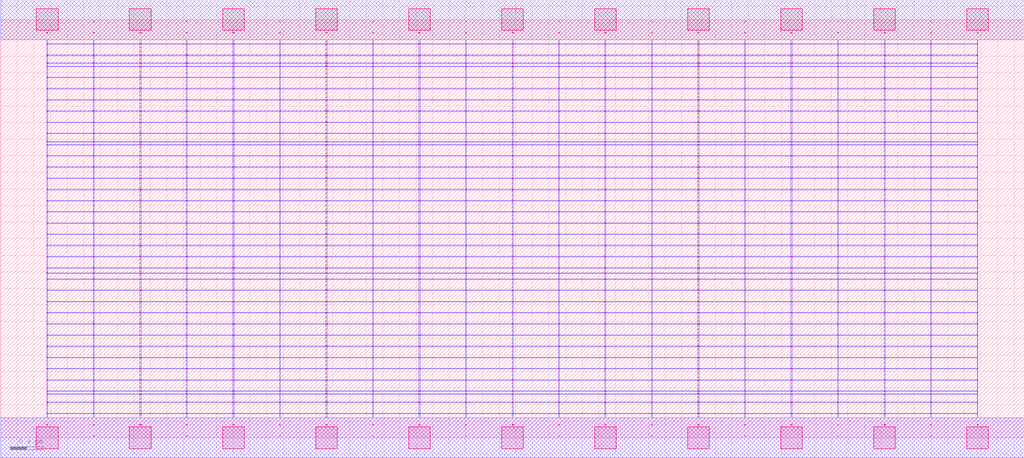
<source format=lef>
MACRO AAOOAOI22121_DEBUG
 CLASS CORE ;
 FOREIGN AAOOAOI22121_DEBUG 0 0 ;
 SIZE 12.32 BY 5.04 ;
 ORIGIN 0 0 ;
 SYMMETRY X Y R90 ;
 SITE unit ;

 OBS
    LAYER polycont ;
     RECT 6.15600000 2.58300000 6.16900000 2.59100000 ;
     RECT 6.15600000 2.71800000 6.16900000 2.72600000 ;
     RECT 6.15600000 2.85300000 6.16900000 2.86100000 ;
     RECT 6.15600000 2.98800000 6.16900000 2.99600000 ;
     RECT 8.39100000 2.58300000 8.40900000 2.59100000 ;
     RECT 8.95600000 2.58300000 8.96400000 2.59100000 ;
     RECT 9.51100000 2.58300000 9.52900000 2.59100000 ;
     RECT 10.07600000 2.58300000 10.08400000 2.59100000 ;
     RECT 10.63600000 2.58300000 10.64900000 2.59100000 ;
     RECT 11.19600000 2.58300000 11.20400000 2.59100000 ;
     RECT 11.75600000 2.58300000 11.76400000 2.59100000 ;
     RECT 6.71600000 2.58300000 6.72400000 2.59100000 ;
     RECT 6.71600000 2.71800000 6.72400000 2.72600000 ;
     RECT 7.27100000 2.71800000 7.28400000 2.72600000 ;
     RECT 7.83600000 2.71800000 7.84400000 2.72600000 ;
     RECT 8.39100000 2.71800000 8.40900000 2.72600000 ;
     RECT 8.95600000 2.71800000 8.96400000 2.72600000 ;
     RECT 9.51100000 2.71800000 9.52900000 2.72600000 ;
     RECT 10.07600000 2.71800000 10.08400000 2.72600000 ;
     RECT 10.63600000 2.71800000 10.64900000 2.72600000 ;
     RECT 11.19600000 2.71800000 11.20400000 2.72600000 ;
     RECT 11.75600000 2.71800000 11.76400000 2.72600000 ;
     RECT 7.27100000 2.58300000 7.28400000 2.59100000 ;
     RECT 6.71600000 2.85300000 6.72400000 2.86100000 ;
     RECT 7.27100000 2.85300000 7.28400000 2.86100000 ;
     RECT 7.83600000 2.85300000 7.84400000 2.86100000 ;
     RECT 8.39100000 2.85300000 8.40900000 2.86100000 ;
     RECT 8.95600000 2.85300000 8.96400000 2.86100000 ;
     RECT 9.51100000 2.85300000 9.52900000 2.86100000 ;
     RECT 10.07600000 2.85300000 10.08400000 2.86100000 ;
     RECT 10.63600000 2.85300000 10.64900000 2.86100000 ;
     RECT 11.19600000 2.85300000 11.20400000 2.86100000 ;
     RECT 11.75600000 2.85300000 11.76400000 2.86100000 ;
     RECT 7.83600000 2.58300000 7.84400000 2.59100000 ;
     RECT 6.71600000 2.98800000 6.72400000 2.99600000 ;
     RECT 7.27100000 2.98800000 7.28400000 2.99600000 ;
     RECT 7.83600000 2.98800000 7.84400000 2.99600000 ;
     RECT 8.39100000 2.98800000 8.40900000 2.99600000 ;
     RECT 8.95600000 2.98800000 8.96400000 2.99600000 ;
     RECT 9.51100000 2.98800000 9.52900000 2.99600000 ;
     RECT 10.07600000 2.98800000 10.08400000 2.99600000 ;
     RECT 10.63600000 2.98800000 10.64900000 2.99600000 ;
     RECT 11.19600000 2.98800000 11.20400000 2.99600000 ;
     RECT 11.75600000 2.98800000 11.76400000 2.99600000 ;
     RECT 6.71600000 3.12300000 6.72400000 3.13100000 ;
     RECT 11.19600000 3.12300000 11.20400000 3.13100000 ;
     RECT 11.75600000 3.12300000 11.76400000 3.13100000 ;
     RECT 6.71600000 3.25800000 6.72400000 3.26600000 ;
     RECT 11.19600000 3.25800000 11.20400000 3.26600000 ;
     RECT 11.75600000 3.25800000 11.76400000 3.26600000 ;
     RECT 6.71600000 3.39300000 6.72400000 3.40100000 ;
     RECT 11.19600000 3.39300000 11.20400000 3.40100000 ;
     RECT 11.75600000 3.39300000 11.76400000 3.40100000 ;
     RECT 6.71600000 3.52800000 6.72400000 3.53600000 ;
     RECT 11.19600000 3.52800000 11.20400000 3.53600000 ;
     RECT 11.75600000 3.52800000 11.76400000 3.53600000 ;
     RECT 6.71600000 3.56100000 6.72400000 3.56900000 ;
     RECT 11.19600000 3.56100000 11.20400000 3.56900000 ;
     RECT 11.75600000 3.56100000 11.76400000 3.56900000 ;
     RECT 6.71600000 3.66300000 6.72400000 3.67100000 ;
     RECT 11.19600000 3.66300000 11.20400000 3.67100000 ;
     RECT 11.75600000 3.66300000 11.76400000 3.67100000 ;
     RECT 6.71600000 3.79800000 6.72400000 3.80600000 ;
     RECT 11.19600000 3.79800000 11.20400000 3.80600000 ;
     RECT 11.75600000 3.79800000 11.76400000 3.80600000 ;
     RECT 6.71600000 3.93300000 6.72400000 3.94100000 ;
     RECT 11.19600000 3.93300000 11.20400000 3.94100000 ;
     RECT 11.75600000 3.93300000 11.76400000 3.94100000 ;
     RECT 6.71600000 4.06800000 6.72400000 4.07600000 ;
     RECT 11.19600000 4.06800000 11.20400000 4.07600000 ;
     RECT 11.75600000 4.06800000 11.76400000 4.07600000 ;
     RECT 6.71600000 4.20300000 6.72400000 4.21100000 ;
     RECT 11.19600000 4.20300000 11.20400000 4.21100000 ;
     RECT 11.75600000 4.20300000 11.76400000 4.21100000 ;
     RECT 6.71600000 4.33800000 6.72400000 4.34600000 ;
     RECT 11.19600000 4.33800000 11.20400000 4.34600000 ;
     RECT 11.75600000 4.33800000 11.76400000 4.34600000 ;
     RECT 6.71600000 4.47300000 6.72400000 4.48100000 ;
     RECT 11.19600000 4.47300000 11.20400000 4.48100000 ;
     RECT 11.75600000 4.47300000 11.76400000 4.48100000 ;
     RECT 6.71600000 4.51100000 6.72400000 4.51900000 ;
     RECT 11.19600000 4.51100000 11.20400000 4.51900000 ;
     RECT 11.75600000 4.51100000 11.76400000 4.51900000 ;
     RECT 6.71600000 4.60800000 6.72400000 4.61600000 ;
     RECT 11.19600000 4.60800000 11.20400000 4.61600000 ;
     RECT 11.75600000 4.60800000 11.76400000 4.61600000 ;
     RECT 6.71600000 4.74300000 6.72400000 4.75100000 ;
     RECT 11.19600000 4.74300000 11.20400000 4.75100000 ;
     RECT 11.75600000 4.74300000 11.76400000 4.75100000 ;
     RECT 6.71600000 4.87800000 6.72400000 4.88600000 ;
     RECT 11.19600000 4.87800000 11.20400000 4.88600000 ;
     RECT 11.75600000 4.87800000 11.76400000 4.88600000 ;
     RECT 1.11600000 2.71800000 1.12400000 2.72600000 ;
     RECT 1.67100000 2.71800000 1.68900000 2.72600000 ;
     RECT 2.23600000 2.71800000 2.24400000 2.72600000 ;
     RECT 2.79100000 2.71800000 2.80900000 2.72600000 ;
     RECT 3.35600000 2.71800000 3.36400000 2.72600000 ;
     RECT 3.91100000 2.71800000 3.92900000 2.72600000 ;
     RECT 4.47600000 2.71800000 4.48400000 2.72600000 ;
     RECT 5.03100000 2.71800000 5.04900000 2.72600000 ;
     RECT 5.59600000 2.71800000 5.60400000 2.72600000 ;
     RECT 1.11600000 2.58300000 1.12400000 2.59100000 ;
     RECT 1.67100000 2.58300000 1.68900000 2.59100000 ;
     RECT 0.55100000 2.98800000 0.56400000 2.99600000 ;
     RECT 1.11600000 2.98800000 1.12400000 2.99600000 ;
     RECT 1.67100000 2.98800000 1.68900000 2.99600000 ;
     RECT 2.23600000 2.98800000 2.24400000 2.99600000 ;
     RECT 2.79100000 2.98800000 2.80900000 2.99600000 ;
     RECT 3.35600000 2.98800000 3.36400000 2.99600000 ;
     RECT 3.91100000 2.98800000 3.92900000 2.99600000 ;
     RECT 4.47600000 2.98800000 4.48400000 2.99600000 ;
     RECT 5.03100000 2.98800000 5.04900000 2.99600000 ;
     RECT 5.59600000 2.98800000 5.60400000 2.99600000 ;
     RECT 2.23600000 2.58300000 2.24400000 2.59100000 ;
     RECT 2.79100000 2.58300000 2.80900000 2.59100000 ;
     RECT 3.35600000 2.58300000 3.36400000 2.59100000 ;
     RECT 3.91100000 2.58300000 3.92900000 2.59100000 ;
     RECT 4.47600000 2.58300000 4.48400000 2.59100000 ;
     RECT 5.03100000 2.58300000 5.04900000 2.59100000 ;
     RECT 5.59600000 2.58300000 5.60400000 2.59100000 ;
     RECT 0.55100000 2.58300000 0.56400000 2.59100000 ;
     RECT 0.55100000 2.71800000 0.56400000 2.72600000 ;
     RECT 0.55100000 2.85300000 0.56400000 2.86100000 ;
     RECT 1.11600000 2.85300000 1.12400000 2.86100000 ;
     RECT 1.67100000 2.85300000 1.68900000 2.86100000 ;
     RECT 2.23600000 2.85300000 2.24400000 2.86100000 ;
     RECT 2.79100000 2.85300000 2.80900000 2.86100000 ;
     RECT 3.35600000 2.85300000 3.36400000 2.86100000 ;
     RECT 3.91100000 2.85300000 3.92900000 2.86100000 ;
     RECT 4.47600000 2.85300000 4.48400000 2.86100000 ;
     RECT 5.03100000 2.85300000 5.04900000 2.86100000 ;
     RECT 5.59600000 2.85300000 5.60400000 2.86100000 ;
     RECT 5.59600000 1.63800000 5.60400000 1.64600000 ;
     RECT 5.59600000 1.77300000 5.60400000 1.78100000 ;
     RECT 5.59600000 1.90800000 5.60400000 1.91600000 ;
     RECT 5.59600000 1.98100000 5.60400000 1.98900000 ;
     RECT 5.59600000 2.04300000 5.60400000 2.05100000 ;
     RECT 5.59600000 2.17800000 5.60400000 2.18600000 ;
     RECT 5.59600000 2.31300000 5.60400000 2.32100000 ;
     RECT 5.59600000 2.44800000 5.60400000 2.45600000 ;
     RECT 5.59600000 0.15300000 5.60400000 0.16100000 ;
     RECT 5.59600000 0.28800000 5.60400000 0.29600000 ;
     RECT 5.59600000 0.42300000 5.60400000 0.43100000 ;
     RECT 5.59600000 0.52100000 5.60400000 0.52900000 ;
     RECT 5.59600000 0.55800000 5.60400000 0.56600000 ;
     RECT 5.59600000 0.69300000 5.60400000 0.70100000 ;
     RECT 5.59600000 0.82800000 5.60400000 0.83600000 ;
     RECT 5.59600000 0.96300000 5.60400000 0.97100000 ;
     RECT 5.59600000 1.09800000 5.60400000 1.10600000 ;
     RECT 5.59600000 1.23300000 5.60400000 1.24100000 ;
     RECT 5.59600000 1.36800000 5.60400000 1.37600000 ;
     RECT 5.59600000 1.50300000 5.60400000 1.51100000 ;
     RECT 10.07600000 0.15300000 10.08400000 0.16100000 ;
     RECT 10.07600000 2.04300000 10.08400000 2.05100000 ;
     RECT 10.07600000 1.09800000 10.08400000 1.10600000 ;
     RECT 10.07600000 2.17800000 10.08400000 2.18600000 ;
     RECT 10.07600000 0.55800000 10.08400000 0.56600000 ;
     RECT 10.07600000 2.31300000 10.08400000 2.32100000 ;
     RECT 10.07600000 1.23300000 10.08400000 1.24100000 ;
     RECT 10.07600000 2.44800000 10.08400000 2.45600000 ;
     RECT 10.07600000 0.42300000 10.08400000 0.43100000 ;
     RECT 10.07600000 1.36800000 10.08400000 1.37600000 ;
     RECT 10.07600000 0.69300000 10.08400000 0.70100000 ;
     RECT 10.07600000 1.50300000 10.08400000 1.51100000 ;
     RECT 10.07600000 0.28800000 10.08400000 0.29600000 ;
     RECT 10.07600000 1.63800000 10.08400000 1.64600000 ;
     RECT 10.07600000 0.82800000 10.08400000 0.83600000 ;
     RECT 10.07600000 1.77300000 10.08400000 1.78100000 ;
     RECT 10.07600000 0.52100000 10.08400000 0.52900000 ;
     RECT 10.07600000 1.90800000 10.08400000 1.91600000 ;
     RECT 10.07600000 0.96300000 10.08400000 0.97100000 ;
     RECT 10.07600000 1.98100000 10.08400000 1.98900000 ;

    LAYER pdiffc ;
     RECT 0.55100000 3.39300000 0.55900000 3.40100000 ;
     RECT 6.16100000 3.39300000 6.16900000 3.40100000 ;
     RECT 7.27100000 3.39300000 7.27900000 3.40100000 ;
     RECT 10.64100000 3.39300000 10.64900000 3.40100000 ;
     RECT 0.55100000 3.52800000 0.55900000 3.53600000 ;
     RECT 6.16100000 3.52800000 6.16900000 3.53600000 ;
     RECT 7.27100000 3.52800000 7.27900000 3.53600000 ;
     RECT 10.64100000 3.52800000 10.64900000 3.53600000 ;
     RECT 0.55100000 3.56100000 0.55900000 3.56900000 ;
     RECT 6.16100000 3.56100000 6.16900000 3.56900000 ;
     RECT 7.27100000 3.56100000 7.27900000 3.56900000 ;
     RECT 10.64100000 3.56100000 10.64900000 3.56900000 ;
     RECT 0.55100000 3.66300000 0.55900000 3.67100000 ;
     RECT 6.16100000 3.66300000 6.16900000 3.67100000 ;
     RECT 7.27100000 3.66300000 7.27900000 3.67100000 ;
     RECT 10.64100000 3.66300000 10.64900000 3.67100000 ;
     RECT 0.55100000 3.79800000 0.55900000 3.80600000 ;
     RECT 6.16100000 3.79800000 6.16900000 3.80600000 ;
     RECT 7.27100000 3.79800000 7.27900000 3.80600000 ;
     RECT 10.64100000 3.79800000 10.64900000 3.80600000 ;
     RECT 0.55100000 3.93300000 0.55900000 3.94100000 ;
     RECT 6.16100000 3.93300000 6.16900000 3.94100000 ;
     RECT 7.27100000 3.93300000 7.27900000 3.94100000 ;
     RECT 10.64100000 3.93300000 10.64900000 3.94100000 ;
     RECT 0.55100000 4.06800000 0.55900000 4.07600000 ;
     RECT 6.16100000 4.06800000 6.16900000 4.07600000 ;
     RECT 7.27100000 4.06800000 7.27900000 4.07600000 ;
     RECT 10.64100000 4.06800000 10.64900000 4.07600000 ;
     RECT 0.55100000 4.20300000 0.55900000 4.21100000 ;
     RECT 6.16100000 4.20300000 6.16900000 4.21100000 ;
     RECT 7.27100000 4.20300000 7.27900000 4.21100000 ;
     RECT 10.64100000 4.20300000 10.64900000 4.21100000 ;
     RECT 0.55100000 4.33800000 0.55900000 4.34600000 ;
     RECT 6.16100000 4.33800000 6.16900000 4.34600000 ;
     RECT 7.27100000 4.33800000 7.27900000 4.34600000 ;
     RECT 10.64100000 4.33800000 10.64900000 4.34600000 ;
     RECT 0.55100000 4.47300000 0.55900000 4.48100000 ;
     RECT 6.16100000 4.47300000 6.16900000 4.48100000 ;
     RECT 7.27100000 4.47300000 7.27900000 4.48100000 ;
     RECT 10.64100000 4.47300000 10.64900000 4.48100000 ;
     RECT 0.55100000 4.51100000 0.55900000 4.51900000 ;
     RECT 6.16100000 4.51100000 6.16900000 4.51900000 ;
     RECT 7.27100000 4.51100000 7.27900000 4.51900000 ;
     RECT 10.64100000 4.51100000 10.64900000 4.51900000 ;
     RECT 0.55100000 4.60800000 0.55900000 4.61600000 ;
     RECT 6.16100000 4.60800000 6.16900000 4.61600000 ;
     RECT 7.27100000 4.60800000 7.27900000 4.61600000 ;
     RECT 10.64100000 4.60800000 10.64900000 4.61600000 ;

    LAYER ndiffc ;
     RECT 6.15600000 0.42300000 6.16900000 0.43100000 ;
     RECT 6.15600000 0.52100000 6.16900000 0.52900000 ;
     RECT 6.15600000 0.55800000 6.16900000 0.56600000 ;
     RECT 6.15600000 0.69300000 6.16900000 0.70100000 ;
     RECT 6.15600000 0.82800000 6.16900000 0.83600000 ;
     RECT 6.15600000 0.96300000 6.16900000 0.97100000 ;
     RECT 6.15600000 1.09800000 6.16900000 1.10600000 ;
     RECT 6.15600000 1.23300000 6.16900000 1.24100000 ;
     RECT 6.15600000 1.36800000 6.16900000 1.37600000 ;
     RECT 6.15600000 1.50300000 6.16900000 1.51100000 ;
     RECT 6.15600000 1.63800000 6.16900000 1.64600000 ;
     RECT 6.15600000 1.77300000 6.16900000 1.78100000 ;
     RECT 6.15600000 1.90800000 6.16900000 1.91600000 ;
     RECT 6.15600000 1.98100000 6.16900000 1.98900000 ;
     RECT 6.15600000 2.04300000 6.16900000 2.05100000 ;
     RECT 9.51100000 0.55800000 9.52900000 0.56600000 ;
     RECT 10.63600000 0.55800000 10.64900000 0.56600000 ;
     RECT 11.75600000 0.55800000 11.76400000 0.56600000 ;
     RECT 9.51100000 0.42300000 9.52900000 0.43100000 ;
     RECT 7.27100000 0.69300000 7.28400000 0.70100000 ;
     RECT 8.39100000 0.69300000 8.40900000 0.70100000 ;
     RECT 9.51100000 0.69300000 9.52900000 0.70100000 ;
     RECT 10.63600000 0.69300000 10.64900000 0.70100000 ;
     RECT 11.75600000 0.69300000 11.76400000 0.70100000 ;
     RECT 10.63600000 0.42300000 10.64900000 0.43100000 ;
     RECT 7.27100000 0.82800000 7.28400000 0.83600000 ;
     RECT 8.39100000 0.82800000 8.40900000 0.83600000 ;
     RECT 9.51100000 0.82800000 9.52900000 0.83600000 ;
     RECT 10.63600000 0.82800000 10.64900000 0.83600000 ;
     RECT 11.75600000 0.82800000 11.76400000 0.83600000 ;
     RECT 11.75600000 0.42300000 11.76400000 0.43100000 ;
     RECT 7.27100000 0.96300000 7.28400000 0.97100000 ;
     RECT 8.39100000 0.96300000 8.40900000 0.97100000 ;
     RECT 9.51100000 0.96300000 9.52900000 0.97100000 ;
     RECT 10.63600000 0.96300000 10.64900000 0.97100000 ;
     RECT 11.75600000 0.96300000 11.76400000 0.97100000 ;
     RECT 7.27100000 0.42300000 7.28400000 0.43100000 ;
     RECT 7.27100000 1.09800000 7.28400000 1.10600000 ;
     RECT 8.39100000 1.09800000 8.40900000 1.10600000 ;
     RECT 9.51100000 1.09800000 9.52900000 1.10600000 ;
     RECT 10.63600000 1.09800000 10.64900000 1.10600000 ;
     RECT 11.75600000 1.09800000 11.76400000 1.10600000 ;
     RECT 7.27100000 0.52100000 7.28400000 0.52900000 ;
     RECT 7.27100000 1.23300000 7.28400000 1.24100000 ;
     RECT 8.39100000 1.23300000 8.40900000 1.24100000 ;
     RECT 9.51100000 1.23300000 9.52900000 1.24100000 ;
     RECT 10.63600000 1.23300000 10.64900000 1.24100000 ;
     RECT 11.75600000 1.23300000 11.76400000 1.24100000 ;
     RECT 8.39100000 0.52100000 8.40900000 0.52900000 ;
     RECT 7.27100000 1.36800000 7.28400000 1.37600000 ;
     RECT 8.39100000 1.36800000 8.40900000 1.37600000 ;
     RECT 9.51100000 1.36800000 9.52900000 1.37600000 ;
     RECT 10.63600000 1.36800000 10.64900000 1.37600000 ;
     RECT 11.75600000 1.36800000 11.76400000 1.37600000 ;
     RECT 9.51100000 0.52100000 9.52900000 0.52900000 ;
     RECT 7.27100000 1.50300000 7.28400000 1.51100000 ;
     RECT 8.39100000 1.50300000 8.40900000 1.51100000 ;
     RECT 9.51100000 1.50300000 9.52900000 1.51100000 ;
     RECT 10.63600000 1.50300000 10.64900000 1.51100000 ;
     RECT 11.75600000 1.50300000 11.76400000 1.51100000 ;
     RECT 10.63600000 0.52100000 10.64900000 0.52900000 ;
     RECT 7.27100000 1.63800000 7.28400000 1.64600000 ;
     RECT 8.39100000 1.63800000 8.40900000 1.64600000 ;
     RECT 9.51100000 1.63800000 9.52900000 1.64600000 ;
     RECT 10.63600000 1.63800000 10.64900000 1.64600000 ;
     RECT 11.75600000 1.63800000 11.76400000 1.64600000 ;
     RECT 11.75600000 0.52100000 11.76400000 0.52900000 ;
     RECT 7.27100000 1.77300000 7.28400000 1.78100000 ;
     RECT 8.39100000 1.77300000 8.40900000 1.78100000 ;
     RECT 9.51100000 1.77300000 9.52900000 1.78100000 ;
     RECT 10.63600000 1.77300000 10.64900000 1.78100000 ;
     RECT 11.75600000 1.77300000 11.76400000 1.78100000 ;
     RECT 8.39100000 0.42300000 8.40900000 0.43100000 ;
     RECT 7.27100000 1.90800000 7.28400000 1.91600000 ;
     RECT 8.39100000 1.90800000 8.40900000 1.91600000 ;
     RECT 9.51100000 1.90800000 9.52900000 1.91600000 ;
     RECT 10.63600000 1.90800000 10.64900000 1.91600000 ;
     RECT 11.75600000 1.90800000 11.76400000 1.91600000 ;
     RECT 7.27100000 0.55800000 7.28400000 0.56600000 ;
     RECT 7.27100000 1.98100000 7.28400000 1.98900000 ;
     RECT 8.39100000 1.98100000 8.40900000 1.98900000 ;
     RECT 9.51100000 1.98100000 9.52900000 1.98900000 ;
     RECT 10.63600000 1.98100000 10.64900000 1.98900000 ;
     RECT 11.75600000 1.98100000 11.76400000 1.98900000 ;
     RECT 8.39100000 0.55800000 8.40900000 0.56600000 ;
     RECT 7.27100000 2.04300000 7.28400000 2.05100000 ;
     RECT 8.39100000 2.04300000 8.40900000 2.05100000 ;
     RECT 9.51100000 2.04300000 9.52900000 2.05100000 ;
     RECT 10.63600000 2.04300000 10.64900000 2.05100000 ;
     RECT 11.75600000 2.04300000 11.76400000 2.05100000 ;
     RECT 2.79100000 1.36800000 2.80900000 1.37600000 ;
     RECT 3.91100000 1.36800000 3.92900000 1.37600000 ;
     RECT 5.03100000 1.36800000 5.04900000 1.37600000 ;
     RECT 5.03100000 0.82800000 5.04900000 0.83600000 ;
     RECT 2.79100000 0.55800000 2.80900000 0.56600000 ;
     RECT 3.91100000 0.55800000 3.92900000 0.56600000 ;
     RECT 5.03100000 0.55800000 5.04900000 0.56600000 ;
     RECT 1.67100000 0.52100000 1.68900000 0.52900000 ;
     RECT 2.79100000 0.52100000 2.80900000 0.52900000 ;
     RECT 0.55100000 1.50300000 0.56400000 1.51100000 ;
     RECT 1.67100000 1.50300000 1.68900000 1.51100000 ;
     RECT 2.79100000 1.50300000 2.80900000 1.51100000 ;
     RECT 3.91100000 1.50300000 3.92900000 1.51100000 ;
     RECT 5.03100000 1.50300000 5.04900000 1.51100000 ;
     RECT 3.91100000 0.52100000 3.92900000 0.52900000 ;
     RECT 0.55100000 0.96300000 0.56400000 0.97100000 ;
     RECT 1.67100000 0.96300000 1.68900000 0.97100000 ;
     RECT 2.79100000 0.96300000 2.80900000 0.97100000 ;
     RECT 3.91100000 0.96300000 3.92900000 0.97100000 ;
     RECT 5.03100000 0.96300000 5.04900000 0.97100000 ;
     RECT 0.55100000 1.63800000 0.56400000 1.64600000 ;
     RECT 1.67100000 1.63800000 1.68900000 1.64600000 ;
     RECT 2.79100000 1.63800000 2.80900000 1.64600000 ;
     RECT 3.91100000 1.63800000 3.92900000 1.64600000 ;
     RECT 5.03100000 1.63800000 5.04900000 1.64600000 ;
     RECT 5.03100000 0.52100000 5.04900000 0.52900000 ;
     RECT 1.67100000 0.42300000 1.68900000 0.43100000 ;
     RECT 2.79100000 0.42300000 2.80900000 0.43100000 ;
     RECT 0.55100000 0.69300000 0.56400000 0.70100000 ;
     RECT 1.67100000 0.69300000 1.68900000 0.70100000 ;
     RECT 2.79100000 0.69300000 2.80900000 0.70100000 ;
     RECT 0.55100000 1.77300000 0.56400000 1.78100000 ;
     RECT 1.67100000 1.77300000 1.68900000 1.78100000 ;
     RECT 2.79100000 1.77300000 2.80900000 1.78100000 ;
     RECT 3.91100000 1.77300000 3.92900000 1.78100000 ;
     RECT 5.03100000 1.77300000 5.04900000 1.78100000 ;
     RECT 0.55100000 1.09800000 0.56400000 1.10600000 ;
     RECT 1.67100000 1.09800000 1.68900000 1.10600000 ;
     RECT 2.79100000 1.09800000 2.80900000 1.10600000 ;
     RECT 3.91100000 1.09800000 3.92900000 1.10600000 ;
     RECT 5.03100000 1.09800000 5.04900000 1.10600000 ;
     RECT 3.91100000 0.69300000 3.92900000 0.70100000 ;
     RECT 0.55100000 1.90800000 0.56400000 1.91600000 ;
     RECT 1.67100000 1.90800000 1.68900000 1.91600000 ;
     RECT 2.79100000 1.90800000 2.80900000 1.91600000 ;
     RECT 3.91100000 1.90800000 3.92900000 1.91600000 ;
     RECT 5.03100000 1.90800000 5.04900000 1.91600000 ;
     RECT 5.03100000 0.69300000 5.04900000 0.70100000 ;
     RECT 3.91100000 0.42300000 3.92900000 0.43100000 ;
     RECT 5.03100000 0.42300000 5.04900000 0.43100000 ;
     RECT 0.55100000 0.42300000 0.56400000 0.43100000 ;
     RECT 0.55100000 0.52100000 0.56400000 0.52900000 ;
     RECT 0.55100000 1.23300000 0.56400000 1.24100000 ;
     RECT 0.55100000 1.98100000 0.56400000 1.98900000 ;
     RECT 1.67100000 1.98100000 1.68900000 1.98900000 ;
     RECT 2.79100000 1.98100000 2.80900000 1.98900000 ;
     RECT 3.91100000 1.98100000 3.92900000 1.98900000 ;
     RECT 5.03100000 1.98100000 5.04900000 1.98900000 ;
     RECT 1.67100000 1.23300000 1.68900000 1.24100000 ;
     RECT 2.79100000 1.23300000 2.80900000 1.24100000 ;
     RECT 3.91100000 1.23300000 3.92900000 1.24100000 ;
     RECT 5.03100000 1.23300000 5.04900000 1.24100000 ;
     RECT 0.55100000 0.55800000 0.56400000 0.56600000 ;
     RECT 1.67100000 0.55800000 1.68900000 0.56600000 ;
     RECT 0.55100000 2.04300000 0.56400000 2.05100000 ;
     RECT 1.67100000 2.04300000 1.68900000 2.05100000 ;
     RECT 2.79100000 2.04300000 2.80900000 2.05100000 ;
     RECT 3.91100000 2.04300000 3.92900000 2.05100000 ;
     RECT 5.03100000 2.04300000 5.04900000 2.05100000 ;
     RECT 0.55100000 0.82800000 0.56400000 0.83600000 ;
     RECT 1.67100000 0.82800000 1.68900000 0.83600000 ;
     RECT 2.79100000 0.82800000 2.80900000 0.83600000 ;
     RECT 3.91100000 0.82800000 3.92900000 0.83600000 ;
     RECT 0.55100000 1.36800000 0.56400000 1.37600000 ;
     RECT 1.67100000 1.36800000 1.68900000 1.37600000 ;

    LAYER met1 ;
     RECT 0.00000000 -0.24000000 12.32000000 0.24000000 ;
     RECT 6.15600000 0.24000000 6.16900000 0.28800000 ;
     RECT 0.55100000 0.28800000 11.76400000 0.29600000 ;
     RECT 6.15600000 0.29600000 6.16900000 0.42300000 ;
     RECT 0.55100000 0.42300000 11.76400000 0.43100000 ;
     RECT 6.15600000 0.43100000 6.16900000 0.52100000 ;
     RECT 0.55100000 0.52100000 11.76400000 0.52900000 ;
     RECT 6.15600000 0.52900000 6.16900000 0.55800000 ;
     RECT 0.55100000 0.55800000 11.76400000 0.56600000 ;
     RECT 6.15600000 0.56600000 6.16900000 0.69300000 ;
     RECT 0.55100000 0.69300000 11.76400000 0.70100000 ;
     RECT 6.15600000 0.70100000 6.16900000 0.82800000 ;
     RECT 0.55100000 0.82800000 11.76400000 0.83600000 ;
     RECT 6.15600000 0.83600000 6.16900000 0.96300000 ;
     RECT 0.55100000 0.96300000 11.76400000 0.97100000 ;
     RECT 6.15600000 0.97100000 6.16900000 1.09800000 ;
     RECT 0.55100000 1.09800000 11.76400000 1.10600000 ;
     RECT 6.15600000 1.10600000 6.16900000 1.23300000 ;
     RECT 0.55100000 1.23300000 11.76400000 1.24100000 ;
     RECT 6.15600000 1.24100000 6.16900000 1.36800000 ;
     RECT 0.55100000 1.36800000 11.76400000 1.37600000 ;
     RECT 6.15600000 1.37600000 6.16900000 1.50300000 ;
     RECT 0.55100000 1.50300000 11.76400000 1.51100000 ;
     RECT 6.15600000 1.51100000 6.16900000 1.63800000 ;
     RECT 0.55100000 1.63800000 11.76400000 1.64600000 ;
     RECT 6.15600000 1.64600000 6.16900000 1.77300000 ;
     RECT 0.55100000 1.77300000 11.76400000 1.78100000 ;
     RECT 6.15600000 1.78100000 6.16900000 1.90800000 ;
     RECT 0.55100000 1.90800000 11.76400000 1.91600000 ;
     RECT 6.15600000 1.91600000 6.16900000 1.98100000 ;
     RECT 0.55100000 1.98100000 11.76400000 1.98900000 ;
     RECT 6.15600000 1.98900000 6.16900000 2.04300000 ;
     RECT 0.55100000 2.04300000 11.76400000 2.05100000 ;
     RECT 6.15600000 2.05100000 6.16900000 2.17800000 ;
     RECT 0.55100000 2.17800000 11.76400000 2.18600000 ;
     RECT 6.15600000 2.18600000 6.16900000 2.31300000 ;
     RECT 0.55100000 2.31300000 11.76400000 2.32100000 ;
     RECT 6.15600000 2.32100000 6.16900000 2.44800000 ;
     RECT 0.55100000 2.44800000 11.76400000 2.45600000 ;
     RECT 0.55100000 2.45600000 0.56400000 2.58300000 ;
     RECT 1.11600000 2.45600000 1.12400000 2.58300000 ;
     RECT 1.67100000 2.45600000 1.68900000 2.58300000 ;
     RECT 2.23600000 2.45600000 2.24400000 2.58300000 ;
     RECT 2.79100000 2.45600000 2.80900000 2.58300000 ;
     RECT 3.35600000 2.45600000 3.36400000 2.58300000 ;
     RECT 3.91100000 2.45600000 3.92900000 2.58300000 ;
     RECT 4.47600000 2.45600000 4.48400000 2.58300000 ;
     RECT 5.03100000 2.45600000 5.04900000 2.58300000 ;
     RECT 5.59600000 2.45600000 5.60400000 2.58300000 ;
     RECT 6.15600000 2.45600000 6.16900000 2.58300000 ;
     RECT 6.71600000 2.45600000 6.72400000 2.58300000 ;
     RECT 7.27100000 2.45600000 7.28400000 2.58300000 ;
     RECT 7.83600000 2.45600000 7.84400000 2.58300000 ;
     RECT 8.39100000 2.45600000 8.40900000 2.58300000 ;
     RECT 8.95600000 2.45600000 8.96400000 2.58300000 ;
     RECT 9.51100000 2.45600000 9.52900000 2.58300000 ;
     RECT 10.07600000 2.45600000 10.08400000 2.58300000 ;
     RECT 10.63600000 2.45600000 10.64900000 2.58300000 ;
     RECT 11.19600000 2.45600000 11.20400000 2.58300000 ;
     RECT 11.75600000 2.45600000 11.76400000 2.58300000 ;
     RECT 0.55100000 2.58300000 11.76400000 2.59100000 ;
     RECT 6.15600000 2.59100000 6.16900000 2.71800000 ;
     RECT 0.55100000 2.71800000 11.76400000 2.72600000 ;
     RECT 6.15600000 2.72600000 6.16900000 2.85300000 ;
     RECT 0.55100000 2.85300000 11.76400000 2.86100000 ;
     RECT 6.15600000 2.86100000 6.16900000 2.98800000 ;
     RECT 0.55100000 2.98800000 11.76400000 2.99600000 ;
     RECT 6.15600000 2.99600000 6.16900000 3.12300000 ;
     RECT 0.55100000 3.12300000 11.76400000 3.13100000 ;
     RECT 6.15600000 3.13100000 6.16900000 3.25800000 ;
     RECT 0.55100000 3.25800000 11.76400000 3.26600000 ;
     RECT 6.15600000 3.26600000 6.16900000 3.39300000 ;
     RECT 0.55100000 3.39300000 11.76400000 3.40100000 ;
     RECT 6.15600000 3.40100000 6.16900000 3.52800000 ;
     RECT 0.55100000 3.52800000 11.76400000 3.53600000 ;
     RECT 6.15600000 3.53600000 6.16900000 3.56100000 ;
     RECT 0.55100000 3.56100000 11.76400000 3.56900000 ;
     RECT 6.15600000 3.56900000 6.16900000 3.66300000 ;
     RECT 0.55100000 3.66300000 11.76400000 3.67100000 ;
     RECT 6.15600000 3.67100000 6.16900000 3.79800000 ;
     RECT 0.55100000 3.79800000 11.76400000 3.80600000 ;
     RECT 6.15600000 3.80600000 6.16900000 3.93300000 ;
     RECT 0.55100000 3.93300000 11.76400000 3.94100000 ;
     RECT 6.15600000 3.94100000 6.16900000 4.06800000 ;
     RECT 0.55100000 4.06800000 11.76400000 4.07600000 ;
     RECT 6.15600000 4.07600000 6.16900000 4.20300000 ;
     RECT 0.55100000 4.20300000 11.76400000 4.21100000 ;
     RECT 6.15600000 4.21100000 6.16900000 4.33800000 ;
     RECT 0.55100000 4.33800000 11.76400000 4.34600000 ;
     RECT 6.15600000 4.34600000 6.16900000 4.47300000 ;
     RECT 0.55100000 4.47300000 11.76400000 4.48100000 ;
     RECT 6.15600000 4.48100000 6.16900000 4.51100000 ;
     RECT 0.55100000 4.51100000 11.76400000 4.51900000 ;
     RECT 6.15600000 4.51900000 6.16900000 4.60800000 ;
     RECT 0.55100000 4.60800000 11.76400000 4.61600000 ;
     RECT 6.15600000 4.61600000 6.16900000 4.74300000 ;
     RECT 0.55100000 4.74300000 11.76400000 4.75100000 ;
     RECT 6.15600000 4.75100000 6.16900000 4.80000000 ;
     RECT 0.00000000 4.80000000 12.32000000 5.28000000 ;
     RECT 6.71600000 3.80600000 6.72400000 3.93300000 ;
     RECT 7.27100000 3.80600000 7.28400000 3.93300000 ;
     RECT 7.83600000 3.80600000 7.84400000 3.93300000 ;
     RECT 8.39100000 3.80600000 8.40900000 3.93300000 ;
     RECT 8.95600000 3.80600000 8.96400000 3.93300000 ;
     RECT 9.51100000 3.80600000 9.52900000 3.93300000 ;
     RECT 10.07600000 3.80600000 10.08400000 3.93300000 ;
     RECT 10.63600000 3.80600000 10.64900000 3.93300000 ;
     RECT 11.19600000 3.80600000 11.20400000 3.93300000 ;
     RECT 11.75600000 3.80600000 11.76400000 3.93300000 ;
     RECT 9.51100000 3.94100000 9.52900000 4.06800000 ;
     RECT 10.07600000 3.94100000 10.08400000 4.06800000 ;
     RECT 10.63600000 3.94100000 10.64900000 4.06800000 ;
     RECT 11.19600000 3.94100000 11.20400000 4.06800000 ;
     RECT 11.75600000 3.94100000 11.76400000 4.06800000 ;
     RECT 9.51100000 4.07600000 9.52900000 4.20300000 ;
     RECT 10.07600000 4.07600000 10.08400000 4.20300000 ;
     RECT 10.63600000 4.07600000 10.64900000 4.20300000 ;
     RECT 11.19600000 4.07600000 11.20400000 4.20300000 ;
     RECT 11.75600000 4.07600000 11.76400000 4.20300000 ;
     RECT 9.51100000 4.21100000 9.52900000 4.33800000 ;
     RECT 10.07600000 4.21100000 10.08400000 4.33800000 ;
     RECT 10.63600000 4.21100000 10.64900000 4.33800000 ;
     RECT 11.19600000 4.21100000 11.20400000 4.33800000 ;
     RECT 11.75600000 4.21100000 11.76400000 4.33800000 ;
     RECT 9.51100000 4.34600000 9.52900000 4.47300000 ;
     RECT 10.07600000 4.34600000 10.08400000 4.47300000 ;
     RECT 10.63600000 4.34600000 10.64900000 4.47300000 ;
     RECT 11.19600000 4.34600000 11.20400000 4.47300000 ;
     RECT 11.75600000 4.34600000 11.76400000 4.47300000 ;
     RECT 9.51100000 4.48100000 9.52900000 4.51100000 ;
     RECT 10.07600000 4.48100000 10.08400000 4.51100000 ;
     RECT 10.63600000 4.48100000 10.64900000 4.51100000 ;
     RECT 11.19600000 4.48100000 11.20400000 4.51100000 ;
     RECT 11.75600000 4.48100000 11.76400000 4.51100000 ;
     RECT 9.51100000 4.51900000 9.52900000 4.60800000 ;
     RECT 10.07600000 4.51900000 10.08400000 4.60800000 ;
     RECT 10.63600000 4.51900000 10.64900000 4.60800000 ;
     RECT 11.19600000 4.51900000 11.20400000 4.60800000 ;
     RECT 11.75600000 4.51900000 11.76400000 4.60800000 ;
     RECT 9.51100000 4.61600000 9.52900000 4.74300000 ;
     RECT 10.07600000 4.61600000 10.08400000 4.74300000 ;
     RECT 10.63600000 4.61600000 10.64900000 4.74300000 ;
     RECT 11.19600000 4.61600000 11.20400000 4.74300000 ;
     RECT 11.75600000 4.61600000 11.76400000 4.74300000 ;
     RECT 9.51100000 4.75100000 9.52900000 4.80000000 ;
     RECT 10.07600000 4.75100000 10.08400000 4.80000000 ;
     RECT 10.63600000 4.75100000 10.64900000 4.80000000 ;
     RECT 11.19600000 4.75100000 11.20400000 4.80000000 ;
     RECT 11.75600000 4.75100000 11.76400000 4.80000000 ;
     RECT 6.71600000 4.48100000 6.72400000 4.51100000 ;
     RECT 7.27100000 4.48100000 7.28400000 4.51100000 ;
     RECT 7.83600000 4.48100000 7.84400000 4.51100000 ;
     RECT 8.39100000 4.48100000 8.40900000 4.51100000 ;
     RECT 8.95600000 4.48100000 8.96400000 4.51100000 ;
     RECT 6.71600000 4.21100000 6.72400000 4.33800000 ;
     RECT 7.27100000 4.21100000 7.28400000 4.33800000 ;
     RECT 7.83600000 4.21100000 7.84400000 4.33800000 ;
     RECT 8.39100000 4.21100000 8.40900000 4.33800000 ;
     RECT 8.95600000 4.21100000 8.96400000 4.33800000 ;
     RECT 6.71600000 4.51900000 6.72400000 4.60800000 ;
     RECT 7.27100000 4.51900000 7.28400000 4.60800000 ;
     RECT 7.83600000 4.51900000 7.84400000 4.60800000 ;
     RECT 8.39100000 4.51900000 8.40900000 4.60800000 ;
     RECT 8.95600000 4.51900000 8.96400000 4.60800000 ;
     RECT 6.71600000 4.07600000 6.72400000 4.20300000 ;
     RECT 7.27100000 4.07600000 7.28400000 4.20300000 ;
     RECT 7.83600000 4.07600000 7.84400000 4.20300000 ;
     RECT 8.39100000 4.07600000 8.40900000 4.20300000 ;
     RECT 8.95600000 4.07600000 8.96400000 4.20300000 ;
     RECT 6.71600000 4.61600000 6.72400000 4.74300000 ;
     RECT 7.27100000 4.61600000 7.28400000 4.74300000 ;
     RECT 7.83600000 4.61600000 7.84400000 4.74300000 ;
     RECT 8.39100000 4.61600000 8.40900000 4.74300000 ;
     RECT 8.95600000 4.61600000 8.96400000 4.74300000 ;
     RECT 6.71600000 4.34600000 6.72400000 4.47300000 ;
     RECT 7.27100000 4.34600000 7.28400000 4.47300000 ;
     RECT 7.83600000 4.34600000 7.84400000 4.47300000 ;
     RECT 8.39100000 4.34600000 8.40900000 4.47300000 ;
     RECT 8.95600000 4.34600000 8.96400000 4.47300000 ;
     RECT 6.71600000 4.75100000 6.72400000 4.80000000 ;
     RECT 7.27100000 4.75100000 7.28400000 4.80000000 ;
     RECT 7.83600000 4.75100000 7.84400000 4.80000000 ;
     RECT 8.39100000 4.75100000 8.40900000 4.80000000 ;
     RECT 8.95600000 4.75100000 8.96400000 4.80000000 ;
     RECT 6.71600000 3.94100000 6.72400000 4.06800000 ;
     RECT 7.27100000 3.94100000 7.28400000 4.06800000 ;
     RECT 7.83600000 3.94100000 7.84400000 4.06800000 ;
     RECT 8.39100000 3.94100000 8.40900000 4.06800000 ;
     RECT 8.95600000 3.94100000 8.96400000 4.06800000 ;
     RECT 8.39100000 2.99600000 8.40900000 3.12300000 ;
     RECT 8.95600000 2.99600000 8.96400000 3.12300000 ;
     RECT 6.71600000 3.13100000 6.72400000 3.25800000 ;
     RECT 7.27100000 3.13100000 7.28400000 3.25800000 ;
     RECT 7.83600000 3.13100000 7.84400000 3.25800000 ;
     RECT 8.39100000 3.13100000 8.40900000 3.25800000 ;
     RECT 8.95600000 3.13100000 8.96400000 3.25800000 ;
     RECT 8.95600000 2.86100000 8.96400000 2.98800000 ;
     RECT 6.71600000 3.26600000 6.72400000 3.39300000 ;
     RECT 7.27100000 3.26600000 7.28400000 3.39300000 ;
     RECT 7.83600000 3.26600000 7.84400000 3.39300000 ;
     RECT 8.39100000 3.26600000 8.40900000 3.39300000 ;
     RECT 8.95600000 3.26600000 8.96400000 3.39300000 ;
     RECT 6.71600000 2.59100000 6.72400000 2.71800000 ;
     RECT 7.27100000 2.59100000 7.28400000 2.71800000 ;
     RECT 6.71600000 3.40100000 6.72400000 3.52800000 ;
     RECT 7.27100000 3.40100000 7.28400000 3.52800000 ;
     RECT 7.83600000 3.40100000 7.84400000 3.52800000 ;
     RECT 8.39100000 3.40100000 8.40900000 3.52800000 ;
     RECT 7.83600000 2.59100000 7.84400000 2.71800000 ;
     RECT 8.39100000 2.59100000 8.40900000 2.71800000 ;
     RECT 8.95600000 3.40100000 8.96400000 3.52800000 ;
     RECT 6.71600000 2.72600000 6.72400000 2.85300000 ;
     RECT 7.27100000 2.72600000 7.28400000 2.85300000 ;
     RECT 6.71600000 3.53600000 6.72400000 3.56100000 ;
     RECT 7.27100000 3.53600000 7.28400000 3.56100000 ;
     RECT 7.83600000 3.53600000 7.84400000 3.56100000 ;
     RECT 8.39100000 3.53600000 8.40900000 3.56100000 ;
     RECT 8.95600000 3.53600000 8.96400000 3.56100000 ;
     RECT 7.83600000 2.72600000 7.84400000 2.85300000 ;
     RECT 8.39100000 2.72600000 8.40900000 2.85300000 ;
     RECT 6.71600000 2.86100000 6.72400000 2.98800000 ;
     RECT 7.27100000 2.86100000 7.28400000 2.98800000 ;
     RECT 6.71600000 3.56900000 6.72400000 3.66300000 ;
     RECT 7.27100000 3.56900000 7.28400000 3.66300000 ;
     RECT 7.83600000 3.56900000 7.84400000 3.66300000 ;
     RECT 8.39100000 3.56900000 8.40900000 3.66300000 ;
     RECT 8.95600000 3.56900000 8.96400000 3.66300000 ;
     RECT 8.95600000 2.59100000 8.96400000 2.71800000 ;
     RECT 8.95600000 2.72600000 8.96400000 2.85300000 ;
     RECT 6.71600000 3.67100000 6.72400000 3.79800000 ;
     RECT 7.27100000 3.67100000 7.28400000 3.79800000 ;
     RECT 7.83600000 3.67100000 7.84400000 3.79800000 ;
     RECT 8.39100000 3.67100000 8.40900000 3.79800000 ;
     RECT 7.83600000 2.86100000 7.84400000 2.98800000 ;
     RECT 8.39100000 2.86100000 8.40900000 2.98800000 ;
     RECT 8.95600000 3.67100000 8.96400000 3.79800000 ;
     RECT 7.27100000 2.99600000 7.28400000 3.12300000 ;
     RECT 7.83600000 2.99600000 7.84400000 3.12300000 ;
     RECT 6.71600000 2.99600000 6.72400000 3.12300000 ;
     RECT 9.51100000 3.53600000 9.52900000 3.56100000 ;
     RECT 10.07600000 3.53600000 10.08400000 3.56100000 ;
     RECT 9.51100000 2.86100000 9.52900000 2.98800000 ;
     RECT 10.63600000 3.53600000 10.64900000 3.56100000 ;
     RECT 11.19600000 3.53600000 11.20400000 3.56100000 ;
     RECT 11.75600000 3.53600000 11.76400000 3.56100000 ;
     RECT 9.51100000 3.26600000 9.52900000 3.39300000 ;
     RECT 10.07600000 3.26600000 10.08400000 3.39300000 ;
     RECT 10.63600000 3.26600000 10.64900000 3.39300000 ;
     RECT 11.19600000 3.26600000 11.20400000 3.39300000 ;
     RECT 11.75600000 3.26600000 11.76400000 3.39300000 ;
     RECT 11.19600000 2.99600000 11.20400000 3.12300000 ;
     RECT 11.75600000 2.99600000 11.76400000 3.12300000 ;
     RECT 10.07600000 2.86100000 10.08400000 2.98800000 ;
     RECT 10.63600000 2.86100000 10.64900000 2.98800000 ;
     RECT 9.51100000 3.56900000 9.52900000 3.66300000 ;
     RECT 10.07600000 3.56900000 10.08400000 3.66300000 ;
     RECT 10.63600000 3.56900000 10.64900000 3.66300000 ;
     RECT 11.19600000 3.56900000 11.20400000 3.66300000 ;
     RECT 11.75600000 3.56900000 11.76400000 3.66300000 ;
     RECT 9.51100000 3.13100000 9.52900000 3.25800000 ;
     RECT 9.51100000 2.72600000 9.52900000 2.85300000 ;
     RECT 10.07600000 3.13100000 10.08400000 3.25800000 ;
     RECT 10.63600000 3.13100000 10.64900000 3.25800000 ;
     RECT 11.19600000 3.13100000 11.20400000 3.25800000 ;
     RECT 11.19600000 2.86100000 11.20400000 2.98800000 ;
     RECT 11.75600000 2.86100000 11.76400000 2.98800000 ;
     RECT 11.75600000 3.13100000 11.76400000 3.25800000 ;
     RECT 9.51100000 3.40100000 9.52900000 3.52800000 ;
     RECT 9.51100000 3.67100000 9.52900000 3.79800000 ;
     RECT 10.07600000 3.67100000 10.08400000 3.79800000 ;
     RECT 10.63600000 3.67100000 10.64900000 3.79800000 ;
     RECT 11.19600000 3.67100000 11.20400000 3.79800000 ;
     RECT 11.75600000 3.67100000 11.76400000 3.79800000 ;
     RECT 10.07600000 2.72600000 10.08400000 2.85300000 ;
     RECT 10.63600000 2.72600000 10.64900000 2.85300000 ;
     RECT 10.07600000 3.40100000 10.08400000 3.52800000 ;
     RECT 10.63600000 3.40100000 10.64900000 3.52800000 ;
     RECT 9.51100000 2.59100000 9.52900000 2.71800000 ;
     RECT 11.19600000 3.40100000 11.20400000 3.52800000 ;
     RECT 11.75600000 3.40100000 11.76400000 3.52800000 ;
     RECT 11.19600000 2.59100000 11.20400000 2.71800000 ;
     RECT 11.75600000 2.59100000 11.76400000 2.71800000 ;
     RECT 10.07600000 2.59100000 10.08400000 2.71800000 ;
     RECT 10.63600000 2.59100000 10.64900000 2.71800000 ;
     RECT 9.51100000 2.99600000 9.52900000 3.12300000 ;
     RECT 10.07600000 2.99600000 10.08400000 3.12300000 ;
     RECT 11.19600000 2.72600000 11.20400000 2.85300000 ;
     RECT 11.75600000 2.72600000 11.76400000 2.85300000 ;
     RECT 10.63600000 2.99600000 10.64900000 3.12300000 ;
     RECT 5.03100000 3.80600000 5.04900000 3.93300000 ;
     RECT 5.59600000 3.80600000 5.60400000 3.93300000 ;
     RECT 0.55100000 3.80600000 0.56400000 3.93300000 ;
     RECT 1.11600000 3.80600000 1.12400000 3.93300000 ;
     RECT 1.67100000 3.80600000 1.68900000 3.93300000 ;
     RECT 2.23600000 3.80600000 2.24400000 3.93300000 ;
     RECT 2.79100000 3.80600000 2.80900000 3.93300000 ;
     RECT 3.35600000 3.80600000 3.36400000 3.93300000 ;
     RECT 3.91100000 3.80600000 3.92900000 3.93300000 ;
     RECT 4.47600000 3.80600000 4.48400000 3.93300000 ;
     RECT 5.03100000 4.07600000 5.04900000 4.20300000 ;
     RECT 5.59600000 4.07600000 5.60400000 4.20300000 ;
     RECT 3.35600000 4.21100000 3.36400000 4.33800000 ;
     RECT 3.91100000 4.21100000 3.92900000 4.33800000 ;
     RECT 4.47600000 4.21100000 4.48400000 4.33800000 ;
     RECT 5.03100000 4.21100000 5.04900000 4.33800000 ;
     RECT 5.59600000 4.21100000 5.60400000 4.33800000 ;
     RECT 3.35600000 4.34600000 3.36400000 4.47300000 ;
     RECT 3.91100000 4.34600000 3.92900000 4.47300000 ;
     RECT 4.47600000 4.34600000 4.48400000 4.47300000 ;
     RECT 5.03100000 4.34600000 5.04900000 4.47300000 ;
     RECT 5.59600000 4.34600000 5.60400000 4.47300000 ;
     RECT 3.35600000 4.48100000 3.36400000 4.51100000 ;
     RECT 3.91100000 4.48100000 3.92900000 4.51100000 ;
     RECT 4.47600000 4.48100000 4.48400000 4.51100000 ;
     RECT 5.03100000 4.48100000 5.04900000 4.51100000 ;
     RECT 5.59600000 4.48100000 5.60400000 4.51100000 ;
     RECT 3.35600000 4.51900000 3.36400000 4.60800000 ;
     RECT 3.91100000 4.51900000 3.92900000 4.60800000 ;
     RECT 4.47600000 4.51900000 4.48400000 4.60800000 ;
     RECT 5.03100000 4.51900000 5.04900000 4.60800000 ;
     RECT 5.59600000 4.51900000 5.60400000 4.60800000 ;
     RECT 3.35600000 4.61600000 3.36400000 4.74300000 ;
     RECT 3.91100000 4.61600000 3.92900000 4.74300000 ;
     RECT 4.47600000 4.61600000 4.48400000 4.74300000 ;
     RECT 5.03100000 4.61600000 5.04900000 4.74300000 ;
     RECT 5.59600000 4.61600000 5.60400000 4.74300000 ;
     RECT 3.35600000 4.75100000 3.36400000 4.80000000 ;
     RECT 3.91100000 4.75100000 3.92900000 4.80000000 ;
     RECT 4.47600000 4.75100000 4.48400000 4.80000000 ;
     RECT 5.03100000 4.75100000 5.04900000 4.80000000 ;
     RECT 5.59600000 4.75100000 5.60400000 4.80000000 ;
     RECT 3.35600000 3.94100000 3.36400000 4.06800000 ;
     RECT 3.91100000 3.94100000 3.92900000 4.06800000 ;
     RECT 4.47600000 3.94100000 4.48400000 4.06800000 ;
     RECT 5.03100000 3.94100000 5.04900000 4.06800000 ;
     RECT 5.59600000 3.94100000 5.60400000 4.06800000 ;
     RECT 3.35600000 4.07600000 3.36400000 4.20300000 ;
     RECT 3.91100000 4.07600000 3.92900000 4.20300000 ;
     RECT 4.47600000 4.07600000 4.48400000 4.20300000 ;
     RECT 2.23600000 4.21100000 2.24400000 4.33800000 ;
     RECT 2.79100000 4.21100000 2.80900000 4.33800000 ;
     RECT 0.55100000 4.51900000 0.56400000 4.60800000 ;
     RECT 1.11600000 4.51900000 1.12400000 4.60800000 ;
     RECT 1.67100000 4.51900000 1.68900000 4.60800000 ;
     RECT 2.23600000 4.51900000 2.24400000 4.60800000 ;
     RECT 2.79100000 4.51900000 2.80900000 4.60800000 ;
     RECT 0.55100000 4.07600000 0.56400000 4.20300000 ;
     RECT 1.11600000 4.07600000 1.12400000 4.20300000 ;
     RECT 1.67100000 4.07600000 1.68900000 4.20300000 ;
     RECT 2.23600000 4.07600000 2.24400000 4.20300000 ;
     RECT 2.79100000 4.07600000 2.80900000 4.20300000 ;
     RECT 0.55100000 4.61600000 0.56400000 4.74300000 ;
     RECT 1.11600000 4.61600000 1.12400000 4.74300000 ;
     RECT 1.67100000 4.61600000 1.68900000 4.74300000 ;
     RECT 2.23600000 4.61600000 2.24400000 4.74300000 ;
     RECT 2.79100000 4.61600000 2.80900000 4.74300000 ;
     RECT 0.55100000 4.34600000 0.56400000 4.47300000 ;
     RECT 1.11600000 4.34600000 1.12400000 4.47300000 ;
     RECT 1.67100000 4.34600000 1.68900000 4.47300000 ;
     RECT 2.23600000 4.34600000 2.24400000 4.47300000 ;
     RECT 2.79100000 4.34600000 2.80900000 4.47300000 ;
     RECT 0.55100000 4.75100000 0.56400000 4.80000000 ;
     RECT 1.11600000 4.75100000 1.12400000 4.80000000 ;
     RECT 1.67100000 4.75100000 1.68900000 4.80000000 ;
     RECT 2.23600000 4.75100000 2.24400000 4.80000000 ;
     RECT 2.79100000 4.75100000 2.80900000 4.80000000 ;
     RECT 0.55100000 3.94100000 0.56400000 4.06800000 ;
     RECT 1.11600000 3.94100000 1.12400000 4.06800000 ;
     RECT 1.67100000 3.94100000 1.68900000 4.06800000 ;
     RECT 2.23600000 3.94100000 2.24400000 4.06800000 ;
     RECT 2.79100000 3.94100000 2.80900000 4.06800000 ;
     RECT 0.55100000 4.48100000 0.56400000 4.51100000 ;
     RECT 1.11600000 4.48100000 1.12400000 4.51100000 ;
     RECT 1.67100000 4.48100000 1.68900000 4.51100000 ;
     RECT 2.23600000 4.48100000 2.24400000 4.51100000 ;
     RECT 2.79100000 4.48100000 2.80900000 4.51100000 ;
     RECT 0.55100000 4.21100000 0.56400000 4.33800000 ;
     RECT 1.11600000 4.21100000 1.12400000 4.33800000 ;
     RECT 1.67100000 4.21100000 1.68900000 4.33800000 ;
     RECT 2.79100000 3.53600000 2.80900000 3.56100000 ;
     RECT 0.55100000 2.86100000 0.56400000 2.98800000 ;
     RECT 1.11600000 2.86100000 1.12400000 2.98800000 ;
     RECT 1.67100000 2.86100000 1.68900000 2.98800000 ;
     RECT 2.23600000 2.86100000 2.24400000 2.98800000 ;
     RECT 2.23600000 2.59100000 2.24400000 2.71800000 ;
     RECT 0.55100000 3.40100000 0.56400000 3.52800000 ;
     RECT 1.11600000 3.40100000 1.12400000 3.52800000 ;
     RECT 0.55100000 2.59100000 0.56400000 2.71800000 ;
     RECT 1.67100000 2.72600000 1.68900000 2.85300000 ;
     RECT 2.23600000 2.72600000 2.24400000 2.85300000 ;
     RECT 2.79100000 2.72600000 2.80900000 2.85300000 ;
     RECT 0.55100000 3.67100000 0.56400000 3.79800000 ;
     RECT 1.11600000 3.67100000 1.12400000 3.79800000 ;
     RECT 1.67100000 3.67100000 1.68900000 3.79800000 ;
     RECT 2.23600000 3.67100000 2.24400000 3.79800000 ;
     RECT 2.79100000 3.67100000 2.80900000 3.79800000 ;
     RECT 1.11600000 2.59100000 1.12400000 2.71800000 ;
     RECT 0.55100000 2.72600000 0.56400000 2.85300000 ;
     RECT 1.11600000 2.72600000 1.12400000 2.85300000 ;
     RECT 0.55100000 3.53600000 0.56400000 3.56100000 ;
     RECT 1.11600000 3.53600000 1.12400000 3.56100000 ;
     RECT 1.67100000 3.40100000 1.68900000 3.52800000 ;
     RECT 0.55100000 3.13100000 0.56400000 3.25800000 ;
     RECT 1.11600000 3.13100000 1.12400000 3.25800000 ;
     RECT 1.67100000 3.13100000 1.68900000 3.25800000 ;
     RECT 2.23600000 3.13100000 2.24400000 3.25800000 ;
     RECT 0.55100000 3.26600000 0.56400000 3.39300000 ;
     RECT 1.11600000 3.26600000 1.12400000 3.39300000 ;
     RECT 1.67100000 3.26600000 1.68900000 3.39300000 ;
     RECT 2.23600000 3.26600000 2.24400000 3.39300000 ;
     RECT 2.79100000 3.26600000 2.80900000 3.39300000 ;
     RECT 2.79100000 3.13100000 2.80900000 3.25800000 ;
     RECT 0.55100000 3.56900000 0.56400000 3.66300000 ;
     RECT 1.11600000 3.56900000 1.12400000 3.66300000 ;
     RECT 1.67100000 3.56900000 1.68900000 3.66300000 ;
     RECT 2.23600000 3.56900000 2.24400000 3.66300000 ;
     RECT 2.23600000 3.40100000 2.24400000 3.52800000 ;
     RECT 2.79100000 3.40100000 2.80900000 3.52800000 ;
     RECT 2.79100000 2.59100000 2.80900000 2.71800000 ;
     RECT 0.55100000 2.99600000 0.56400000 3.12300000 ;
     RECT 1.11600000 2.99600000 1.12400000 3.12300000 ;
     RECT 1.67100000 2.99600000 1.68900000 3.12300000 ;
     RECT 2.23600000 2.99600000 2.24400000 3.12300000 ;
     RECT 2.79100000 2.99600000 2.80900000 3.12300000 ;
     RECT 1.67100000 2.59100000 1.68900000 2.71800000 ;
     RECT 1.67100000 3.53600000 1.68900000 3.56100000 ;
     RECT 2.79100000 3.56900000 2.80900000 3.66300000 ;
     RECT 2.79100000 2.86100000 2.80900000 2.98800000 ;
     RECT 2.23600000 3.53600000 2.24400000 3.56100000 ;
     RECT 5.59600000 2.72600000 5.60400000 2.85300000 ;
     RECT 5.03100000 2.72600000 5.04900000 2.85300000 ;
     RECT 3.35600000 3.40100000 3.36400000 3.52800000 ;
     RECT 3.91100000 3.40100000 3.92900000 3.52800000 ;
     RECT 4.47600000 3.40100000 4.48400000 3.52800000 ;
     RECT 3.35600000 3.67100000 3.36400000 3.79800000 ;
     RECT 5.03100000 3.40100000 5.04900000 3.52800000 ;
     RECT 5.59600000 3.40100000 5.60400000 3.52800000 ;
     RECT 3.91100000 2.99600000 3.92900000 3.12300000 ;
     RECT 5.03100000 2.99600000 5.04900000 3.12300000 ;
     RECT 5.59600000 2.99600000 5.60400000 3.12300000 ;
     RECT 3.91100000 2.59100000 3.92900000 2.71800000 ;
     RECT 3.35600000 3.56900000 3.36400000 3.66300000 ;
     RECT 3.91100000 3.56900000 3.92900000 3.66300000 ;
     RECT 4.47600000 3.56900000 4.48400000 3.66300000 ;
     RECT 5.03100000 3.56900000 5.04900000 3.66300000 ;
     RECT 3.91100000 3.67100000 3.92900000 3.79800000 ;
     RECT 4.47600000 3.67100000 4.48400000 3.79800000 ;
     RECT 5.03100000 3.67100000 5.04900000 3.79800000 ;
     RECT 5.59600000 3.67100000 5.60400000 3.79800000 ;
     RECT 3.91100000 2.72600000 3.92900000 2.85300000 ;
     RECT 4.47600000 2.72600000 4.48400000 2.85300000 ;
     RECT 5.59600000 3.56900000 5.60400000 3.66300000 ;
     RECT 5.03100000 3.13100000 5.04900000 3.25800000 ;
     RECT 5.59600000 3.13100000 5.60400000 3.25800000 ;
     RECT 4.47600000 2.59100000 4.48400000 2.71800000 ;
     RECT 3.35600000 2.86100000 3.36400000 2.98800000 ;
     RECT 3.35600000 3.26600000 3.36400000 3.39300000 ;
     RECT 3.91100000 2.86100000 3.92900000 2.98800000 ;
     RECT 4.47600000 2.86100000 4.48400000 2.98800000 ;
     RECT 5.03100000 2.59100000 5.04900000 2.71800000 ;
     RECT 5.59600000 2.59100000 5.60400000 2.71800000 ;
     RECT 4.47600000 2.99600000 4.48400000 3.12300000 ;
     RECT 3.35600000 2.99600000 3.36400000 3.12300000 ;
     RECT 3.35600000 3.53600000 3.36400000 3.56100000 ;
     RECT 3.91100000 3.53600000 3.92900000 3.56100000 ;
     RECT 3.35600000 3.13100000 3.36400000 3.25800000 ;
     RECT 3.91100000 3.13100000 3.92900000 3.25800000 ;
     RECT 3.91100000 3.26600000 3.92900000 3.39300000 ;
     RECT 4.47600000 3.26600000 4.48400000 3.39300000 ;
     RECT 5.03100000 3.26600000 5.04900000 3.39300000 ;
     RECT 5.59600000 3.26600000 5.60400000 3.39300000 ;
     RECT 4.47600000 3.13100000 4.48400000 3.25800000 ;
     RECT 4.47600000 3.53600000 4.48400000 3.56100000 ;
     RECT 5.03100000 2.86100000 5.04900000 2.98800000 ;
     RECT 5.59600000 2.86100000 5.60400000 2.98800000 ;
     RECT 5.03100000 3.53600000 5.04900000 3.56100000 ;
     RECT 5.59600000 3.53600000 5.60400000 3.56100000 ;
     RECT 3.35600000 2.59100000 3.36400000 2.71800000 ;
     RECT 3.35600000 2.72600000 3.36400000 2.85300000 ;
     RECT 1.67100000 1.10600000 1.68900000 1.23300000 ;
     RECT 2.23600000 1.10600000 2.24400000 1.23300000 ;
     RECT 2.79100000 1.10600000 2.80900000 1.23300000 ;
     RECT 3.35600000 1.10600000 3.36400000 1.23300000 ;
     RECT 3.91100000 1.10600000 3.92900000 1.23300000 ;
     RECT 4.47600000 1.10600000 4.48400000 1.23300000 ;
     RECT 5.03100000 1.10600000 5.04900000 1.23300000 ;
     RECT 5.59600000 1.10600000 5.60400000 1.23300000 ;
     RECT 0.55100000 1.10600000 0.56400000 1.23300000 ;
     RECT 1.11600000 1.10600000 1.12400000 1.23300000 ;
     RECT 4.47600000 1.24100000 4.48400000 1.36800000 ;
     RECT 5.03100000 1.24100000 5.04900000 1.36800000 ;
     RECT 5.59600000 1.24100000 5.60400000 1.36800000 ;
     RECT 3.35600000 1.37600000 3.36400000 1.50300000 ;
     RECT 3.91100000 1.37600000 3.92900000 1.50300000 ;
     RECT 4.47600000 1.37600000 4.48400000 1.50300000 ;
     RECT 5.03100000 1.37600000 5.04900000 1.50300000 ;
     RECT 5.59600000 1.37600000 5.60400000 1.50300000 ;
     RECT 3.35600000 1.51100000 3.36400000 1.63800000 ;
     RECT 3.91100000 1.51100000 3.92900000 1.63800000 ;
     RECT 4.47600000 1.51100000 4.48400000 1.63800000 ;
     RECT 5.03100000 1.51100000 5.04900000 1.63800000 ;
     RECT 5.59600000 1.51100000 5.60400000 1.63800000 ;
     RECT 3.35600000 1.64600000 3.36400000 1.77300000 ;
     RECT 3.91100000 1.64600000 3.92900000 1.77300000 ;
     RECT 4.47600000 1.64600000 4.48400000 1.77300000 ;
     RECT 5.03100000 1.64600000 5.04900000 1.77300000 ;
     RECT 5.59600000 1.64600000 5.60400000 1.77300000 ;
     RECT 3.35600000 1.78100000 3.36400000 1.90800000 ;
     RECT 3.91100000 1.78100000 3.92900000 1.90800000 ;
     RECT 4.47600000 1.78100000 4.48400000 1.90800000 ;
     RECT 5.03100000 1.78100000 5.04900000 1.90800000 ;
     RECT 5.59600000 1.78100000 5.60400000 1.90800000 ;
     RECT 3.35600000 1.91600000 3.36400000 1.98100000 ;
     RECT 3.91100000 1.91600000 3.92900000 1.98100000 ;
     RECT 4.47600000 1.91600000 4.48400000 1.98100000 ;
     RECT 5.03100000 1.91600000 5.04900000 1.98100000 ;
     RECT 5.59600000 1.91600000 5.60400000 1.98100000 ;
     RECT 3.35600000 1.98900000 3.36400000 2.04300000 ;
     RECT 3.91100000 1.98900000 3.92900000 2.04300000 ;
     RECT 4.47600000 1.98900000 4.48400000 2.04300000 ;
     RECT 5.03100000 1.98900000 5.04900000 2.04300000 ;
     RECT 5.59600000 1.98900000 5.60400000 2.04300000 ;
     RECT 3.35600000 2.05100000 3.36400000 2.17800000 ;
     RECT 3.91100000 2.05100000 3.92900000 2.17800000 ;
     RECT 4.47600000 2.05100000 4.48400000 2.17800000 ;
     RECT 5.03100000 2.05100000 5.04900000 2.17800000 ;
     RECT 5.59600000 2.05100000 5.60400000 2.17800000 ;
     RECT 3.35600000 2.18600000 3.36400000 2.31300000 ;
     RECT 3.91100000 2.18600000 3.92900000 2.31300000 ;
     RECT 4.47600000 2.18600000 4.48400000 2.31300000 ;
     RECT 5.03100000 2.18600000 5.04900000 2.31300000 ;
     RECT 5.59600000 2.18600000 5.60400000 2.31300000 ;
     RECT 3.35600000 2.32100000 3.36400000 2.44800000 ;
     RECT 3.91100000 2.32100000 3.92900000 2.44800000 ;
     RECT 4.47600000 2.32100000 4.48400000 2.44800000 ;
     RECT 5.03100000 2.32100000 5.04900000 2.44800000 ;
     RECT 5.59600000 2.32100000 5.60400000 2.44800000 ;
     RECT 3.35600000 1.24100000 3.36400000 1.36800000 ;
     RECT 3.91100000 1.24100000 3.92900000 1.36800000 ;
     RECT 1.67100000 1.91600000 1.68900000 1.98100000 ;
     RECT 2.23600000 1.91600000 2.24400000 1.98100000 ;
     RECT 2.79100000 1.91600000 2.80900000 1.98100000 ;
     RECT 0.55100000 1.37600000 0.56400000 1.50300000 ;
     RECT 1.11600000 1.37600000 1.12400000 1.50300000 ;
     RECT 1.67100000 1.37600000 1.68900000 1.50300000 ;
     RECT 2.23600000 1.37600000 2.24400000 1.50300000 ;
     RECT 2.79100000 1.37600000 2.80900000 1.50300000 ;
     RECT 0.55100000 1.98900000 0.56400000 2.04300000 ;
     RECT 1.11600000 1.98900000 1.12400000 2.04300000 ;
     RECT 1.67100000 1.98900000 1.68900000 2.04300000 ;
     RECT 2.23600000 1.98900000 2.24400000 2.04300000 ;
     RECT 2.79100000 1.98900000 2.80900000 2.04300000 ;
     RECT 0.55100000 1.64600000 0.56400000 1.77300000 ;
     RECT 1.11600000 1.64600000 1.12400000 1.77300000 ;
     RECT 1.67100000 1.64600000 1.68900000 1.77300000 ;
     RECT 2.23600000 1.64600000 2.24400000 1.77300000 ;
     RECT 2.79100000 1.64600000 2.80900000 1.77300000 ;
     RECT 0.55100000 2.05100000 0.56400000 2.17800000 ;
     RECT 1.11600000 2.05100000 1.12400000 2.17800000 ;
     RECT 1.67100000 2.05100000 1.68900000 2.17800000 ;
     RECT 2.23600000 2.05100000 2.24400000 2.17800000 ;
     RECT 2.79100000 2.05100000 2.80900000 2.17800000 ;
     RECT 0.55100000 1.24100000 0.56400000 1.36800000 ;
     RECT 1.11600000 1.24100000 1.12400000 1.36800000 ;
     RECT 1.67100000 1.24100000 1.68900000 1.36800000 ;
     RECT 2.23600000 1.24100000 2.24400000 1.36800000 ;
     RECT 2.79100000 1.24100000 2.80900000 1.36800000 ;
     RECT 0.55100000 2.18600000 0.56400000 2.31300000 ;
     RECT 1.11600000 2.18600000 1.12400000 2.31300000 ;
     RECT 1.67100000 2.18600000 1.68900000 2.31300000 ;
     RECT 2.23600000 2.18600000 2.24400000 2.31300000 ;
     RECT 2.79100000 2.18600000 2.80900000 2.31300000 ;
     RECT 0.55100000 1.78100000 0.56400000 1.90800000 ;
     RECT 1.11600000 1.78100000 1.12400000 1.90800000 ;
     RECT 1.67100000 1.78100000 1.68900000 1.90800000 ;
     RECT 2.23600000 1.78100000 2.24400000 1.90800000 ;
     RECT 2.79100000 1.78100000 2.80900000 1.90800000 ;
     RECT 0.55100000 2.32100000 0.56400000 2.44800000 ;
     RECT 1.11600000 2.32100000 1.12400000 2.44800000 ;
     RECT 1.67100000 2.32100000 1.68900000 2.44800000 ;
     RECT 2.23600000 2.32100000 2.24400000 2.44800000 ;
     RECT 2.79100000 2.32100000 2.80900000 2.44800000 ;
     RECT 0.55100000 1.51100000 0.56400000 1.63800000 ;
     RECT 1.11600000 1.51100000 1.12400000 1.63800000 ;
     RECT 1.67100000 1.51100000 1.68900000 1.63800000 ;
     RECT 2.23600000 1.51100000 2.24400000 1.63800000 ;
     RECT 2.79100000 1.51100000 2.80900000 1.63800000 ;
     RECT 0.55100000 1.91600000 0.56400000 1.98100000 ;
     RECT 1.11600000 1.91600000 1.12400000 1.98100000 ;
     RECT 1.11600000 0.43100000 1.12400000 0.52100000 ;
     RECT 1.67100000 0.43100000 1.68900000 0.52100000 ;
     RECT 2.23600000 0.43100000 2.24400000 0.52100000 ;
     RECT 1.67100000 0.24000000 1.68900000 0.28800000 ;
     RECT 2.23600000 0.24000000 2.24400000 0.28800000 ;
     RECT 2.79100000 0.24000000 2.80900000 0.28800000 ;
     RECT 2.79100000 0.29600000 2.80900000 0.42300000 ;
     RECT 0.55100000 0.52900000 0.56400000 0.55800000 ;
     RECT 1.11600000 0.52900000 1.12400000 0.55800000 ;
     RECT 1.67100000 0.52900000 1.68900000 0.55800000 ;
     RECT 2.23600000 0.52900000 2.24400000 0.55800000 ;
     RECT 2.79100000 0.52900000 2.80900000 0.55800000 ;
     RECT 0.55100000 0.56600000 0.56400000 0.69300000 ;
     RECT 1.11600000 0.56600000 1.12400000 0.69300000 ;
     RECT 1.67100000 0.56600000 1.68900000 0.69300000 ;
     RECT 2.23600000 0.56600000 2.24400000 0.69300000 ;
     RECT 2.79100000 0.56600000 2.80900000 0.69300000 ;
     RECT 0.55100000 0.70100000 0.56400000 0.82800000 ;
     RECT 1.11600000 0.70100000 1.12400000 0.82800000 ;
     RECT 1.67100000 0.70100000 1.68900000 0.82800000 ;
     RECT 2.23600000 0.70100000 2.24400000 0.82800000 ;
     RECT 2.79100000 0.70100000 2.80900000 0.82800000 ;
     RECT 0.55100000 0.24000000 0.56400000 0.28800000 ;
     RECT 1.11600000 0.24000000 1.12400000 0.28800000 ;
     RECT 0.55100000 0.83600000 0.56400000 0.96300000 ;
     RECT 1.11600000 0.83600000 1.12400000 0.96300000 ;
     RECT 1.67100000 0.83600000 1.68900000 0.96300000 ;
     RECT 2.23600000 0.83600000 2.24400000 0.96300000 ;
     RECT 2.79100000 0.83600000 2.80900000 0.96300000 ;
     RECT 0.55100000 0.29600000 0.56400000 0.42300000 ;
     RECT 1.11600000 0.29600000 1.12400000 0.42300000 ;
     RECT 0.55100000 0.97100000 0.56400000 1.09800000 ;
     RECT 1.11600000 0.97100000 1.12400000 1.09800000 ;
     RECT 1.67100000 0.97100000 1.68900000 1.09800000 ;
     RECT 2.23600000 0.97100000 2.24400000 1.09800000 ;
     RECT 2.79100000 0.97100000 2.80900000 1.09800000 ;
     RECT 1.67100000 0.29600000 1.68900000 0.42300000 ;
     RECT 2.23600000 0.29600000 2.24400000 0.42300000 ;
     RECT 2.79100000 0.43100000 2.80900000 0.52100000 ;
     RECT 0.55100000 0.43100000 0.56400000 0.52100000 ;
     RECT 5.03100000 0.24000000 5.04900000 0.28800000 ;
     RECT 5.59600000 0.24000000 5.60400000 0.28800000 ;
     RECT 3.35600000 0.29600000 3.36400000 0.42300000 ;
     RECT 3.35600000 0.24000000 3.36400000 0.28800000 ;
     RECT 5.03100000 0.29600000 5.04900000 0.42300000 ;
     RECT 5.59600000 0.29600000 5.60400000 0.42300000 ;
     RECT 3.91100000 0.29600000 3.92900000 0.42300000 ;
     RECT 3.35600000 0.70100000 3.36400000 0.82800000 ;
     RECT 3.91100000 0.70100000 3.92900000 0.82800000 ;
     RECT 4.47600000 0.70100000 4.48400000 0.82800000 ;
     RECT 5.03100000 0.70100000 5.04900000 0.82800000 ;
     RECT 5.59600000 0.70100000 5.60400000 0.82800000 ;
     RECT 3.91100000 0.43100000 3.92900000 0.52100000 ;
     RECT 3.35600000 0.52900000 3.36400000 0.55800000 ;
     RECT 3.91100000 0.52900000 3.92900000 0.55800000 ;
     RECT 4.47600000 0.52900000 4.48400000 0.55800000 ;
     RECT 5.03100000 0.52900000 5.04900000 0.55800000 ;
     RECT 5.59600000 0.52900000 5.60400000 0.55800000 ;
     RECT 3.91100000 0.24000000 3.92900000 0.28800000 ;
     RECT 3.35600000 0.83600000 3.36400000 0.96300000 ;
     RECT 3.91100000 0.83600000 3.92900000 0.96300000 ;
     RECT 4.47600000 0.83600000 4.48400000 0.96300000 ;
     RECT 5.03100000 0.83600000 5.04900000 0.96300000 ;
     RECT 5.59600000 0.83600000 5.60400000 0.96300000 ;
     RECT 4.47600000 0.24000000 4.48400000 0.28800000 ;
     RECT 4.47600000 0.43100000 4.48400000 0.52100000 ;
     RECT 4.47600000 0.29600000 4.48400000 0.42300000 ;
     RECT 3.35600000 0.43100000 3.36400000 0.52100000 ;
     RECT 5.03100000 0.43100000 5.04900000 0.52100000 ;
     RECT 5.59600000 0.43100000 5.60400000 0.52100000 ;
     RECT 3.35600000 0.56600000 3.36400000 0.69300000 ;
     RECT 3.35600000 0.97100000 3.36400000 1.09800000 ;
     RECT 3.91100000 0.97100000 3.92900000 1.09800000 ;
     RECT 4.47600000 0.97100000 4.48400000 1.09800000 ;
     RECT 5.03100000 0.97100000 5.04900000 1.09800000 ;
     RECT 5.59600000 0.97100000 5.60400000 1.09800000 ;
     RECT 3.91100000 0.56600000 3.92900000 0.69300000 ;
     RECT 4.47600000 0.56600000 4.48400000 0.69300000 ;
     RECT 5.03100000 0.56600000 5.04900000 0.69300000 ;
     RECT 5.59600000 0.56600000 5.60400000 0.69300000 ;
     RECT 6.71600000 1.10600000 6.72400000 1.23300000 ;
     RECT 7.27100000 1.10600000 7.28400000 1.23300000 ;
     RECT 7.83600000 1.10600000 7.84400000 1.23300000 ;
     RECT 8.39100000 1.10600000 8.40900000 1.23300000 ;
     RECT 8.95600000 1.10600000 8.96400000 1.23300000 ;
     RECT 9.51100000 1.10600000 9.52900000 1.23300000 ;
     RECT 10.07600000 1.10600000 10.08400000 1.23300000 ;
     RECT 10.63600000 1.10600000 10.64900000 1.23300000 ;
     RECT 11.19600000 1.10600000 11.20400000 1.23300000 ;
     RECT 11.75600000 1.10600000 11.76400000 1.23300000 ;
     RECT 9.51100000 1.78100000 9.52900000 1.90800000 ;
     RECT 10.07600000 1.78100000 10.08400000 1.90800000 ;
     RECT 10.63600000 1.78100000 10.64900000 1.90800000 ;
     RECT 11.19600000 1.78100000 11.20400000 1.90800000 ;
     RECT 9.51100000 1.98900000 9.52900000 2.04300000 ;
     RECT 10.07600000 1.98900000 10.08400000 2.04300000 ;
     RECT 10.63600000 1.98900000 10.64900000 2.04300000 ;
     RECT 11.19600000 1.98900000 11.20400000 2.04300000 ;
     RECT 11.75600000 1.98900000 11.76400000 2.04300000 ;
     RECT 11.75600000 1.78100000 11.76400000 1.90800000 ;
     RECT 9.51100000 1.91600000 9.52900000 1.98100000 ;
     RECT 10.07600000 1.91600000 10.08400000 1.98100000 ;
     RECT 10.63600000 1.91600000 10.64900000 1.98100000 ;
     RECT 11.19600000 1.91600000 11.20400000 1.98100000 ;
     RECT 11.75600000 1.91600000 11.76400000 1.98100000 ;
     RECT 9.51100000 2.05100000 9.52900000 2.17800000 ;
     RECT 10.07600000 2.05100000 10.08400000 2.17800000 ;
     RECT 10.63600000 2.05100000 10.64900000 2.17800000 ;
     RECT 11.19600000 2.05100000 11.20400000 2.17800000 ;
     RECT 11.75600000 2.05100000 11.76400000 2.17800000 ;
     RECT 9.51100000 1.24100000 9.52900000 1.36800000 ;
     RECT 9.51100000 2.18600000 9.52900000 2.31300000 ;
     RECT 10.07600000 2.18600000 10.08400000 2.31300000 ;
     RECT 10.63600000 2.18600000 10.64900000 2.31300000 ;
     RECT 11.19600000 2.18600000 11.20400000 2.31300000 ;
     RECT 11.75600000 2.18600000 11.76400000 2.31300000 ;
     RECT 10.07600000 1.24100000 10.08400000 1.36800000 ;
     RECT 10.63600000 1.24100000 10.64900000 1.36800000 ;
     RECT 11.19600000 1.24100000 11.20400000 1.36800000 ;
     RECT 11.75600000 1.24100000 11.76400000 1.36800000 ;
     RECT 9.51100000 2.32100000 9.52900000 2.44800000 ;
     RECT 10.07600000 2.32100000 10.08400000 2.44800000 ;
     RECT 10.63600000 2.32100000 10.64900000 2.44800000 ;
     RECT 11.19600000 2.32100000 11.20400000 2.44800000 ;
     RECT 11.75600000 2.32100000 11.76400000 2.44800000 ;
     RECT 9.51100000 1.37600000 9.52900000 1.50300000 ;
     RECT 10.07600000 1.37600000 10.08400000 1.50300000 ;
     RECT 10.63600000 1.37600000 10.64900000 1.50300000 ;
     RECT 11.19600000 1.37600000 11.20400000 1.50300000 ;
     RECT 11.75600000 1.37600000 11.76400000 1.50300000 ;
     RECT 9.51100000 1.51100000 9.52900000 1.63800000 ;
     RECT 10.07600000 1.51100000 10.08400000 1.63800000 ;
     RECT 10.63600000 1.51100000 10.64900000 1.63800000 ;
     RECT 11.19600000 1.51100000 11.20400000 1.63800000 ;
     RECT 11.75600000 1.51100000 11.76400000 1.63800000 ;
     RECT 9.51100000 1.64600000 9.52900000 1.77300000 ;
     RECT 10.07600000 1.64600000 10.08400000 1.77300000 ;
     RECT 10.63600000 1.64600000 10.64900000 1.77300000 ;
     RECT 11.19600000 1.64600000 11.20400000 1.77300000 ;
     RECT 11.75600000 1.64600000 11.76400000 1.77300000 ;
     RECT 8.95600000 2.18600000 8.96400000 2.31300000 ;
     RECT 7.27100000 1.78100000 7.28400000 1.90800000 ;
     RECT 7.83600000 1.78100000 7.84400000 1.90800000 ;
     RECT 8.39100000 1.78100000 8.40900000 1.90800000 ;
     RECT 8.95600000 1.78100000 8.96400000 1.90800000 ;
     RECT 6.71600000 1.91600000 6.72400000 1.98100000 ;
     RECT 7.27100000 1.91600000 7.28400000 1.98100000 ;
     RECT 7.83600000 1.91600000 7.84400000 1.98100000 ;
     RECT 8.39100000 1.91600000 8.40900000 1.98100000 ;
     RECT 6.71600000 1.98900000 6.72400000 2.04300000 ;
     RECT 6.71600000 2.32100000 6.72400000 2.44800000 ;
     RECT 7.27100000 2.32100000 7.28400000 2.44800000 ;
     RECT 7.83600000 2.32100000 7.84400000 2.44800000 ;
     RECT 8.39100000 2.32100000 8.40900000 2.44800000 ;
     RECT 8.95600000 2.32100000 8.96400000 2.44800000 ;
     RECT 6.71600000 2.05100000 6.72400000 2.17800000 ;
     RECT 7.27100000 2.05100000 7.28400000 2.17800000 ;
     RECT 7.83600000 2.05100000 7.84400000 2.17800000 ;
     RECT 8.39100000 2.05100000 8.40900000 2.17800000 ;
     RECT 8.95600000 2.05100000 8.96400000 2.17800000 ;
     RECT 6.71600000 1.37600000 6.72400000 1.50300000 ;
     RECT 7.27100000 1.37600000 7.28400000 1.50300000 ;
     RECT 7.83600000 1.37600000 7.84400000 1.50300000 ;
     RECT 8.39100000 1.37600000 8.40900000 1.50300000 ;
     RECT 8.95600000 1.37600000 8.96400000 1.50300000 ;
     RECT 7.27100000 1.98900000 7.28400000 2.04300000 ;
     RECT 7.83600000 1.98900000 7.84400000 2.04300000 ;
     RECT 8.39100000 1.98900000 8.40900000 2.04300000 ;
     RECT 8.95600000 1.98900000 8.96400000 2.04300000 ;
     RECT 8.95600000 1.91600000 8.96400000 1.98100000 ;
     RECT 6.71600000 1.51100000 6.72400000 1.63800000 ;
     RECT 7.27100000 1.51100000 7.28400000 1.63800000 ;
     RECT 7.83600000 1.51100000 7.84400000 1.63800000 ;
     RECT 8.39100000 1.51100000 8.40900000 1.63800000 ;
     RECT 8.95600000 1.51100000 8.96400000 1.63800000 ;
     RECT 6.71600000 1.24100000 6.72400000 1.36800000 ;
     RECT 7.27100000 1.24100000 7.28400000 1.36800000 ;
     RECT 7.83600000 1.24100000 7.84400000 1.36800000 ;
     RECT 8.39100000 1.24100000 8.40900000 1.36800000 ;
     RECT 8.95600000 1.24100000 8.96400000 1.36800000 ;
     RECT 6.71600000 1.64600000 6.72400000 1.77300000 ;
     RECT 7.27100000 1.64600000 7.28400000 1.77300000 ;
     RECT 7.83600000 1.64600000 7.84400000 1.77300000 ;
     RECT 8.39100000 1.64600000 8.40900000 1.77300000 ;
     RECT 8.95600000 1.64600000 8.96400000 1.77300000 ;
     RECT 6.71600000 1.78100000 6.72400000 1.90800000 ;
     RECT 6.71600000 2.18600000 6.72400000 2.31300000 ;
     RECT 7.27100000 2.18600000 7.28400000 2.31300000 ;
     RECT 7.83600000 2.18600000 7.84400000 2.31300000 ;
     RECT 8.39100000 2.18600000 8.40900000 2.31300000 ;
     RECT 7.27100000 0.97100000 7.28400000 1.09800000 ;
     RECT 6.71600000 0.24000000 6.72400000 0.28800000 ;
     RECT 7.27100000 0.24000000 7.28400000 0.28800000 ;
     RECT 6.71600000 0.29600000 6.72400000 0.42300000 ;
     RECT 7.27100000 0.29600000 7.28400000 0.42300000 ;
     RECT 7.83600000 0.97100000 7.84400000 1.09800000 ;
     RECT 8.39100000 0.97100000 8.40900000 1.09800000 ;
     RECT 7.83600000 0.24000000 7.84400000 0.28800000 ;
     RECT 8.39100000 0.24000000 8.40900000 0.28800000 ;
     RECT 8.95600000 0.24000000 8.96400000 0.28800000 ;
     RECT 6.71600000 0.52900000 6.72400000 0.55800000 ;
     RECT 7.27100000 0.52900000 7.28400000 0.55800000 ;
     RECT 7.83600000 0.52900000 7.84400000 0.55800000 ;
     RECT 8.39100000 0.52900000 8.40900000 0.55800000 ;
     RECT 8.95600000 0.52900000 8.96400000 0.55800000 ;
     RECT 8.95600000 0.97100000 8.96400000 1.09800000 ;
     RECT 7.83600000 0.29600000 7.84400000 0.42300000 ;
     RECT 6.71600000 0.70100000 6.72400000 0.82800000 ;
     RECT 7.27100000 0.70100000 7.28400000 0.82800000 ;
     RECT 7.83600000 0.70100000 7.84400000 0.82800000 ;
     RECT 8.39100000 0.70100000 8.40900000 0.82800000 ;
     RECT 8.95600000 0.70100000 8.96400000 0.82800000 ;
     RECT 8.39100000 0.29600000 8.40900000 0.42300000 ;
     RECT 8.95600000 0.29600000 8.96400000 0.42300000 ;
     RECT 6.71600000 0.43100000 6.72400000 0.52100000 ;
     RECT 6.71600000 0.83600000 6.72400000 0.96300000 ;
     RECT 7.27100000 0.83600000 7.28400000 0.96300000 ;
     RECT 7.83600000 0.83600000 7.84400000 0.96300000 ;
     RECT 8.39100000 0.83600000 8.40900000 0.96300000 ;
     RECT 8.95600000 0.83600000 8.96400000 0.96300000 ;
     RECT 6.71600000 0.56600000 6.72400000 0.69300000 ;
     RECT 7.27100000 0.56600000 7.28400000 0.69300000 ;
     RECT 7.83600000 0.56600000 7.84400000 0.69300000 ;
     RECT 8.39100000 0.56600000 8.40900000 0.69300000 ;
     RECT 8.95600000 0.56600000 8.96400000 0.69300000 ;
     RECT 7.27100000 0.43100000 7.28400000 0.52100000 ;
     RECT 7.83600000 0.43100000 7.84400000 0.52100000 ;
     RECT 8.95600000 0.43100000 8.96400000 0.52100000 ;
     RECT 8.39100000 0.43100000 8.40900000 0.52100000 ;
     RECT 6.71600000 0.97100000 6.72400000 1.09800000 ;
     RECT 11.75600000 0.97100000 11.76400000 1.09800000 ;
     RECT 11.19600000 0.24000000 11.20400000 0.28800000 ;
     RECT 11.75600000 0.24000000 11.76400000 0.28800000 ;
     RECT 10.63600000 0.24000000 10.64900000 0.28800000 ;
     RECT 9.51100000 0.52900000 9.52900000 0.55800000 ;
     RECT 9.51100000 0.56600000 9.52900000 0.69300000 ;
     RECT 11.19600000 0.43100000 11.20400000 0.52100000 ;
     RECT 11.75600000 0.43100000 11.76400000 0.52100000 ;
     RECT 11.19600000 0.56600000 11.20400000 0.69300000 ;
     RECT 10.07600000 0.70100000 10.08400000 0.82800000 ;
     RECT 10.63600000 0.70100000 10.64900000 0.82800000 ;
     RECT 11.19600000 0.70100000 11.20400000 0.82800000 ;
     RECT 11.75600000 0.70100000 11.76400000 0.82800000 ;
     RECT 11.75600000 0.56600000 11.76400000 0.69300000 ;
     RECT 10.07600000 0.56600000 10.08400000 0.69300000 ;
     RECT 9.51100000 0.29600000 9.52900000 0.42300000 ;
     RECT 9.51100000 0.43100000 9.52900000 0.52100000 ;
     RECT 10.07600000 0.29600000 10.08400000 0.42300000 ;
     RECT 10.63600000 0.29600000 10.64900000 0.42300000 ;
     RECT 10.07600000 0.43100000 10.08400000 0.52100000 ;
     RECT 9.51100000 0.83600000 9.52900000 0.96300000 ;
     RECT 10.07600000 0.83600000 10.08400000 0.96300000 ;
     RECT 10.63600000 0.83600000 10.64900000 0.96300000 ;
     RECT 11.19600000 0.83600000 11.20400000 0.96300000 ;
     RECT 11.75600000 0.83600000 11.76400000 0.96300000 ;
     RECT 10.07600000 0.52900000 10.08400000 0.55800000 ;
     RECT 10.63600000 0.52900000 10.64900000 0.55800000 ;
     RECT 10.63600000 0.43100000 10.64900000 0.52100000 ;
     RECT 10.63600000 0.56600000 10.64900000 0.69300000 ;
     RECT 9.51100000 0.97100000 9.52900000 1.09800000 ;
     RECT 11.19600000 0.29600000 11.20400000 0.42300000 ;
     RECT 11.75600000 0.29600000 11.76400000 0.42300000 ;
     RECT 10.07600000 0.97100000 10.08400000 1.09800000 ;
     RECT 9.51100000 0.70100000 9.52900000 0.82800000 ;
     RECT 10.63600000 0.97100000 10.64900000 1.09800000 ;
     RECT 9.51100000 0.24000000 9.52900000 0.28800000 ;
     RECT 11.19600000 0.97100000 11.20400000 1.09800000 ;
     RECT 11.19600000 0.52900000 11.20400000 0.55800000 ;
     RECT 11.75600000 0.52900000 11.76400000 0.55800000 ;
     RECT 10.07600000 0.24000000 10.08400000 0.28800000 ;

    LAYER via1 ;
     RECT 6.03000000 -0.13000000 6.29000000 0.13000000 ;
     RECT 6.15600000 0.15300000 6.16900000 0.16100000 ;
     RECT 6.15600000 0.28800000 6.16900000 0.29600000 ;
     RECT 6.15600000 0.42300000 6.16900000 0.43100000 ;
     RECT 6.15600000 0.52100000 6.16900000 0.52900000 ;
     RECT 6.15600000 0.55800000 6.16900000 0.56600000 ;
     RECT 6.15600000 0.69300000 6.16900000 0.70100000 ;
     RECT 6.15600000 0.82800000 6.16900000 0.83600000 ;
     RECT 6.15600000 0.96300000 6.16900000 0.97100000 ;
     RECT 6.15600000 1.09800000 6.16900000 1.10600000 ;
     RECT 6.15600000 1.23300000 6.16900000 1.24100000 ;
     RECT 6.15600000 1.36800000 6.16900000 1.37600000 ;
     RECT 6.15600000 1.50300000 6.16900000 1.51100000 ;
     RECT 6.15600000 1.63800000 6.16900000 1.64600000 ;
     RECT 6.15600000 1.77300000 6.16900000 1.78100000 ;
     RECT 6.15600000 1.90800000 6.16900000 1.91600000 ;
     RECT 6.15600000 1.98100000 6.16900000 1.98900000 ;
     RECT 6.15600000 2.04300000 6.16900000 2.05100000 ;
     RECT 6.15600000 2.17800000 6.16900000 2.18600000 ;
     RECT 6.15600000 2.31300000 6.16900000 2.32100000 ;
     RECT 6.15600000 2.44800000 6.16900000 2.45600000 ;
     RECT 6.15600000 2.58300000 6.16900000 2.59100000 ;
     RECT 6.15600000 2.71800000 6.16900000 2.72600000 ;
     RECT 6.15600000 2.85300000 6.16900000 2.86100000 ;
     RECT 6.15600000 2.98800000 6.16900000 2.99600000 ;
     RECT 6.15600000 3.12300000 6.16900000 3.13100000 ;
     RECT 6.15600000 3.25800000 6.16900000 3.26600000 ;
     RECT 6.15600000 3.39300000 6.16900000 3.40100000 ;
     RECT 6.15600000 3.52800000 6.16900000 3.53600000 ;
     RECT 6.15600000 3.56100000 6.16900000 3.56900000 ;
     RECT 6.15600000 3.66300000 6.16900000 3.67100000 ;
     RECT 6.15600000 3.79800000 6.16900000 3.80600000 ;
     RECT 6.15600000 3.93300000 6.16900000 3.94100000 ;
     RECT 6.15600000 4.06800000 6.16900000 4.07600000 ;
     RECT 6.15600000 4.20300000 6.16900000 4.21100000 ;
     RECT 6.15600000 4.33800000 6.16900000 4.34600000 ;
     RECT 6.15600000 4.47300000 6.16900000 4.48100000 ;
     RECT 6.15600000 4.51100000 6.16900000 4.51900000 ;
     RECT 6.15600000 4.60800000 6.16900000 4.61600000 ;
     RECT 6.15600000 4.74300000 6.16900000 4.75100000 ;
     RECT 6.15600000 4.87800000 6.16900000 4.88600000 ;
     RECT 6.03000000 4.91000000 6.29000000 5.17000000 ;
     RECT 9.51100000 3.93300000 9.52900000 3.94100000 ;
     RECT 10.07600000 3.93300000 10.08400000 3.94100000 ;
     RECT 10.63600000 3.93300000 10.64900000 3.94100000 ;
     RECT 11.19600000 3.93300000 11.20400000 3.94100000 ;
     RECT 11.75600000 3.93300000 11.76400000 3.94100000 ;
     RECT 9.51100000 4.06800000 9.52900000 4.07600000 ;
     RECT 10.07600000 4.06800000 10.08400000 4.07600000 ;
     RECT 10.63600000 4.06800000 10.64900000 4.07600000 ;
     RECT 11.19600000 4.06800000 11.20400000 4.07600000 ;
     RECT 11.75600000 4.06800000 11.76400000 4.07600000 ;
     RECT 9.51100000 4.20300000 9.52900000 4.21100000 ;
     RECT 10.07600000 4.20300000 10.08400000 4.21100000 ;
     RECT 10.63600000 4.20300000 10.64900000 4.21100000 ;
     RECT 11.19600000 4.20300000 11.20400000 4.21100000 ;
     RECT 11.75600000 4.20300000 11.76400000 4.21100000 ;
     RECT 9.51100000 4.33800000 9.52900000 4.34600000 ;
     RECT 10.07600000 4.33800000 10.08400000 4.34600000 ;
     RECT 10.63600000 4.33800000 10.64900000 4.34600000 ;
     RECT 11.19600000 4.33800000 11.20400000 4.34600000 ;
     RECT 11.75600000 4.33800000 11.76400000 4.34600000 ;
     RECT 9.51100000 4.47300000 9.52900000 4.48100000 ;
     RECT 10.07600000 4.47300000 10.08400000 4.48100000 ;
     RECT 10.63600000 4.47300000 10.64900000 4.48100000 ;
     RECT 11.19600000 4.47300000 11.20400000 4.48100000 ;
     RECT 11.75600000 4.47300000 11.76400000 4.48100000 ;
     RECT 9.51100000 4.51100000 9.52900000 4.51900000 ;
     RECT 10.07600000 4.51100000 10.08400000 4.51900000 ;
     RECT 10.63600000 4.51100000 10.64900000 4.51900000 ;
     RECT 11.19600000 4.51100000 11.20400000 4.51900000 ;
     RECT 11.75600000 4.51100000 11.76400000 4.51900000 ;
     RECT 9.51100000 4.60800000 9.52900000 4.61600000 ;
     RECT 10.07600000 4.60800000 10.08400000 4.61600000 ;
     RECT 10.63600000 4.60800000 10.64900000 4.61600000 ;
     RECT 11.19600000 4.60800000 11.20400000 4.61600000 ;
     RECT 11.75600000 4.60800000 11.76400000 4.61600000 ;
     RECT 9.51100000 4.74300000 9.52900000 4.75100000 ;
     RECT 10.07600000 4.74300000 10.08400000 4.75100000 ;
     RECT 10.63600000 4.74300000 10.64900000 4.75100000 ;
     RECT 11.19600000 4.74300000 11.20400000 4.75100000 ;
     RECT 11.75600000 4.74300000 11.76400000 4.75100000 ;
     RECT 9.51100000 4.87800000 9.52900000 4.88600000 ;
     RECT 10.07600000 4.87800000 10.08400000 4.88600000 ;
     RECT 10.63600000 4.87800000 10.64900000 4.88600000 ;
     RECT 11.19600000 4.87800000 11.20400000 4.88600000 ;
     RECT 11.75600000 4.87800000 11.76400000 4.88600000 ;
     RECT 10.07600000 5.01300000 10.08400000 5.02100000 ;
     RECT 11.19600000 5.01300000 11.20400000 5.02100000 ;
     RECT 9.39000000 4.91000000 9.65000000 5.17000000 ;
     RECT 10.51000000 4.91000000 10.77000000 5.17000000 ;
     RECT 11.63000000 4.91000000 11.89000000 5.17000000 ;
     RECT 6.71600000 4.51100000 6.72400000 4.51900000 ;
     RECT 7.27100000 4.51100000 7.28400000 4.51900000 ;
     RECT 7.83600000 4.51100000 7.84400000 4.51900000 ;
     RECT 8.39100000 4.51100000 8.40900000 4.51900000 ;
     RECT 8.95600000 4.51100000 8.96400000 4.51900000 ;
     RECT 6.71600000 4.06800000 6.72400000 4.07600000 ;
     RECT 7.27100000 4.06800000 7.28400000 4.07600000 ;
     RECT 7.83600000 4.06800000 7.84400000 4.07600000 ;
     RECT 8.39100000 4.06800000 8.40900000 4.07600000 ;
     RECT 8.95600000 4.06800000 8.96400000 4.07600000 ;
     RECT 6.71600000 4.60800000 6.72400000 4.61600000 ;
     RECT 7.27100000 4.60800000 7.28400000 4.61600000 ;
     RECT 7.83600000 4.60800000 7.84400000 4.61600000 ;
     RECT 8.39100000 4.60800000 8.40900000 4.61600000 ;
     RECT 8.95600000 4.60800000 8.96400000 4.61600000 ;
     RECT 6.71600000 4.33800000 6.72400000 4.34600000 ;
     RECT 7.27100000 4.33800000 7.28400000 4.34600000 ;
     RECT 7.83600000 4.33800000 7.84400000 4.34600000 ;
     RECT 8.39100000 4.33800000 8.40900000 4.34600000 ;
     RECT 8.95600000 4.33800000 8.96400000 4.34600000 ;
     RECT 6.71600000 4.74300000 6.72400000 4.75100000 ;
     RECT 7.27100000 4.74300000 7.28400000 4.75100000 ;
     RECT 7.83600000 4.74300000 7.84400000 4.75100000 ;
     RECT 8.39100000 4.74300000 8.40900000 4.75100000 ;
     RECT 8.95600000 4.74300000 8.96400000 4.75100000 ;
     RECT 6.71600000 3.93300000 6.72400000 3.94100000 ;
     RECT 7.27100000 3.93300000 7.28400000 3.94100000 ;
     RECT 7.83600000 3.93300000 7.84400000 3.94100000 ;
     RECT 8.39100000 3.93300000 8.40900000 3.94100000 ;
     RECT 8.95600000 3.93300000 8.96400000 3.94100000 ;
     RECT 6.71600000 4.87800000 6.72400000 4.88600000 ;
     RECT 7.27100000 4.87800000 7.28400000 4.88600000 ;
     RECT 7.83600000 4.87800000 7.84400000 4.88600000 ;
     RECT 8.39100000 4.87800000 8.40900000 4.88600000 ;
     RECT 8.95600000 4.87800000 8.96400000 4.88600000 ;
     RECT 6.71600000 4.47300000 6.72400000 4.48100000 ;
     RECT 7.27100000 4.47300000 7.28400000 4.48100000 ;
     RECT 7.83600000 4.47300000 7.84400000 4.48100000 ;
     RECT 8.39100000 4.47300000 8.40900000 4.48100000 ;
     RECT 8.95600000 4.47300000 8.96400000 4.48100000 ;
     RECT 6.71600000 5.01300000 6.72400000 5.02100000 ;
     RECT 7.83600000 5.01300000 7.84400000 5.02100000 ;
     RECT 8.95600000 5.01300000 8.96400000 5.02100000 ;
     RECT 6.71600000 4.20300000 6.72400000 4.21100000 ;
     RECT 7.27100000 4.20300000 7.28400000 4.21100000 ;
     RECT 7.15000000 4.91000000 7.41000000 5.17000000 ;
     RECT 8.27000000 4.91000000 8.53000000 5.17000000 ;
     RECT 7.83600000 4.20300000 7.84400000 4.21100000 ;
     RECT 8.39100000 4.20300000 8.40900000 4.21100000 ;
     RECT 8.95600000 4.20300000 8.96400000 4.21100000 ;
     RECT 7.83600000 3.79800000 7.84400000 3.80600000 ;
     RECT 8.39100000 3.79800000 8.40900000 3.80600000 ;
     RECT 8.95600000 3.79800000 8.96400000 3.80600000 ;
     RECT 6.71600000 2.58300000 6.72400000 2.59100000 ;
     RECT 8.95600000 2.71800000 8.96400000 2.72600000 ;
     RECT 7.27100000 2.58300000 7.28400000 2.59100000 ;
     RECT 6.71600000 2.85300000 6.72400000 2.86100000 ;
     RECT 7.27100000 2.85300000 7.28400000 2.86100000 ;
     RECT 7.83600000 2.85300000 7.84400000 2.86100000 ;
     RECT 8.39100000 2.85300000 8.40900000 2.86100000 ;
     RECT 8.95600000 2.85300000 8.96400000 2.86100000 ;
     RECT 7.83600000 2.58300000 7.84400000 2.59100000 ;
     RECT 6.71600000 2.98800000 6.72400000 2.99600000 ;
     RECT 7.27100000 2.98800000 7.28400000 2.99600000 ;
     RECT 7.83600000 2.98800000 7.84400000 2.99600000 ;
     RECT 6.71600000 2.71800000 6.72400000 2.72600000 ;
     RECT 8.39100000 2.98800000 8.40900000 2.99600000 ;
     RECT 8.95600000 2.98800000 8.96400000 2.99600000 ;
     RECT 8.39100000 2.58300000 8.40900000 2.59100000 ;
     RECT 6.71600000 3.12300000 6.72400000 3.13100000 ;
     RECT 7.27100000 3.12300000 7.28400000 3.13100000 ;
     RECT 7.83600000 3.12300000 7.84400000 3.13100000 ;
     RECT 8.39100000 3.12300000 8.40900000 3.13100000 ;
     RECT 8.95600000 3.12300000 8.96400000 3.13100000 ;
     RECT 8.95600000 2.58300000 8.96400000 2.59100000 ;
     RECT 6.71600000 3.25800000 6.72400000 3.26600000 ;
     RECT 7.27100000 2.71800000 7.28400000 2.72600000 ;
     RECT 7.27100000 3.25800000 7.28400000 3.26600000 ;
     RECT 7.83600000 3.25800000 7.84400000 3.26600000 ;
     RECT 8.39100000 3.25800000 8.40900000 3.26600000 ;
     RECT 8.95600000 3.25800000 8.96400000 3.26600000 ;
     RECT 6.71600000 3.39300000 6.72400000 3.40100000 ;
     RECT 7.27100000 3.39300000 7.28400000 3.40100000 ;
     RECT 7.83600000 3.39300000 7.84400000 3.40100000 ;
     RECT 8.39100000 3.39300000 8.40900000 3.40100000 ;
     RECT 8.95600000 3.39300000 8.96400000 3.40100000 ;
     RECT 6.71600000 3.52800000 6.72400000 3.53600000 ;
     RECT 7.83600000 2.71800000 7.84400000 2.72600000 ;
     RECT 7.27100000 3.52800000 7.28400000 3.53600000 ;
     RECT 7.83600000 3.52800000 7.84400000 3.53600000 ;
     RECT 8.39100000 3.52800000 8.40900000 3.53600000 ;
     RECT 8.95600000 3.52800000 8.96400000 3.53600000 ;
     RECT 6.71600000 3.56100000 6.72400000 3.56900000 ;
     RECT 7.27100000 3.56100000 7.28400000 3.56900000 ;
     RECT 7.83600000 3.56100000 7.84400000 3.56900000 ;
     RECT 8.39100000 3.56100000 8.40900000 3.56900000 ;
     RECT 8.95600000 3.56100000 8.96400000 3.56900000 ;
     RECT 6.71600000 3.66300000 6.72400000 3.67100000 ;
     RECT 8.39100000 2.71800000 8.40900000 2.72600000 ;
     RECT 7.27100000 3.66300000 7.28400000 3.67100000 ;
     RECT 7.83600000 3.66300000 7.84400000 3.67100000 ;
     RECT 8.39100000 3.66300000 8.40900000 3.67100000 ;
     RECT 8.95600000 3.66300000 8.96400000 3.67100000 ;
     RECT 6.71600000 3.79800000 6.72400000 3.80600000 ;
     RECT 7.27100000 3.79800000 7.28400000 3.80600000 ;
     RECT 10.63600000 3.39300000 10.64900000 3.40100000 ;
     RECT 11.19600000 3.39300000 11.20400000 3.40100000 ;
     RECT 11.75600000 3.39300000 11.76400000 3.40100000 ;
     RECT 10.07600000 2.58300000 10.08400000 2.59100000 ;
     RECT 9.51100000 3.12300000 9.52900000 3.13100000 ;
     RECT 10.07600000 3.12300000 10.08400000 3.13100000 ;
     RECT 10.63600000 3.12300000 10.64900000 3.13100000 ;
     RECT 11.19600000 3.12300000 11.20400000 3.13100000 ;
     RECT 11.75600000 3.12300000 11.76400000 3.13100000 ;
     RECT 9.51100000 3.52800000 9.52900000 3.53600000 ;
     RECT 10.07600000 3.52800000 10.08400000 3.53600000 ;
     RECT 9.51100000 2.71800000 9.52900000 2.72600000 ;
     RECT 10.63600000 3.52800000 10.64900000 3.53600000 ;
     RECT 11.19600000 3.52800000 11.20400000 3.53600000 ;
     RECT 11.75600000 3.52800000 11.76400000 3.53600000 ;
     RECT 10.63600000 2.58300000 10.64900000 2.59100000 ;
     RECT 9.51100000 2.98800000 9.52900000 2.99600000 ;
     RECT 10.07600000 2.98800000 10.08400000 2.99600000 ;
     RECT 10.63600000 2.98800000 10.64900000 2.99600000 ;
     RECT 11.19600000 2.98800000 11.20400000 2.99600000 ;
     RECT 11.75600000 2.98800000 11.76400000 2.99600000 ;
     RECT 9.51100000 3.56100000 9.52900000 3.56900000 ;
     RECT 10.07600000 2.71800000 10.08400000 2.72600000 ;
     RECT 10.07600000 3.56100000 10.08400000 3.56900000 ;
     RECT 10.63600000 3.56100000 10.64900000 3.56900000 ;
     RECT 11.19600000 3.56100000 11.20400000 3.56900000 ;
     RECT 11.75600000 3.56100000 11.76400000 3.56900000 ;
     RECT 11.19600000 2.58300000 11.20400000 2.59100000 ;
     RECT 11.75600000 2.71800000 11.76400000 2.72600000 ;
     RECT 9.51100000 3.25800000 9.52900000 3.26600000 ;
     RECT 10.07600000 3.25800000 10.08400000 3.26600000 ;
     RECT 10.63600000 3.25800000 10.64900000 3.26600000 ;
     RECT 11.19600000 3.25800000 11.20400000 3.26600000 ;
     RECT 10.63600000 2.71800000 10.64900000 2.72600000 ;
     RECT 9.51100000 3.66300000 9.52900000 3.67100000 ;
     RECT 10.07600000 3.66300000 10.08400000 3.67100000 ;
     RECT 10.63600000 3.66300000 10.64900000 3.67100000 ;
     RECT 11.19600000 3.66300000 11.20400000 3.67100000 ;
     RECT 11.75600000 3.66300000 11.76400000 3.67100000 ;
     RECT 11.75600000 2.58300000 11.76400000 2.59100000 ;
     RECT 11.75600000 3.25800000 11.76400000 3.26600000 ;
     RECT 9.51100000 2.58300000 9.52900000 2.59100000 ;
     RECT 9.51100000 2.85300000 9.52900000 2.86100000 ;
     RECT 10.07600000 2.85300000 10.08400000 2.86100000 ;
     RECT 10.63600000 2.85300000 10.64900000 2.86100000 ;
     RECT 9.51100000 3.79800000 9.52900000 3.80600000 ;
     RECT 10.07600000 3.79800000 10.08400000 3.80600000 ;
     RECT 10.63600000 3.79800000 10.64900000 3.80600000 ;
     RECT 11.19600000 3.79800000 11.20400000 3.80600000 ;
     RECT 11.19600000 2.71800000 11.20400000 2.72600000 ;
     RECT 11.75600000 3.79800000 11.76400000 3.80600000 ;
     RECT 11.19600000 2.85300000 11.20400000 2.86100000 ;
     RECT 11.75600000 2.85300000 11.76400000 2.86100000 ;
     RECT 9.51100000 3.39300000 9.52900000 3.40100000 ;
     RECT 10.07600000 3.39300000 10.08400000 3.40100000 ;
     RECT 3.35600000 3.93300000 3.36400000 3.94100000 ;
     RECT 3.91100000 3.93300000 3.92900000 3.94100000 ;
     RECT 4.47600000 3.93300000 4.48400000 3.94100000 ;
     RECT 5.03100000 3.93300000 5.04900000 3.94100000 ;
     RECT 5.59600000 3.93300000 5.60400000 3.94100000 ;
     RECT 3.35600000 4.06800000 3.36400000 4.07600000 ;
     RECT 3.91100000 4.06800000 3.92900000 4.07600000 ;
     RECT 4.47600000 4.06800000 4.48400000 4.07600000 ;
     RECT 5.03100000 4.06800000 5.04900000 4.07600000 ;
     RECT 5.59600000 4.06800000 5.60400000 4.07600000 ;
     RECT 3.35600000 4.20300000 3.36400000 4.21100000 ;
     RECT 3.91100000 4.20300000 3.92900000 4.21100000 ;
     RECT 4.47600000 4.20300000 4.48400000 4.21100000 ;
     RECT 5.03100000 4.20300000 5.04900000 4.21100000 ;
     RECT 5.59600000 4.20300000 5.60400000 4.21100000 ;
     RECT 3.35600000 4.33800000 3.36400000 4.34600000 ;
     RECT 3.91100000 4.33800000 3.92900000 4.34600000 ;
     RECT 4.47600000 4.33800000 4.48400000 4.34600000 ;
     RECT 5.03100000 4.33800000 5.04900000 4.34600000 ;
     RECT 5.59600000 4.33800000 5.60400000 4.34600000 ;
     RECT 3.35600000 4.47300000 3.36400000 4.48100000 ;
     RECT 3.91100000 4.47300000 3.92900000 4.48100000 ;
     RECT 4.47600000 4.47300000 4.48400000 4.48100000 ;
     RECT 5.03100000 4.47300000 5.04900000 4.48100000 ;
     RECT 5.59600000 4.47300000 5.60400000 4.48100000 ;
     RECT 3.35600000 4.51100000 3.36400000 4.51900000 ;
     RECT 3.91100000 4.51100000 3.92900000 4.51900000 ;
     RECT 4.47600000 4.51100000 4.48400000 4.51900000 ;
     RECT 5.03100000 4.51100000 5.04900000 4.51900000 ;
     RECT 5.59600000 4.51100000 5.60400000 4.51900000 ;
     RECT 3.35600000 4.60800000 3.36400000 4.61600000 ;
     RECT 3.91100000 4.60800000 3.92900000 4.61600000 ;
     RECT 4.47600000 4.60800000 4.48400000 4.61600000 ;
     RECT 5.03100000 4.60800000 5.04900000 4.61600000 ;
     RECT 5.59600000 4.60800000 5.60400000 4.61600000 ;
     RECT 3.35600000 4.74300000 3.36400000 4.75100000 ;
     RECT 3.91100000 4.74300000 3.92900000 4.75100000 ;
     RECT 4.47600000 4.74300000 4.48400000 4.75100000 ;
     RECT 5.03100000 4.74300000 5.04900000 4.75100000 ;
     RECT 5.59600000 4.74300000 5.60400000 4.75100000 ;
     RECT 3.35600000 4.87800000 3.36400000 4.88600000 ;
     RECT 3.91100000 4.87800000 3.92900000 4.88600000 ;
     RECT 4.47600000 4.87800000 4.48400000 4.88600000 ;
     RECT 5.03100000 4.87800000 5.04900000 4.88600000 ;
     RECT 5.59600000 4.87800000 5.60400000 4.88600000 ;
     RECT 3.35600000 5.01300000 3.36400000 5.02100000 ;
     RECT 4.47600000 5.01300000 4.48400000 5.02100000 ;
     RECT 5.59600000 5.01300000 5.60400000 5.02100000 ;
     RECT 3.79000000 4.91000000 4.05000000 5.17000000 ;
     RECT 4.91000000 4.91000000 5.17000000 5.17000000 ;
     RECT 0.55100000 4.51100000 0.56400000 4.51900000 ;
     RECT 1.11600000 4.51100000 1.12400000 4.51900000 ;
     RECT 1.67100000 4.51100000 1.68900000 4.51900000 ;
     RECT 2.23600000 4.51100000 2.24400000 4.51900000 ;
     RECT 2.79100000 4.51100000 2.80900000 4.51900000 ;
     RECT 0.55100000 4.06800000 0.56400000 4.07600000 ;
     RECT 1.11600000 4.06800000 1.12400000 4.07600000 ;
     RECT 1.67100000 4.06800000 1.68900000 4.07600000 ;
     RECT 2.23600000 4.06800000 2.24400000 4.07600000 ;
     RECT 2.79100000 4.06800000 2.80900000 4.07600000 ;
     RECT 0.55100000 4.60800000 0.56400000 4.61600000 ;
     RECT 1.11600000 4.60800000 1.12400000 4.61600000 ;
     RECT 1.67100000 4.60800000 1.68900000 4.61600000 ;
     RECT 2.23600000 4.60800000 2.24400000 4.61600000 ;
     RECT 2.79100000 4.60800000 2.80900000 4.61600000 ;
     RECT 0.55100000 4.33800000 0.56400000 4.34600000 ;
     RECT 1.11600000 4.33800000 1.12400000 4.34600000 ;
     RECT 1.67100000 4.33800000 1.68900000 4.34600000 ;
     RECT 2.23600000 4.33800000 2.24400000 4.34600000 ;
     RECT 2.79100000 4.33800000 2.80900000 4.34600000 ;
     RECT 0.55100000 4.74300000 0.56400000 4.75100000 ;
     RECT 1.11600000 4.74300000 1.12400000 4.75100000 ;
     RECT 1.67100000 4.74300000 1.68900000 4.75100000 ;
     RECT 2.23600000 4.74300000 2.24400000 4.75100000 ;
     RECT 2.79100000 4.74300000 2.80900000 4.75100000 ;
     RECT 0.55100000 3.93300000 0.56400000 3.94100000 ;
     RECT 1.11600000 3.93300000 1.12400000 3.94100000 ;
     RECT 1.67100000 3.93300000 1.68900000 3.94100000 ;
     RECT 2.23600000 3.93300000 2.24400000 3.94100000 ;
     RECT 2.79100000 3.93300000 2.80900000 3.94100000 ;
     RECT 0.55100000 4.87800000 0.56400000 4.88600000 ;
     RECT 1.11600000 4.87800000 1.12400000 4.88600000 ;
     RECT 1.67100000 4.87800000 1.68900000 4.88600000 ;
     RECT 2.23600000 4.87800000 2.24400000 4.88600000 ;
     RECT 2.79100000 4.87800000 2.80900000 4.88600000 ;
     RECT 0.55100000 4.47300000 0.56400000 4.48100000 ;
     RECT 1.11600000 4.47300000 1.12400000 4.48100000 ;
     RECT 1.67100000 4.47300000 1.68900000 4.48100000 ;
     RECT 2.23600000 4.47300000 2.24400000 4.48100000 ;
     RECT 2.79100000 4.47300000 2.80900000 4.48100000 ;
     RECT 1.11600000 5.01300000 1.12400000 5.02100000 ;
     RECT 2.23600000 5.01300000 2.24400000 5.02100000 ;
     RECT 0.55100000 4.20300000 0.56400000 4.21100000 ;
     RECT 1.11600000 4.20300000 1.12400000 4.21100000 ;
     RECT 1.67100000 4.20300000 1.68900000 4.21100000 ;
     RECT 0.43000000 4.91000000 0.69000000 5.17000000 ;
     RECT 1.55000000 4.91000000 1.81000000 5.17000000 ;
     RECT 2.67000000 4.91000000 2.93000000 5.17000000 ;
     RECT 2.23600000 4.20300000 2.24400000 4.21100000 ;
     RECT 2.79100000 4.20300000 2.80900000 4.21100000 ;
     RECT 2.23600000 3.39300000 2.24400000 3.40100000 ;
     RECT 2.79100000 3.39300000 2.80900000 3.40100000 ;
     RECT 2.23600000 2.58300000 2.24400000 2.59100000 ;
     RECT 2.79100000 2.58300000 2.80900000 2.59100000 ;
     RECT 0.55100000 3.52800000 0.56400000 3.53600000 ;
     RECT 1.11600000 3.52800000 1.12400000 3.53600000 ;
     RECT 0.55100000 3.66300000 0.56400000 3.67100000 ;
     RECT 1.11600000 3.66300000 1.12400000 3.67100000 ;
     RECT 1.67100000 3.66300000 1.68900000 3.67100000 ;
     RECT 2.23600000 3.66300000 2.24400000 3.67100000 ;
     RECT 2.79100000 3.66300000 2.80900000 3.67100000 ;
     RECT 1.67100000 3.52800000 1.68900000 3.53600000 ;
     RECT 2.23600000 3.52800000 2.24400000 3.53600000 ;
     RECT 2.79100000 3.52800000 2.80900000 3.53600000 ;
     RECT 2.23600000 2.98800000 2.24400000 2.99600000 ;
     RECT 1.11600000 3.12300000 1.12400000 3.13100000 ;
     RECT 1.67100000 3.12300000 1.68900000 3.13100000 ;
     RECT 2.23600000 3.12300000 2.24400000 3.13100000 ;
     RECT 0.55100000 3.56100000 0.56400000 3.56900000 ;
     RECT 1.11600000 3.56100000 1.12400000 3.56900000 ;
     RECT 1.67100000 3.56100000 1.68900000 3.56900000 ;
     RECT 1.11600000 2.71800000 1.12400000 2.72600000 ;
     RECT 1.67100000 2.71800000 1.68900000 2.72600000 ;
     RECT 2.23600000 2.71800000 2.24400000 2.72600000 ;
     RECT 0.55100000 3.25800000 0.56400000 3.26600000 ;
     RECT 1.11600000 3.25800000 1.12400000 3.26600000 ;
     RECT 1.67100000 3.25800000 1.68900000 3.26600000 ;
     RECT 2.23600000 3.25800000 2.24400000 3.26600000 ;
     RECT 2.23600000 3.56100000 2.24400000 3.56900000 ;
     RECT 2.79100000 3.56100000 2.80900000 3.56900000 ;
     RECT 2.79100000 2.98800000 2.80900000 2.99600000 ;
     RECT 1.11600000 2.58300000 1.12400000 2.59100000 ;
     RECT 1.67100000 2.58300000 1.68900000 2.59100000 ;
     RECT 0.55100000 2.98800000 0.56400000 2.99600000 ;
     RECT 1.11600000 2.98800000 1.12400000 2.99600000 ;
     RECT 1.67100000 2.98800000 1.68900000 2.99600000 ;
     RECT 0.55100000 3.39300000 0.56400000 3.40100000 ;
     RECT 1.11600000 3.39300000 1.12400000 3.40100000 ;
     RECT 2.79100000 3.25800000 2.80900000 3.26600000 ;
     RECT 0.55100000 3.79800000 0.56400000 3.80600000 ;
     RECT 1.11600000 3.79800000 1.12400000 3.80600000 ;
     RECT 1.67100000 3.79800000 1.68900000 3.80600000 ;
     RECT 2.23600000 3.79800000 2.24400000 3.80600000 ;
     RECT 2.79100000 3.79800000 2.80900000 3.80600000 ;
     RECT 1.67100000 3.39300000 1.68900000 3.40100000 ;
     RECT 0.55100000 2.58300000 0.56400000 2.59100000 ;
     RECT 2.79100000 3.12300000 2.80900000 3.13100000 ;
     RECT 1.67100000 2.85300000 1.68900000 2.86100000 ;
     RECT 2.23600000 2.85300000 2.24400000 2.86100000 ;
     RECT 2.79100000 2.85300000 2.80900000 2.86100000 ;
     RECT 0.55100000 2.71800000 0.56400000 2.72600000 ;
     RECT 0.55100000 2.85300000 0.56400000 2.86100000 ;
     RECT 1.11600000 2.85300000 1.12400000 2.86100000 ;
     RECT 0.55100000 3.12300000 0.56400000 3.13100000 ;
     RECT 2.79100000 2.71800000 2.80900000 2.72600000 ;
     RECT 3.91100000 3.12300000 3.92900000 3.13100000 ;
     RECT 4.47600000 3.12300000 4.48400000 3.13100000 ;
     RECT 5.59600000 3.66300000 5.60400000 3.67100000 ;
     RECT 4.47600000 2.85300000 4.48400000 2.86100000 ;
     RECT 5.03100000 2.85300000 5.04900000 2.86100000 ;
     RECT 5.59600000 2.85300000 5.60400000 2.86100000 ;
     RECT 5.03100000 3.12300000 5.04900000 3.13100000 ;
     RECT 5.59600000 3.12300000 5.60400000 3.13100000 ;
     RECT 4.47600000 3.52800000 4.48400000 3.53600000 ;
     RECT 5.03100000 3.52800000 5.04900000 3.53600000 ;
     RECT 5.59600000 3.52800000 5.60400000 3.53600000 ;
     RECT 4.47600000 2.58300000 4.48400000 2.59100000 ;
     RECT 5.03100000 2.58300000 5.04900000 2.59100000 ;
     RECT 5.59600000 2.58300000 5.60400000 2.59100000 ;
     RECT 3.35600000 2.98800000 3.36400000 2.99600000 ;
     RECT 3.91100000 2.98800000 3.92900000 2.99600000 ;
     RECT 3.35600000 3.52800000 3.36400000 3.53600000 ;
     RECT 3.35600000 3.56100000 3.36400000 3.56900000 ;
     RECT 3.91100000 3.56100000 3.92900000 3.56900000 ;
     RECT 4.47600000 3.56100000 4.48400000 3.56900000 ;
     RECT 3.91100000 3.52800000 3.92900000 3.53600000 ;
     RECT 3.35600000 2.85300000 3.36400000 2.86100000 ;
     RECT 3.91100000 2.85300000 3.92900000 2.86100000 ;
     RECT 4.47600000 2.98800000 4.48400000 2.99600000 ;
     RECT 5.03100000 2.98800000 5.04900000 2.99600000 ;
     RECT 5.59600000 2.98800000 5.60400000 2.99600000 ;
     RECT 4.47600000 3.39300000 4.48400000 3.40100000 ;
     RECT 5.03100000 3.39300000 5.04900000 3.40100000 ;
     RECT 3.35600000 3.66300000 3.36400000 3.67100000 ;
     RECT 3.35600000 3.79800000 3.36400000 3.80600000 ;
     RECT 3.91100000 3.79800000 3.92900000 3.80600000 ;
     RECT 4.47600000 3.79800000 4.48400000 3.80600000 ;
     RECT 5.03100000 3.79800000 5.04900000 3.80600000 ;
     RECT 5.59600000 3.79800000 5.60400000 3.80600000 ;
     RECT 3.91100000 3.66300000 3.92900000 3.67100000 ;
     RECT 4.47600000 3.66300000 4.48400000 3.67100000 ;
     RECT 5.03100000 3.66300000 5.04900000 3.67100000 ;
     RECT 3.35600000 2.58300000 3.36400000 2.59100000 ;
     RECT 3.91100000 2.58300000 3.92900000 2.59100000 ;
     RECT 3.35600000 3.25800000 3.36400000 3.26600000 ;
     RECT 3.91100000 3.25800000 3.92900000 3.26600000 ;
     RECT 4.47600000 3.25800000 4.48400000 3.26600000 ;
     RECT 5.03100000 3.25800000 5.04900000 3.26600000 ;
     RECT 5.59600000 3.25800000 5.60400000 3.26600000 ;
     RECT 5.59600000 3.39300000 5.60400000 3.40100000 ;
     RECT 3.35600000 3.39300000 3.36400000 3.40100000 ;
     RECT 5.03100000 3.56100000 5.04900000 3.56900000 ;
     RECT 5.59600000 3.56100000 5.60400000 3.56900000 ;
     RECT 3.91100000 3.39300000 3.92900000 3.40100000 ;
     RECT 3.35600000 3.12300000 3.36400000 3.13100000 ;
     RECT 3.35600000 2.71800000 3.36400000 2.72600000 ;
     RECT 3.91100000 2.71800000 3.92900000 2.72600000 ;
     RECT 4.47600000 2.71800000 4.48400000 2.72600000 ;
     RECT 5.03100000 2.71800000 5.04900000 2.72600000 ;
     RECT 5.59600000 2.71800000 5.60400000 2.72600000 ;
     RECT 3.35600000 1.23300000 3.36400000 1.24100000 ;
     RECT 3.91100000 1.23300000 3.92900000 1.24100000 ;
     RECT 4.47600000 1.23300000 4.48400000 1.24100000 ;
     RECT 5.03100000 1.23300000 5.04900000 1.24100000 ;
     RECT 5.59600000 1.23300000 5.60400000 1.24100000 ;
     RECT 3.35600000 1.36800000 3.36400000 1.37600000 ;
     RECT 3.91100000 1.36800000 3.92900000 1.37600000 ;
     RECT 4.47600000 1.36800000 4.48400000 1.37600000 ;
     RECT 5.03100000 1.36800000 5.04900000 1.37600000 ;
     RECT 5.59600000 1.36800000 5.60400000 1.37600000 ;
     RECT 3.35600000 1.50300000 3.36400000 1.51100000 ;
     RECT 3.91100000 1.50300000 3.92900000 1.51100000 ;
     RECT 4.47600000 1.50300000 4.48400000 1.51100000 ;
     RECT 5.03100000 1.50300000 5.04900000 1.51100000 ;
     RECT 5.59600000 1.50300000 5.60400000 1.51100000 ;
     RECT 3.35600000 1.63800000 3.36400000 1.64600000 ;
     RECT 3.91100000 1.63800000 3.92900000 1.64600000 ;
     RECT 4.47600000 1.63800000 4.48400000 1.64600000 ;
     RECT 5.03100000 1.63800000 5.04900000 1.64600000 ;
     RECT 5.59600000 1.63800000 5.60400000 1.64600000 ;
     RECT 3.35600000 1.77300000 3.36400000 1.78100000 ;
     RECT 3.91100000 1.77300000 3.92900000 1.78100000 ;
     RECT 4.47600000 1.77300000 4.48400000 1.78100000 ;
     RECT 5.03100000 1.77300000 5.04900000 1.78100000 ;
     RECT 5.59600000 1.77300000 5.60400000 1.78100000 ;
     RECT 3.35600000 1.90800000 3.36400000 1.91600000 ;
     RECT 3.91100000 1.90800000 3.92900000 1.91600000 ;
     RECT 4.47600000 1.90800000 4.48400000 1.91600000 ;
     RECT 5.03100000 1.90800000 5.04900000 1.91600000 ;
     RECT 5.59600000 1.90800000 5.60400000 1.91600000 ;
     RECT 3.35600000 1.98100000 3.36400000 1.98900000 ;
     RECT 3.91100000 1.98100000 3.92900000 1.98900000 ;
     RECT 4.47600000 1.98100000 4.48400000 1.98900000 ;
     RECT 5.03100000 1.98100000 5.04900000 1.98900000 ;
     RECT 5.59600000 1.98100000 5.60400000 1.98900000 ;
     RECT 3.35600000 2.04300000 3.36400000 2.05100000 ;
     RECT 3.91100000 2.04300000 3.92900000 2.05100000 ;
     RECT 4.47600000 2.04300000 4.48400000 2.05100000 ;
     RECT 5.03100000 2.04300000 5.04900000 2.05100000 ;
     RECT 5.59600000 2.04300000 5.60400000 2.05100000 ;
     RECT 3.35600000 2.17800000 3.36400000 2.18600000 ;
     RECT 3.91100000 2.17800000 3.92900000 2.18600000 ;
     RECT 4.47600000 2.17800000 4.48400000 2.18600000 ;
     RECT 5.03100000 2.17800000 5.04900000 2.18600000 ;
     RECT 5.59600000 2.17800000 5.60400000 2.18600000 ;
     RECT 3.35600000 2.31300000 3.36400000 2.32100000 ;
     RECT 3.91100000 2.31300000 3.92900000 2.32100000 ;
     RECT 4.47600000 2.31300000 4.48400000 2.32100000 ;
     RECT 5.03100000 2.31300000 5.04900000 2.32100000 ;
     RECT 5.59600000 2.31300000 5.60400000 2.32100000 ;
     RECT 3.35600000 2.44800000 3.36400000 2.45600000 ;
     RECT 3.91100000 2.44800000 3.92900000 2.45600000 ;
     RECT 4.47600000 2.44800000 4.48400000 2.45600000 ;
     RECT 5.03100000 2.44800000 5.04900000 2.45600000 ;
     RECT 5.59600000 2.44800000 5.60400000 2.45600000 ;
     RECT 0.55100000 1.36800000 0.56400000 1.37600000 ;
     RECT 1.11600000 1.36800000 1.12400000 1.37600000 ;
     RECT 1.67100000 1.36800000 1.68900000 1.37600000 ;
     RECT 2.23600000 1.36800000 2.24400000 1.37600000 ;
     RECT 2.79100000 1.36800000 2.80900000 1.37600000 ;
     RECT 0.55100000 1.98100000 0.56400000 1.98900000 ;
     RECT 1.11600000 1.98100000 1.12400000 1.98900000 ;
     RECT 1.67100000 1.98100000 1.68900000 1.98900000 ;
     RECT 2.23600000 1.98100000 2.24400000 1.98900000 ;
     RECT 2.79100000 1.98100000 2.80900000 1.98900000 ;
     RECT 0.55100000 1.63800000 0.56400000 1.64600000 ;
     RECT 1.11600000 1.63800000 1.12400000 1.64600000 ;
     RECT 1.67100000 1.63800000 1.68900000 1.64600000 ;
     RECT 2.23600000 1.63800000 2.24400000 1.64600000 ;
     RECT 2.79100000 1.63800000 2.80900000 1.64600000 ;
     RECT 0.55100000 2.04300000 0.56400000 2.05100000 ;
     RECT 1.11600000 2.04300000 1.12400000 2.05100000 ;
     RECT 1.67100000 2.04300000 1.68900000 2.05100000 ;
     RECT 2.23600000 2.04300000 2.24400000 2.05100000 ;
     RECT 2.79100000 2.04300000 2.80900000 2.05100000 ;
     RECT 0.55100000 1.23300000 0.56400000 1.24100000 ;
     RECT 1.11600000 1.23300000 1.12400000 1.24100000 ;
     RECT 1.67100000 1.23300000 1.68900000 1.24100000 ;
     RECT 2.23600000 1.23300000 2.24400000 1.24100000 ;
     RECT 2.79100000 1.23300000 2.80900000 1.24100000 ;
     RECT 0.55100000 2.17800000 0.56400000 2.18600000 ;
     RECT 1.11600000 2.17800000 1.12400000 2.18600000 ;
     RECT 1.67100000 2.17800000 1.68900000 2.18600000 ;
     RECT 2.23600000 2.17800000 2.24400000 2.18600000 ;
     RECT 2.79100000 2.17800000 2.80900000 2.18600000 ;
     RECT 0.55100000 1.77300000 0.56400000 1.78100000 ;
     RECT 1.11600000 1.77300000 1.12400000 1.78100000 ;
     RECT 1.67100000 1.77300000 1.68900000 1.78100000 ;
     RECT 2.23600000 1.77300000 2.24400000 1.78100000 ;
     RECT 2.79100000 1.77300000 2.80900000 1.78100000 ;
     RECT 0.55100000 2.31300000 0.56400000 2.32100000 ;
     RECT 1.11600000 2.31300000 1.12400000 2.32100000 ;
     RECT 1.67100000 2.31300000 1.68900000 2.32100000 ;
     RECT 2.23600000 2.31300000 2.24400000 2.32100000 ;
     RECT 2.79100000 2.31300000 2.80900000 2.32100000 ;
     RECT 0.55100000 1.50300000 0.56400000 1.51100000 ;
     RECT 1.11600000 1.50300000 1.12400000 1.51100000 ;
     RECT 1.67100000 1.50300000 1.68900000 1.51100000 ;
     RECT 2.23600000 1.50300000 2.24400000 1.51100000 ;
     RECT 2.79100000 1.50300000 2.80900000 1.51100000 ;
     RECT 0.55100000 2.44800000 0.56400000 2.45600000 ;
     RECT 1.11600000 2.44800000 1.12400000 2.45600000 ;
     RECT 1.67100000 2.44800000 1.68900000 2.45600000 ;
     RECT 2.23600000 2.44800000 2.24400000 2.45600000 ;
     RECT 2.79100000 2.44800000 2.80900000 2.45600000 ;
     RECT 0.55100000 1.90800000 0.56400000 1.91600000 ;
     RECT 1.11600000 1.90800000 1.12400000 1.91600000 ;
     RECT 1.67100000 1.90800000 1.68900000 1.91600000 ;
     RECT 2.23600000 1.90800000 2.24400000 1.91600000 ;
     RECT 2.79100000 1.90800000 2.80900000 1.91600000 ;
     RECT 1.67100000 0.52100000 1.68900000 0.52900000 ;
     RECT 2.23600000 0.52100000 2.24400000 0.52900000 ;
     RECT 2.79100000 0.52100000 2.80900000 0.52900000 ;
     RECT 0.55100000 0.55800000 0.56400000 0.56600000 ;
     RECT 1.11600000 0.55800000 1.12400000 0.56600000 ;
     RECT 1.67100000 0.15300000 1.68900000 0.16100000 ;
     RECT 1.67100000 0.55800000 1.68900000 0.56600000 ;
     RECT 2.23600000 0.55800000 2.24400000 0.56600000 ;
     RECT 2.79100000 0.55800000 2.80900000 0.56600000 ;
     RECT 1.11600000 0.01800000 1.12400000 0.02600000 ;
     RECT 0.43000000 -0.13000000 0.69000000 0.13000000 ;
     RECT 0.55100000 0.69300000 0.56400000 0.70100000 ;
     RECT 1.11600000 0.69300000 1.12400000 0.70100000 ;
     RECT 1.67100000 0.69300000 1.68900000 0.70100000 ;
     RECT 2.23600000 0.69300000 2.24400000 0.70100000 ;
     RECT 2.79100000 0.69300000 2.80900000 0.70100000 ;
     RECT 2.23600000 0.15300000 2.24400000 0.16100000 ;
     RECT 1.55000000 -0.13000000 1.81000000 0.13000000 ;
     RECT 0.55100000 0.82800000 0.56400000 0.83600000 ;
     RECT 1.11600000 0.82800000 1.12400000 0.83600000 ;
     RECT 1.67100000 0.82800000 1.68900000 0.83600000 ;
     RECT 0.55100000 0.15300000 0.56400000 0.16100000 ;
     RECT 2.23600000 0.82800000 2.24400000 0.83600000 ;
     RECT 2.79100000 0.82800000 2.80900000 0.83600000 ;
     RECT 2.67000000 -0.13000000 2.93000000 0.13000000 ;
     RECT 0.55100000 0.96300000 0.56400000 0.97100000 ;
     RECT 1.11600000 0.96300000 1.12400000 0.97100000 ;
     RECT 2.79100000 0.15300000 2.80900000 0.16100000 ;
     RECT 1.67100000 0.96300000 1.68900000 0.97100000 ;
     RECT 2.23600000 0.96300000 2.24400000 0.97100000 ;
     RECT 2.79100000 0.96300000 2.80900000 0.97100000 ;
     RECT 0.55100000 1.09800000 0.56400000 1.10600000 ;
     RECT 1.11600000 1.09800000 1.12400000 1.10600000 ;
     RECT 1.11600000 0.15300000 1.12400000 0.16100000 ;
     RECT 1.67100000 1.09800000 1.68900000 1.10600000 ;
     RECT 2.23600000 1.09800000 2.24400000 1.10600000 ;
     RECT 2.79100000 1.09800000 2.80900000 1.10600000 ;
     RECT 0.55100000 0.52100000 0.56400000 0.52900000 ;
     RECT 1.11600000 0.52100000 1.12400000 0.52900000 ;
     RECT 2.23600000 0.01800000 2.24400000 0.02600000 ;
     RECT 0.55100000 0.28800000 0.56400000 0.29600000 ;
     RECT 1.11600000 0.28800000 1.12400000 0.29600000 ;
     RECT 1.67100000 0.28800000 1.68900000 0.29600000 ;
     RECT 2.23600000 0.28800000 2.24400000 0.29600000 ;
     RECT 2.79100000 0.28800000 2.80900000 0.29600000 ;
     RECT 0.55100000 0.42300000 0.56400000 0.43100000 ;
     RECT 1.11600000 0.42300000 1.12400000 0.43100000 ;
     RECT 1.67100000 0.42300000 1.68900000 0.43100000 ;
     RECT 2.23600000 0.42300000 2.24400000 0.43100000 ;
     RECT 2.79100000 0.42300000 2.80900000 0.43100000 ;
     RECT 4.47600000 0.96300000 4.48400000 0.97100000 ;
     RECT 5.03100000 0.96300000 5.04900000 0.97100000 ;
     RECT 5.59600000 0.96300000 5.60400000 0.97100000 ;
     RECT 3.79000000 -0.13000000 4.05000000 0.13000000 ;
     RECT 3.35600000 0.52100000 3.36400000 0.52900000 ;
     RECT 3.35600000 0.69300000 3.36400000 0.70100000 ;
     RECT 4.47600000 0.15300000 4.48400000 0.16100000 ;
     RECT 3.91100000 0.69300000 3.92900000 0.70100000 ;
     RECT 4.47600000 0.69300000 4.48400000 0.70100000 ;
     RECT 5.03100000 0.69300000 5.04900000 0.70100000 ;
     RECT 3.35600000 1.09800000 3.36400000 1.10600000 ;
     RECT 3.91100000 1.09800000 3.92900000 1.10600000 ;
     RECT 4.47600000 1.09800000 4.48400000 1.10600000 ;
     RECT 5.03100000 1.09800000 5.04900000 1.10600000 ;
     RECT 5.59600000 1.09800000 5.60400000 1.10600000 ;
     RECT 4.91000000 -0.13000000 5.17000000 0.13000000 ;
     RECT 5.59600000 0.69300000 5.60400000 0.70100000 ;
     RECT 5.03100000 0.15300000 5.04900000 0.16100000 ;
     RECT 3.91100000 0.52100000 3.92900000 0.52900000 ;
     RECT 4.47600000 0.52100000 4.48400000 0.52900000 ;
     RECT 3.35600000 0.55800000 3.36400000 0.56600000 ;
     RECT 3.91100000 0.55800000 3.92900000 0.56600000 ;
     RECT 4.47600000 0.55800000 4.48400000 0.56600000 ;
     RECT 3.35600000 0.15300000 3.36400000 0.16100000 ;
     RECT 5.03100000 0.55800000 5.04900000 0.56600000 ;
     RECT 3.35600000 0.82800000 3.36400000 0.83600000 ;
     RECT 3.91100000 0.82800000 3.92900000 0.83600000 ;
     RECT 4.47600000 0.82800000 4.48400000 0.83600000 ;
     RECT 5.59600000 0.15300000 5.60400000 0.16100000 ;
     RECT 5.03100000 0.82800000 5.04900000 0.83600000 ;
     RECT 5.59600000 0.82800000 5.60400000 0.83600000 ;
     RECT 5.59600000 0.55800000 5.60400000 0.56600000 ;
     RECT 5.03100000 0.52100000 5.04900000 0.52900000 ;
     RECT 5.59600000 0.52100000 5.60400000 0.52900000 ;
     RECT 5.59600000 0.01800000 5.60400000 0.02600000 ;
     RECT 3.35600000 0.28800000 3.36400000 0.29600000 ;
     RECT 3.91100000 0.28800000 3.92900000 0.29600000 ;
     RECT 4.47600000 0.28800000 4.48400000 0.29600000 ;
     RECT 5.03100000 0.28800000 5.04900000 0.29600000 ;
     RECT 5.59600000 0.28800000 5.60400000 0.29600000 ;
     RECT 3.35600000 0.01800000 3.36400000 0.02600000 ;
     RECT 3.91100000 0.15300000 3.92900000 0.16100000 ;
     RECT 4.47600000 0.01800000 4.48400000 0.02600000 ;
     RECT 5.59600000 0.42300000 5.60400000 0.43100000 ;
     RECT 3.35600000 0.96300000 3.36400000 0.97100000 ;
     RECT 3.91100000 0.96300000 3.92900000 0.97100000 ;
     RECT 3.35600000 0.42300000 3.36400000 0.43100000 ;
     RECT 3.91100000 0.42300000 3.92900000 0.43100000 ;
     RECT 4.47600000 0.42300000 4.48400000 0.43100000 ;
     RECT 5.03100000 0.42300000 5.04900000 0.43100000 ;
     RECT 9.51100000 1.50300000 9.52900000 1.51100000 ;
     RECT 10.07600000 1.50300000 10.08400000 1.51100000 ;
     RECT 10.63600000 1.50300000 10.64900000 1.51100000 ;
     RECT 11.19600000 1.50300000 11.20400000 1.51100000 ;
     RECT 11.75600000 1.50300000 11.76400000 1.51100000 ;
     RECT 9.51100000 1.63800000 9.52900000 1.64600000 ;
     RECT 10.07600000 1.63800000 10.08400000 1.64600000 ;
     RECT 10.63600000 1.63800000 10.64900000 1.64600000 ;
     RECT 11.19600000 1.63800000 11.20400000 1.64600000 ;
     RECT 11.75600000 1.63800000 11.76400000 1.64600000 ;
     RECT 9.51100000 1.77300000 9.52900000 1.78100000 ;
     RECT 10.07600000 1.77300000 10.08400000 1.78100000 ;
     RECT 10.63600000 1.77300000 10.64900000 1.78100000 ;
     RECT 11.19600000 1.77300000 11.20400000 1.78100000 ;
     RECT 11.75600000 1.77300000 11.76400000 1.78100000 ;
     RECT 9.51100000 1.90800000 9.52900000 1.91600000 ;
     RECT 10.07600000 1.90800000 10.08400000 1.91600000 ;
     RECT 10.63600000 1.90800000 10.64900000 1.91600000 ;
     RECT 11.19600000 1.90800000 11.20400000 1.91600000 ;
     RECT 11.75600000 1.90800000 11.76400000 1.91600000 ;
     RECT 9.51100000 1.98100000 9.52900000 1.98900000 ;
     RECT 10.07600000 1.98100000 10.08400000 1.98900000 ;
     RECT 10.63600000 1.98100000 10.64900000 1.98900000 ;
     RECT 11.19600000 1.98100000 11.20400000 1.98900000 ;
     RECT 11.75600000 1.98100000 11.76400000 1.98900000 ;
     RECT 9.51100000 2.04300000 9.52900000 2.05100000 ;
     RECT 10.07600000 2.04300000 10.08400000 2.05100000 ;
     RECT 10.63600000 2.04300000 10.64900000 2.05100000 ;
     RECT 11.19600000 2.04300000 11.20400000 2.05100000 ;
     RECT 11.75600000 2.04300000 11.76400000 2.05100000 ;
     RECT 9.51100000 2.17800000 9.52900000 2.18600000 ;
     RECT 10.07600000 2.17800000 10.08400000 2.18600000 ;
     RECT 10.63600000 2.17800000 10.64900000 2.18600000 ;
     RECT 11.19600000 2.17800000 11.20400000 2.18600000 ;
     RECT 11.75600000 2.17800000 11.76400000 2.18600000 ;
     RECT 9.51100000 2.31300000 9.52900000 2.32100000 ;
     RECT 10.07600000 2.31300000 10.08400000 2.32100000 ;
     RECT 10.63600000 2.31300000 10.64900000 2.32100000 ;
     RECT 11.19600000 2.31300000 11.20400000 2.32100000 ;
     RECT 11.75600000 2.31300000 11.76400000 2.32100000 ;
     RECT 9.51100000 1.23300000 9.52900000 1.24100000 ;
     RECT 10.07600000 1.23300000 10.08400000 1.24100000 ;
     RECT 10.63600000 1.23300000 10.64900000 1.24100000 ;
     RECT 11.19600000 1.23300000 11.20400000 1.24100000 ;
     RECT 11.75600000 1.23300000 11.76400000 1.24100000 ;
     RECT 9.51100000 2.44800000 9.52900000 2.45600000 ;
     RECT 10.07600000 2.44800000 10.08400000 2.45600000 ;
     RECT 10.63600000 2.44800000 10.64900000 2.45600000 ;
     RECT 11.19600000 2.44800000 11.20400000 2.45600000 ;
     RECT 11.75600000 2.44800000 11.76400000 2.45600000 ;
     RECT 9.51100000 1.36800000 9.52900000 1.37600000 ;
     RECT 10.07600000 1.36800000 10.08400000 1.37600000 ;
     RECT 10.63600000 1.36800000 10.64900000 1.37600000 ;
     RECT 11.19600000 1.36800000 11.20400000 1.37600000 ;
     RECT 11.75600000 1.36800000 11.76400000 1.37600000 ;
     RECT 6.71600000 1.63800000 6.72400000 1.64600000 ;
     RECT 7.27100000 1.63800000 7.28400000 1.64600000 ;
     RECT 7.83600000 1.63800000 7.84400000 1.64600000 ;
     RECT 8.39100000 1.63800000 8.40900000 1.64600000 ;
     RECT 8.95600000 1.63800000 8.96400000 1.64600000 ;
     RECT 6.71600000 2.17800000 6.72400000 2.18600000 ;
     RECT 7.27100000 2.17800000 7.28400000 2.18600000 ;
     RECT 7.83600000 2.17800000 7.84400000 2.18600000 ;
     RECT 8.39100000 2.17800000 8.40900000 2.18600000 ;
     RECT 8.95600000 2.17800000 8.96400000 2.18600000 ;
     RECT 6.71600000 1.90800000 6.72400000 1.91600000 ;
     RECT 7.27100000 1.90800000 7.28400000 1.91600000 ;
     RECT 7.83600000 1.90800000 7.84400000 1.91600000 ;
     RECT 8.39100000 1.90800000 8.40900000 1.91600000 ;
     RECT 8.95600000 1.90800000 8.96400000 1.91600000 ;
     RECT 6.71600000 2.31300000 6.72400000 2.32100000 ;
     RECT 7.27100000 2.31300000 7.28400000 2.32100000 ;
     RECT 7.83600000 2.31300000 7.84400000 2.32100000 ;
     RECT 8.39100000 2.31300000 8.40900000 2.32100000 ;
     RECT 8.95600000 2.31300000 8.96400000 2.32100000 ;
     RECT 6.71600000 1.50300000 6.72400000 1.51100000 ;
     RECT 7.27100000 1.50300000 7.28400000 1.51100000 ;
     RECT 7.83600000 1.50300000 7.84400000 1.51100000 ;
     RECT 8.39100000 1.50300000 8.40900000 1.51100000 ;
     RECT 8.95600000 1.50300000 8.96400000 1.51100000 ;
     RECT 6.71600000 1.23300000 6.72400000 1.24100000 ;
     RECT 7.27100000 1.23300000 7.28400000 1.24100000 ;
     RECT 7.83600000 1.23300000 7.84400000 1.24100000 ;
     RECT 8.39100000 1.23300000 8.40900000 1.24100000 ;
     RECT 8.95600000 1.23300000 8.96400000 1.24100000 ;
     RECT 6.71600000 1.98100000 6.72400000 1.98900000 ;
     RECT 7.27100000 1.98100000 7.28400000 1.98900000 ;
     RECT 7.83600000 1.98100000 7.84400000 1.98900000 ;
     RECT 8.39100000 1.98100000 8.40900000 1.98900000 ;
     RECT 8.95600000 1.98100000 8.96400000 1.98900000 ;
     RECT 6.71600000 2.44800000 6.72400000 2.45600000 ;
     RECT 7.27100000 2.44800000 7.28400000 2.45600000 ;
     RECT 7.83600000 2.44800000 7.84400000 2.45600000 ;
     RECT 8.39100000 2.44800000 8.40900000 2.45600000 ;
     RECT 8.95600000 2.44800000 8.96400000 2.45600000 ;
     RECT 6.71600000 1.77300000 6.72400000 1.78100000 ;
     RECT 7.27100000 1.77300000 7.28400000 1.78100000 ;
     RECT 7.83600000 1.77300000 7.84400000 1.78100000 ;
     RECT 8.39100000 1.77300000 8.40900000 1.78100000 ;
     RECT 8.95600000 1.77300000 8.96400000 1.78100000 ;
     RECT 6.71600000 1.36800000 6.72400000 1.37600000 ;
     RECT 7.27100000 1.36800000 7.28400000 1.37600000 ;
     RECT 7.83600000 1.36800000 7.84400000 1.37600000 ;
     RECT 8.39100000 1.36800000 8.40900000 1.37600000 ;
     RECT 8.95600000 1.36800000 8.96400000 1.37600000 ;
     RECT 6.71600000 2.04300000 6.72400000 2.05100000 ;
     RECT 7.27100000 2.04300000 7.28400000 2.05100000 ;
     RECT 7.83600000 2.04300000 7.84400000 2.05100000 ;
     RECT 8.39100000 2.04300000 8.40900000 2.05100000 ;
     RECT 8.95600000 2.04300000 8.96400000 2.05100000 ;
     RECT 7.83600000 0.96300000 7.84400000 0.97100000 ;
     RECT 7.27100000 0.15300000 7.28400000 0.16100000 ;
     RECT 7.83600000 0.15300000 7.84400000 0.16100000 ;
     RECT 8.39100000 0.15300000 8.40900000 0.16100000 ;
     RECT 6.71600000 0.55800000 6.72400000 0.56600000 ;
     RECT 7.27100000 0.55800000 7.28400000 0.56600000 ;
     RECT 7.83600000 0.55800000 7.84400000 0.56600000 ;
     RECT 8.39100000 0.55800000 8.40900000 0.56600000 ;
     RECT 8.39100000 0.96300000 8.40900000 0.97100000 ;
     RECT 8.95600000 0.96300000 8.96400000 0.97100000 ;
     RECT 6.71600000 0.42300000 6.72400000 0.43100000 ;
     RECT 7.27100000 0.42300000 7.28400000 0.43100000 ;
     RECT 7.83600000 0.42300000 7.84400000 0.43100000 ;
     RECT 6.71600000 0.69300000 6.72400000 0.70100000 ;
     RECT 7.27100000 0.69300000 7.28400000 0.70100000 ;
     RECT 7.83600000 0.69300000 7.84400000 0.70100000 ;
     RECT 8.39100000 0.69300000 8.40900000 0.70100000 ;
     RECT 8.95600000 0.69300000 8.96400000 0.70100000 ;
     RECT 8.95600000 0.55800000 8.96400000 0.56600000 ;
     RECT 8.95600000 0.01800000 8.96400000 0.02600000 ;
     RECT 7.83600000 0.01800000 7.84400000 0.02600000 ;
     RECT 8.95600000 0.52100000 8.96400000 0.52900000 ;
     RECT 7.83600000 0.28800000 7.84400000 0.29600000 ;
     RECT 8.39100000 0.28800000 8.40900000 0.29600000 ;
     RECT 8.95600000 0.28800000 8.96400000 0.29600000 ;
     RECT 6.71600000 0.15300000 6.72400000 0.16100000 ;
     RECT 6.71600000 0.28800000 6.72400000 0.29600000 ;
     RECT 7.27100000 0.28800000 7.28400000 0.29600000 ;
     RECT 6.71600000 0.52100000 6.72400000 0.52900000 ;
     RECT 8.39100000 0.42300000 8.40900000 0.43100000 ;
     RECT 6.71600000 0.01800000 6.72400000 0.02600000 ;
     RECT 7.15000000 -0.13000000 7.41000000 0.13000000 ;
     RECT 8.27000000 -0.13000000 8.53000000 0.13000000 ;
     RECT 6.71600000 0.82800000 6.72400000 0.83600000 ;
     RECT 7.27100000 0.82800000 7.28400000 0.83600000 ;
     RECT 6.71600000 1.09800000 6.72400000 1.10600000 ;
     RECT 7.27100000 1.09800000 7.28400000 1.10600000 ;
     RECT 7.83600000 1.09800000 7.84400000 1.10600000 ;
     RECT 8.39100000 1.09800000 8.40900000 1.10600000 ;
     RECT 8.95600000 0.15300000 8.96400000 0.16100000 ;
     RECT 8.95600000 1.09800000 8.96400000 1.10600000 ;
     RECT 7.83600000 0.82800000 7.84400000 0.83600000 ;
     RECT 8.39100000 0.82800000 8.40900000 0.83600000 ;
     RECT 8.95600000 0.82800000 8.96400000 0.83600000 ;
     RECT 8.95600000 0.42300000 8.96400000 0.43100000 ;
     RECT 7.27100000 0.52100000 7.28400000 0.52900000 ;
     RECT 7.83600000 0.52100000 7.84400000 0.52900000 ;
     RECT 8.39100000 0.52100000 8.40900000 0.52900000 ;
     RECT 6.71600000 0.96300000 6.72400000 0.97100000 ;
     RECT 7.27100000 0.96300000 7.28400000 0.97100000 ;
     RECT 9.51100000 0.42300000 9.52900000 0.43100000 ;
     RECT 9.51100000 0.82800000 9.52900000 0.83600000 ;
     RECT 9.51100000 0.96300000 9.52900000 0.97100000 ;
     RECT 10.07600000 0.96300000 10.08400000 0.97100000 ;
     RECT 10.63600000 0.96300000 10.64900000 0.97100000 ;
     RECT 10.07600000 0.82800000 10.08400000 0.83600000 ;
     RECT 9.51100000 0.28800000 9.52900000 0.29600000 ;
     RECT 10.07600000 0.28800000 10.08400000 0.29600000 ;
     RECT 10.07600000 0.42300000 10.08400000 0.43100000 ;
     RECT 10.63600000 0.42300000 10.64900000 0.43100000 ;
     RECT 11.19600000 0.42300000 11.20400000 0.43100000 ;
     RECT 11.19600000 0.01800000 11.20400000 0.02600000 ;
     RECT 11.75600000 0.42300000 11.76400000 0.43100000 ;
     RECT 9.51100000 1.09800000 9.52900000 1.10600000 ;
     RECT 10.07600000 1.09800000 10.08400000 1.10600000 ;
     RECT 10.63600000 1.09800000 10.64900000 1.10600000 ;
     RECT 11.19600000 1.09800000 11.20400000 1.10600000 ;
     RECT 10.07600000 0.69300000 10.08400000 0.70100000 ;
     RECT 10.63600000 0.69300000 10.64900000 0.70100000 ;
     RECT 11.19600000 0.69300000 11.20400000 0.70100000 ;
     RECT 11.75600000 0.69300000 11.76400000 0.70100000 ;
     RECT 11.19600000 0.96300000 11.20400000 0.97100000 ;
     RECT 11.75600000 0.96300000 11.76400000 0.97100000 ;
     RECT 10.07600000 0.01800000 10.08400000 0.02600000 ;
     RECT 9.51100000 0.52100000 9.52900000 0.52900000 ;
     RECT 10.07600000 0.52100000 10.08400000 0.52900000 ;
     RECT 10.63600000 0.52100000 10.64900000 0.52900000 ;
     RECT 11.75600000 1.09800000 11.76400000 1.10600000 ;
     RECT 10.63600000 0.28800000 10.64900000 0.29600000 ;
     RECT 9.51100000 0.55800000 9.52900000 0.56600000 ;
     RECT 10.07600000 0.55800000 10.08400000 0.56600000 ;
     RECT 10.63600000 0.55800000 10.64900000 0.56600000 ;
     RECT 11.19600000 0.55800000 11.20400000 0.56600000 ;
     RECT 11.75600000 0.55800000 11.76400000 0.56600000 ;
     RECT 11.19600000 0.28800000 11.20400000 0.29600000 ;
     RECT 9.51100000 0.15300000 9.52900000 0.16100000 ;
     RECT 10.07600000 0.15300000 10.08400000 0.16100000 ;
     RECT 10.63600000 0.15300000 10.64900000 0.16100000 ;
     RECT 11.19600000 0.15300000 11.20400000 0.16100000 ;
     RECT 11.75600000 0.15300000 11.76400000 0.16100000 ;
     RECT 11.75600000 0.28800000 11.76400000 0.29600000 ;
     RECT 11.19600000 0.52100000 11.20400000 0.52900000 ;
     RECT 11.75600000 0.52100000 11.76400000 0.52900000 ;
     RECT 10.63600000 0.82800000 10.64900000 0.83600000 ;
     RECT 11.19600000 0.82800000 11.20400000 0.83600000 ;
     RECT 11.75600000 0.82800000 11.76400000 0.83600000 ;
     RECT 9.39000000 -0.13000000 9.65000000 0.13000000 ;
     RECT 10.51000000 -0.13000000 10.77000000 0.13000000 ;
     RECT 11.63000000 -0.13000000 11.89000000 0.13000000 ;
     RECT 9.51100000 0.69300000 9.52900000 0.70100000 ;

    LAYER met2 ;
     RECT 0.00000000 -0.24000000 12.32000000 0.24000000 ;
     RECT 6.15600000 0.24000000 6.16900000 0.28800000 ;
     RECT 0.55100000 0.28800000 11.76400000 0.29600000 ;
     RECT 6.15600000 0.29600000 6.16900000 0.42300000 ;
     RECT 0.55100000 0.42300000 11.76400000 0.43100000 ;
     RECT 6.15600000 0.43100000 6.16900000 0.52100000 ;
     RECT 0.55100000 0.52100000 11.76400000 0.52900000 ;
     RECT 6.15600000 0.52900000 6.16900000 0.55800000 ;
     RECT 0.55100000 0.55800000 11.76400000 0.56600000 ;
     RECT 6.15600000 0.56600000 6.16900000 0.69300000 ;
     RECT 0.55100000 0.69300000 11.76400000 0.70100000 ;
     RECT 6.15600000 0.70100000 6.16900000 0.82800000 ;
     RECT 0.55100000 0.82800000 11.76400000 0.83600000 ;
     RECT 6.15600000 0.83600000 6.16900000 0.96300000 ;
     RECT 0.55100000 0.96300000 11.76400000 0.97100000 ;
     RECT 6.15600000 0.97100000 6.16900000 1.09800000 ;
     RECT 0.55100000 1.09800000 11.76400000 1.10600000 ;
     RECT 6.15600000 1.10600000 6.16900000 1.23300000 ;
     RECT 0.55100000 1.23300000 11.76400000 1.24100000 ;
     RECT 6.15600000 1.24100000 6.16900000 1.36800000 ;
     RECT 0.55100000 1.36800000 11.76400000 1.37600000 ;
     RECT 6.15600000 1.37600000 6.16900000 1.50300000 ;
     RECT 0.55100000 1.50300000 11.76400000 1.51100000 ;
     RECT 6.15600000 1.51100000 6.16900000 1.63800000 ;
     RECT 0.55100000 1.63800000 11.76400000 1.64600000 ;
     RECT 6.15600000 1.64600000 6.16900000 1.77300000 ;
     RECT 0.55100000 1.77300000 11.76400000 1.78100000 ;
     RECT 6.15600000 1.78100000 6.16900000 1.90800000 ;
     RECT 0.55100000 1.90800000 11.76400000 1.91600000 ;
     RECT 6.15600000 1.91600000 6.16900000 1.98100000 ;
     RECT 0.55100000 1.98100000 11.76400000 1.98900000 ;
     RECT 6.15600000 1.98900000 6.16900000 2.04300000 ;
     RECT 0.55100000 2.04300000 11.76400000 2.05100000 ;
     RECT 6.15600000 2.05100000 6.16900000 2.17800000 ;
     RECT 0.55100000 2.17800000 11.76400000 2.18600000 ;
     RECT 6.15600000 2.18600000 6.16900000 2.31300000 ;
     RECT 0.55100000 2.31300000 11.76400000 2.32100000 ;
     RECT 6.15600000 2.32100000 6.16900000 2.44800000 ;
     RECT 0.55100000 2.44800000 11.76400000 2.45600000 ;
     RECT 0.55100000 2.45600000 0.56400000 2.58300000 ;
     RECT 1.11600000 2.45600000 1.12400000 2.58300000 ;
     RECT 1.67100000 2.45600000 1.68900000 2.58300000 ;
     RECT 2.23600000 2.45600000 2.24400000 2.58300000 ;
     RECT 2.79100000 2.45600000 2.80900000 2.58300000 ;
     RECT 3.35600000 2.45600000 3.36400000 2.58300000 ;
     RECT 3.91100000 2.45600000 3.92900000 2.58300000 ;
     RECT 4.47600000 2.45600000 4.48400000 2.58300000 ;
     RECT 5.03100000 2.45600000 5.04900000 2.58300000 ;
     RECT 5.59600000 2.45600000 5.60400000 2.58300000 ;
     RECT 6.15600000 2.45600000 6.16900000 2.58300000 ;
     RECT 6.71600000 2.45600000 6.72400000 2.58300000 ;
     RECT 7.27100000 2.45600000 7.28400000 2.58300000 ;
     RECT 7.83600000 2.45600000 7.84400000 2.58300000 ;
     RECT 8.39100000 2.45600000 8.40900000 2.58300000 ;
     RECT 8.95600000 2.45600000 8.96400000 2.58300000 ;
     RECT 9.51100000 2.45600000 9.52900000 2.58300000 ;
     RECT 10.07600000 2.45600000 10.08400000 2.58300000 ;
     RECT 10.63600000 2.45600000 10.64900000 2.58300000 ;
     RECT 11.19600000 2.45600000 11.20400000 2.58300000 ;
     RECT 11.75600000 2.45600000 11.76400000 2.58300000 ;
     RECT 0.55100000 2.58300000 11.76400000 2.59100000 ;
     RECT 6.15600000 2.59100000 6.16900000 2.71800000 ;
     RECT 0.55100000 2.71800000 11.76400000 2.72600000 ;
     RECT 6.15600000 2.72600000 6.16900000 2.85300000 ;
     RECT 0.55100000 2.85300000 11.76400000 2.86100000 ;
     RECT 6.15600000 2.86100000 6.16900000 2.98800000 ;
     RECT 0.55100000 2.98800000 11.76400000 2.99600000 ;
     RECT 6.15600000 2.99600000 6.16900000 3.12300000 ;
     RECT 0.55100000 3.12300000 11.76400000 3.13100000 ;
     RECT 6.15600000 3.13100000 6.16900000 3.25800000 ;
     RECT 0.55100000 3.25800000 11.76400000 3.26600000 ;
     RECT 6.15600000 3.26600000 6.16900000 3.39300000 ;
     RECT 0.55100000 3.39300000 11.76400000 3.40100000 ;
     RECT 6.15600000 3.40100000 6.16900000 3.52800000 ;
     RECT 0.55100000 3.52800000 11.76400000 3.53600000 ;
     RECT 6.15600000 3.53600000 6.16900000 3.56100000 ;
     RECT 0.55100000 3.56100000 11.76400000 3.56900000 ;
     RECT 6.15600000 3.56900000 6.16900000 3.66300000 ;
     RECT 0.55100000 3.66300000 11.76400000 3.67100000 ;
     RECT 6.15600000 3.67100000 6.16900000 3.79800000 ;
     RECT 0.55100000 3.79800000 11.76400000 3.80600000 ;
     RECT 6.15600000 3.80600000 6.16900000 3.93300000 ;
     RECT 0.55100000 3.93300000 11.76400000 3.94100000 ;
     RECT 6.15600000 3.94100000 6.16900000 4.06800000 ;
     RECT 0.55100000 4.06800000 11.76400000 4.07600000 ;
     RECT 6.15600000 4.07600000 6.16900000 4.20300000 ;
     RECT 0.55100000 4.20300000 11.76400000 4.21100000 ;
     RECT 6.15600000 4.21100000 6.16900000 4.33800000 ;
     RECT 0.55100000 4.33800000 11.76400000 4.34600000 ;
     RECT 6.15600000 4.34600000 6.16900000 4.47300000 ;
     RECT 0.55100000 4.47300000 11.76400000 4.48100000 ;
     RECT 6.15600000 4.48100000 6.16900000 4.51100000 ;
     RECT 0.55100000 4.51100000 11.76400000 4.51900000 ;
     RECT 6.15600000 4.51900000 6.16900000 4.60800000 ;
     RECT 0.55100000 4.60800000 11.76400000 4.61600000 ;
     RECT 6.15600000 4.61600000 6.16900000 4.74300000 ;
     RECT 0.55100000 4.74300000 11.76400000 4.75100000 ;
     RECT 6.15600000 4.75100000 6.16900000 4.80000000 ;
     RECT 0.00000000 4.80000000 12.32000000 5.28000000 ;
     RECT 6.71600000 3.80600000 6.72400000 3.93300000 ;
     RECT 7.27100000 3.80600000 7.28400000 3.93300000 ;
     RECT 7.83600000 3.80600000 7.84400000 3.93300000 ;
     RECT 8.39100000 3.80600000 8.40900000 3.93300000 ;
     RECT 8.95600000 3.80600000 8.96400000 3.93300000 ;
     RECT 9.51100000 3.80600000 9.52900000 3.93300000 ;
     RECT 10.07600000 3.80600000 10.08400000 3.93300000 ;
     RECT 10.63600000 3.80600000 10.64900000 3.93300000 ;
     RECT 11.19600000 3.80600000 11.20400000 3.93300000 ;
     RECT 11.75600000 3.80600000 11.76400000 3.93300000 ;
     RECT 9.51100000 3.94100000 9.52900000 4.06800000 ;
     RECT 10.07600000 3.94100000 10.08400000 4.06800000 ;
     RECT 10.63600000 3.94100000 10.64900000 4.06800000 ;
     RECT 11.19600000 3.94100000 11.20400000 4.06800000 ;
     RECT 11.75600000 3.94100000 11.76400000 4.06800000 ;
     RECT 9.51100000 4.07600000 9.52900000 4.20300000 ;
     RECT 10.07600000 4.07600000 10.08400000 4.20300000 ;
     RECT 10.63600000 4.07600000 10.64900000 4.20300000 ;
     RECT 11.19600000 4.07600000 11.20400000 4.20300000 ;
     RECT 11.75600000 4.07600000 11.76400000 4.20300000 ;
     RECT 9.51100000 4.21100000 9.52900000 4.33800000 ;
     RECT 10.07600000 4.21100000 10.08400000 4.33800000 ;
     RECT 10.63600000 4.21100000 10.64900000 4.33800000 ;
     RECT 11.19600000 4.21100000 11.20400000 4.33800000 ;
     RECT 11.75600000 4.21100000 11.76400000 4.33800000 ;
     RECT 9.51100000 4.34600000 9.52900000 4.47300000 ;
     RECT 10.07600000 4.34600000 10.08400000 4.47300000 ;
     RECT 10.63600000 4.34600000 10.64900000 4.47300000 ;
     RECT 11.19600000 4.34600000 11.20400000 4.47300000 ;
     RECT 11.75600000 4.34600000 11.76400000 4.47300000 ;
     RECT 9.51100000 4.48100000 9.52900000 4.51100000 ;
     RECT 10.07600000 4.48100000 10.08400000 4.51100000 ;
     RECT 10.63600000 4.48100000 10.64900000 4.51100000 ;
     RECT 11.19600000 4.48100000 11.20400000 4.51100000 ;
     RECT 11.75600000 4.48100000 11.76400000 4.51100000 ;
     RECT 9.51100000 4.51900000 9.52900000 4.60800000 ;
     RECT 10.07600000 4.51900000 10.08400000 4.60800000 ;
     RECT 10.63600000 4.51900000 10.64900000 4.60800000 ;
     RECT 11.19600000 4.51900000 11.20400000 4.60800000 ;
     RECT 11.75600000 4.51900000 11.76400000 4.60800000 ;
     RECT 9.51100000 4.61600000 9.52900000 4.74300000 ;
     RECT 10.07600000 4.61600000 10.08400000 4.74300000 ;
     RECT 10.63600000 4.61600000 10.64900000 4.74300000 ;
     RECT 11.19600000 4.61600000 11.20400000 4.74300000 ;
     RECT 11.75600000 4.61600000 11.76400000 4.74300000 ;
     RECT 9.51100000 4.75100000 9.52900000 4.80000000 ;
     RECT 10.07600000 4.75100000 10.08400000 4.80000000 ;
     RECT 10.63600000 4.75100000 10.64900000 4.80000000 ;
     RECT 11.19600000 4.75100000 11.20400000 4.80000000 ;
     RECT 11.75600000 4.75100000 11.76400000 4.80000000 ;
     RECT 6.71600000 4.48100000 6.72400000 4.51100000 ;
     RECT 7.27100000 4.48100000 7.28400000 4.51100000 ;
     RECT 7.83600000 4.48100000 7.84400000 4.51100000 ;
     RECT 8.39100000 4.48100000 8.40900000 4.51100000 ;
     RECT 8.95600000 4.48100000 8.96400000 4.51100000 ;
     RECT 6.71600000 4.21100000 6.72400000 4.33800000 ;
     RECT 7.27100000 4.21100000 7.28400000 4.33800000 ;
     RECT 7.83600000 4.21100000 7.84400000 4.33800000 ;
     RECT 8.39100000 4.21100000 8.40900000 4.33800000 ;
     RECT 8.95600000 4.21100000 8.96400000 4.33800000 ;
     RECT 6.71600000 4.51900000 6.72400000 4.60800000 ;
     RECT 7.27100000 4.51900000 7.28400000 4.60800000 ;
     RECT 7.83600000 4.51900000 7.84400000 4.60800000 ;
     RECT 8.39100000 4.51900000 8.40900000 4.60800000 ;
     RECT 8.95600000 4.51900000 8.96400000 4.60800000 ;
     RECT 6.71600000 4.07600000 6.72400000 4.20300000 ;
     RECT 7.27100000 4.07600000 7.28400000 4.20300000 ;
     RECT 7.83600000 4.07600000 7.84400000 4.20300000 ;
     RECT 8.39100000 4.07600000 8.40900000 4.20300000 ;
     RECT 8.95600000 4.07600000 8.96400000 4.20300000 ;
     RECT 6.71600000 4.61600000 6.72400000 4.74300000 ;
     RECT 7.27100000 4.61600000 7.28400000 4.74300000 ;
     RECT 7.83600000 4.61600000 7.84400000 4.74300000 ;
     RECT 8.39100000 4.61600000 8.40900000 4.74300000 ;
     RECT 8.95600000 4.61600000 8.96400000 4.74300000 ;
     RECT 6.71600000 4.34600000 6.72400000 4.47300000 ;
     RECT 7.27100000 4.34600000 7.28400000 4.47300000 ;
     RECT 7.83600000 4.34600000 7.84400000 4.47300000 ;
     RECT 8.39100000 4.34600000 8.40900000 4.47300000 ;
     RECT 8.95600000 4.34600000 8.96400000 4.47300000 ;
     RECT 6.71600000 4.75100000 6.72400000 4.80000000 ;
     RECT 7.27100000 4.75100000 7.28400000 4.80000000 ;
     RECT 7.83600000 4.75100000 7.84400000 4.80000000 ;
     RECT 8.39100000 4.75100000 8.40900000 4.80000000 ;
     RECT 8.95600000 4.75100000 8.96400000 4.80000000 ;
     RECT 6.71600000 3.94100000 6.72400000 4.06800000 ;
     RECT 7.27100000 3.94100000 7.28400000 4.06800000 ;
     RECT 7.83600000 3.94100000 7.84400000 4.06800000 ;
     RECT 8.39100000 3.94100000 8.40900000 4.06800000 ;
     RECT 8.95600000 3.94100000 8.96400000 4.06800000 ;
     RECT 8.39100000 2.99600000 8.40900000 3.12300000 ;
     RECT 8.95600000 2.99600000 8.96400000 3.12300000 ;
     RECT 6.71600000 3.13100000 6.72400000 3.25800000 ;
     RECT 7.27100000 3.13100000 7.28400000 3.25800000 ;
     RECT 7.83600000 3.13100000 7.84400000 3.25800000 ;
     RECT 8.39100000 3.13100000 8.40900000 3.25800000 ;
     RECT 8.95600000 3.13100000 8.96400000 3.25800000 ;
     RECT 8.95600000 2.86100000 8.96400000 2.98800000 ;
     RECT 6.71600000 3.26600000 6.72400000 3.39300000 ;
     RECT 7.27100000 3.26600000 7.28400000 3.39300000 ;
     RECT 7.83600000 3.26600000 7.84400000 3.39300000 ;
     RECT 8.39100000 3.26600000 8.40900000 3.39300000 ;
     RECT 8.95600000 3.26600000 8.96400000 3.39300000 ;
     RECT 6.71600000 2.59100000 6.72400000 2.71800000 ;
     RECT 7.27100000 2.59100000 7.28400000 2.71800000 ;
     RECT 6.71600000 3.40100000 6.72400000 3.52800000 ;
     RECT 7.27100000 3.40100000 7.28400000 3.52800000 ;
     RECT 7.83600000 3.40100000 7.84400000 3.52800000 ;
     RECT 8.39100000 3.40100000 8.40900000 3.52800000 ;
     RECT 7.83600000 2.59100000 7.84400000 2.71800000 ;
     RECT 8.39100000 2.59100000 8.40900000 2.71800000 ;
     RECT 8.95600000 3.40100000 8.96400000 3.52800000 ;
     RECT 6.71600000 2.72600000 6.72400000 2.85300000 ;
     RECT 7.27100000 2.72600000 7.28400000 2.85300000 ;
     RECT 6.71600000 3.53600000 6.72400000 3.56100000 ;
     RECT 7.27100000 3.53600000 7.28400000 3.56100000 ;
     RECT 7.83600000 3.53600000 7.84400000 3.56100000 ;
     RECT 8.39100000 3.53600000 8.40900000 3.56100000 ;
     RECT 8.95600000 3.53600000 8.96400000 3.56100000 ;
     RECT 7.83600000 2.72600000 7.84400000 2.85300000 ;
     RECT 8.39100000 2.72600000 8.40900000 2.85300000 ;
     RECT 6.71600000 2.86100000 6.72400000 2.98800000 ;
     RECT 7.27100000 2.86100000 7.28400000 2.98800000 ;
     RECT 6.71600000 3.56900000 6.72400000 3.66300000 ;
     RECT 7.27100000 3.56900000 7.28400000 3.66300000 ;
     RECT 7.83600000 3.56900000 7.84400000 3.66300000 ;
     RECT 8.39100000 3.56900000 8.40900000 3.66300000 ;
     RECT 8.95600000 3.56900000 8.96400000 3.66300000 ;
     RECT 8.95600000 2.59100000 8.96400000 2.71800000 ;
     RECT 8.95600000 2.72600000 8.96400000 2.85300000 ;
     RECT 6.71600000 3.67100000 6.72400000 3.79800000 ;
     RECT 7.27100000 3.67100000 7.28400000 3.79800000 ;
     RECT 7.83600000 3.67100000 7.84400000 3.79800000 ;
     RECT 8.39100000 3.67100000 8.40900000 3.79800000 ;
     RECT 7.83600000 2.86100000 7.84400000 2.98800000 ;
     RECT 8.39100000 2.86100000 8.40900000 2.98800000 ;
     RECT 8.95600000 3.67100000 8.96400000 3.79800000 ;
     RECT 7.27100000 2.99600000 7.28400000 3.12300000 ;
     RECT 7.83600000 2.99600000 7.84400000 3.12300000 ;
     RECT 6.71600000 2.99600000 6.72400000 3.12300000 ;
     RECT 9.51100000 3.53600000 9.52900000 3.56100000 ;
     RECT 10.07600000 3.53600000 10.08400000 3.56100000 ;
     RECT 9.51100000 2.86100000 9.52900000 2.98800000 ;
     RECT 10.63600000 3.53600000 10.64900000 3.56100000 ;
     RECT 11.19600000 3.53600000 11.20400000 3.56100000 ;
     RECT 11.75600000 3.53600000 11.76400000 3.56100000 ;
     RECT 9.51100000 3.26600000 9.52900000 3.39300000 ;
     RECT 10.07600000 3.26600000 10.08400000 3.39300000 ;
     RECT 10.63600000 3.26600000 10.64900000 3.39300000 ;
     RECT 11.19600000 3.26600000 11.20400000 3.39300000 ;
     RECT 11.75600000 3.26600000 11.76400000 3.39300000 ;
     RECT 11.19600000 2.99600000 11.20400000 3.12300000 ;
     RECT 11.75600000 2.99600000 11.76400000 3.12300000 ;
     RECT 10.07600000 2.86100000 10.08400000 2.98800000 ;
     RECT 10.63600000 2.86100000 10.64900000 2.98800000 ;
     RECT 9.51100000 3.56900000 9.52900000 3.66300000 ;
     RECT 10.07600000 3.56900000 10.08400000 3.66300000 ;
     RECT 10.63600000 3.56900000 10.64900000 3.66300000 ;
     RECT 11.19600000 3.56900000 11.20400000 3.66300000 ;
     RECT 11.75600000 3.56900000 11.76400000 3.66300000 ;
     RECT 9.51100000 3.13100000 9.52900000 3.25800000 ;
     RECT 9.51100000 2.72600000 9.52900000 2.85300000 ;
     RECT 10.07600000 3.13100000 10.08400000 3.25800000 ;
     RECT 10.63600000 3.13100000 10.64900000 3.25800000 ;
     RECT 11.19600000 3.13100000 11.20400000 3.25800000 ;
     RECT 11.19600000 2.86100000 11.20400000 2.98800000 ;
     RECT 11.75600000 2.86100000 11.76400000 2.98800000 ;
     RECT 11.75600000 3.13100000 11.76400000 3.25800000 ;
     RECT 9.51100000 3.40100000 9.52900000 3.52800000 ;
     RECT 9.51100000 3.67100000 9.52900000 3.79800000 ;
     RECT 10.07600000 3.67100000 10.08400000 3.79800000 ;
     RECT 10.63600000 3.67100000 10.64900000 3.79800000 ;
     RECT 11.19600000 3.67100000 11.20400000 3.79800000 ;
     RECT 11.75600000 3.67100000 11.76400000 3.79800000 ;
     RECT 10.07600000 2.72600000 10.08400000 2.85300000 ;
     RECT 10.63600000 2.72600000 10.64900000 2.85300000 ;
     RECT 10.07600000 3.40100000 10.08400000 3.52800000 ;
     RECT 10.63600000 3.40100000 10.64900000 3.52800000 ;
     RECT 9.51100000 2.59100000 9.52900000 2.71800000 ;
     RECT 11.19600000 3.40100000 11.20400000 3.52800000 ;
     RECT 11.75600000 3.40100000 11.76400000 3.52800000 ;
     RECT 11.19600000 2.59100000 11.20400000 2.71800000 ;
     RECT 11.75600000 2.59100000 11.76400000 2.71800000 ;
     RECT 10.07600000 2.59100000 10.08400000 2.71800000 ;
     RECT 10.63600000 2.59100000 10.64900000 2.71800000 ;
     RECT 9.51100000 2.99600000 9.52900000 3.12300000 ;
     RECT 10.07600000 2.99600000 10.08400000 3.12300000 ;
     RECT 11.19600000 2.72600000 11.20400000 2.85300000 ;
     RECT 11.75600000 2.72600000 11.76400000 2.85300000 ;
     RECT 10.63600000 2.99600000 10.64900000 3.12300000 ;
     RECT 5.03100000 3.80600000 5.04900000 3.93300000 ;
     RECT 5.59600000 3.80600000 5.60400000 3.93300000 ;
     RECT 0.55100000 3.80600000 0.56400000 3.93300000 ;
     RECT 1.11600000 3.80600000 1.12400000 3.93300000 ;
     RECT 1.67100000 3.80600000 1.68900000 3.93300000 ;
     RECT 2.23600000 3.80600000 2.24400000 3.93300000 ;
     RECT 2.79100000 3.80600000 2.80900000 3.93300000 ;
     RECT 3.35600000 3.80600000 3.36400000 3.93300000 ;
     RECT 3.91100000 3.80600000 3.92900000 3.93300000 ;
     RECT 4.47600000 3.80600000 4.48400000 3.93300000 ;
     RECT 5.03100000 4.07600000 5.04900000 4.20300000 ;
     RECT 5.59600000 4.07600000 5.60400000 4.20300000 ;
     RECT 3.35600000 4.21100000 3.36400000 4.33800000 ;
     RECT 3.91100000 4.21100000 3.92900000 4.33800000 ;
     RECT 4.47600000 4.21100000 4.48400000 4.33800000 ;
     RECT 5.03100000 4.21100000 5.04900000 4.33800000 ;
     RECT 5.59600000 4.21100000 5.60400000 4.33800000 ;
     RECT 3.35600000 4.34600000 3.36400000 4.47300000 ;
     RECT 3.91100000 4.34600000 3.92900000 4.47300000 ;
     RECT 4.47600000 4.34600000 4.48400000 4.47300000 ;
     RECT 5.03100000 4.34600000 5.04900000 4.47300000 ;
     RECT 5.59600000 4.34600000 5.60400000 4.47300000 ;
     RECT 3.35600000 4.48100000 3.36400000 4.51100000 ;
     RECT 3.91100000 4.48100000 3.92900000 4.51100000 ;
     RECT 4.47600000 4.48100000 4.48400000 4.51100000 ;
     RECT 5.03100000 4.48100000 5.04900000 4.51100000 ;
     RECT 5.59600000 4.48100000 5.60400000 4.51100000 ;
     RECT 3.35600000 4.51900000 3.36400000 4.60800000 ;
     RECT 3.91100000 4.51900000 3.92900000 4.60800000 ;
     RECT 4.47600000 4.51900000 4.48400000 4.60800000 ;
     RECT 5.03100000 4.51900000 5.04900000 4.60800000 ;
     RECT 5.59600000 4.51900000 5.60400000 4.60800000 ;
     RECT 3.35600000 4.61600000 3.36400000 4.74300000 ;
     RECT 3.91100000 4.61600000 3.92900000 4.74300000 ;
     RECT 4.47600000 4.61600000 4.48400000 4.74300000 ;
     RECT 5.03100000 4.61600000 5.04900000 4.74300000 ;
     RECT 5.59600000 4.61600000 5.60400000 4.74300000 ;
     RECT 3.35600000 4.75100000 3.36400000 4.80000000 ;
     RECT 3.91100000 4.75100000 3.92900000 4.80000000 ;
     RECT 4.47600000 4.75100000 4.48400000 4.80000000 ;
     RECT 5.03100000 4.75100000 5.04900000 4.80000000 ;
     RECT 5.59600000 4.75100000 5.60400000 4.80000000 ;
     RECT 3.35600000 3.94100000 3.36400000 4.06800000 ;
     RECT 3.91100000 3.94100000 3.92900000 4.06800000 ;
     RECT 4.47600000 3.94100000 4.48400000 4.06800000 ;
     RECT 5.03100000 3.94100000 5.04900000 4.06800000 ;
     RECT 5.59600000 3.94100000 5.60400000 4.06800000 ;
     RECT 3.35600000 4.07600000 3.36400000 4.20300000 ;
     RECT 3.91100000 4.07600000 3.92900000 4.20300000 ;
     RECT 4.47600000 4.07600000 4.48400000 4.20300000 ;
     RECT 2.23600000 4.21100000 2.24400000 4.33800000 ;
     RECT 2.79100000 4.21100000 2.80900000 4.33800000 ;
     RECT 0.55100000 4.51900000 0.56400000 4.60800000 ;
     RECT 1.11600000 4.51900000 1.12400000 4.60800000 ;
     RECT 1.67100000 4.51900000 1.68900000 4.60800000 ;
     RECT 2.23600000 4.51900000 2.24400000 4.60800000 ;
     RECT 2.79100000 4.51900000 2.80900000 4.60800000 ;
     RECT 0.55100000 4.07600000 0.56400000 4.20300000 ;
     RECT 1.11600000 4.07600000 1.12400000 4.20300000 ;
     RECT 1.67100000 4.07600000 1.68900000 4.20300000 ;
     RECT 2.23600000 4.07600000 2.24400000 4.20300000 ;
     RECT 2.79100000 4.07600000 2.80900000 4.20300000 ;
     RECT 0.55100000 4.61600000 0.56400000 4.74300000 ;
     RECT 1.11600000 4.61600000 1.12400000 4.74300000 ;
     RECT 1.67100000 4.61600000 1.68900000 4.74300000 ;
     RECT 2.23600000 4.61600000 2.24400000 4.74300000 ;
     RECT 2.79100000 4.61600000 2.80900000 4.74300000 ;
     RECT 0.55100000 4.34600000 0.56400000 4.47300000 ;
     RECT 1.11600000 4.34600000 1.12400000 4.47300000 ;
     RECT 1.67100000 4.34600000 1.68900000 4.47300000 ;
     RECT 2.23600000 4.34600000 2.24400000 4.47300000 ;
     RECT 2.79100000 4.34600000 2.80900000 4.47300000 ;
     RECT 0.55100000 4.75100000 0.56400000 4.80000000 ;
     RECT 1.11600000 4.75100000 1.12400000 4.80000000 ;
     RECT 1.67100000 4.75100000 1.68900000 4.80000000 ;
     RECT 2.23600000 4.75100000 2.24400000 4.80000000 ;
     RECT 2.79100000 4.75100000 2.80900000 4.80000000 ;
     RECT 0.55100000 3.94100000 0.56400000 4.06800000 ;
     RECT 1.11600000 3.94100000 1.12400000 4.06800000 ;
     RECT 1.67100000 3.94100000 1.68900000 4.06800000 ;
     RECT 2.23600000 3.94100000 2.24400000 4.06800000 ;
     RECT 2.79100000 3.94100000 2.80900000 4.06800000 ;
     RECT 0.55100000 4.48100000 0.56400000 4.51100000 ;
     RECT 1.11600000 4.48100000 1.12400000 4.51100000 ;
     RECT 1.67100000 4.48100000 1.68900000 4.51100000 ;
     RECT 2.23600000 4.48100000 2.24400000 4.51100000 ;
     RECT 2.79100000 4.48100000 2.80900000 4.51100000 ;
     RECT 0.55100000 4.21100000 0.56400000 4.33800000 ;
     RECT 1.11600000 4.21100000 1.12400000 4.33800000 ;
     RECT 1.67100000 4.21100000 1.68900000 4.33800000 ;
     RECT 2.79100000 3.53600000 2.80900000 3.56100000 ;
     RECT 0.55100000 2.86100000 0.56400000 2.98800000 ;
     RECT 1.11600000 2.86100000 1.12400000 2.98800000 ;
     RECT 1.67100000 2.86100000 1.68900000 2.98800000 ;
     RECT 2.23600000 2.86100000 2.24400000 2.98800000 ;
     RECT 2.23600000 2.59100000 2.24400000 2.71800000 ;
     RECT 0.55100000 3.40100000 0.56400000 3.52800000 ;
     RECT 1.11600000 3.40100000 1.12400000 3.52800000 ;
     RECT 0.55100000 2.59100000 0.56400000 2.71800000 ;
     RECT 1.67100000 2.72600000 1.68900000 2.85300000 ;
     RECT 2.23600000 2.72600000 2.24400000 2.85300000 ;
     RECT 2.79100000 2.72600000 2.80900000 2.85300000 ;
     RECT 0.55100000 3.67100000 0.56400000 3.79800000 ;
     RECT 1.11600000 3.67100000 1.12400000 3.79800000 ;
     RECT 1.67100000 3.67100000 1.68900000 3.79800000 ;
     RECT 2.23600000 3.67100000 2.24400000 3.79800000 ;
     RECT 2.79100000 3.67100000 2.80900000 3.79800000 ;
     RECT 1.11600000 2.59100000 1.12400000 2.71800000 ;
     RECT 0.55100000 2.72600000 0.56400000 2.85300000 ;
     RECT 1.11600000 2.72600000 1.12400000 2.85300000 ;
     RECT 0.55100000 3.53600000 0.56400000 3.56100000 ;
     RECT 1.11600000 3.53600000 1.12400000 3.56100000 ;
     RECT 1.67100000 3.40100000 1.68900000 3.52800000 ;
     RECT 0.55100000 3.13100000 0.56400000 3.25800000 ;
     RECT 1.11600000 3.13100000 1.12400000 3.25800000 ;
     RECT 1.67100000 3.13100000 1.68900000 3.25800000 ;
     RECT 2.23600000 3.13100000 2.24400000 3.25800000 ;
     RECT 0.55100000 3.26600000 0.56400000 3.39300000 ;
     RECT 1.11600000 3.26600000 1.12400000 3.39300000 ;
     RECT 1.67100000 3.26600000 1.68900000 3.39300000 ;
     RECT 2.23600000 3.26600000 2.24400000 3.39300000 ;
     RECT 2.79100000 3.26600000 2.80900000 3.39300000 ;
     RECT 2.79100000 3.13100000 2.80900000 3.25800000 ;
     RECT 0.55100000 3.56900000 0.56400000 3.66300000 ;
     RECT 1.11600000 3.56900000 1.12400000 3.66300000 ;
     RECT 1.67100000 3.56900000 1.68900000 3.66300000 ;
     RECT 2.23600000 3.56900000 2.24400000 3.66300000 ;
     RECT 2.23600000 3.40100000 2.24400000 3.52800000 ;
     RECT 2.79100000 3.40100000 2.80900000 3.52800000 ;
     RECT 2.79100000 2.59100000 2.80900000 2.71800000 ;
     RECT 0.55100000 2.99600000 0.56400000 3.12300000 ;
     RECT 1.11600000 2.99600000 1.12400000 3.12300000 ;
     RECT 1.67100000 2.99600000 1.68900000 3.12300000 ;
     RECT 2.23600000 2.99600000 2.24400000 3.12300000 ;
     RECT 2.79100000 2.99600000 2.80900000 3.12300000 ;
     RECT 1.67100000 2.59100000 1.68900000 2.71800000 ;
     RECT 1.67100000 3.53600000 1.68900000 3.56100000 ;
     RECT 2.79100000 3.56900000 2.80900000 3.66300000 ;
     RECT 2.79100000 2.86100000 2.80900000 2.98800000 ;
     RECT 2.23600000 3.53600000 2.24400000 3.56100000 ;
     RECT 5.59600000 2.72600000 5.60400000 2.85300000 ;
     RECT 5.03100000 2.72600000 5.04900000 2.85300000 ;
     RECT 3.35600000 3.40100000 3.36400000 3.52800000 ;
     RECT 3.91100000 3.40100000 3.92900000 3.52800000 ;
     RECT 4.47600000 3.40100000 4.48400000 3.52800000 ;
     RECT 3.35600000 3.67100000 3.36400000 3.79800000 ;
     RECT 5.03100000 3.40100000 5.04900000 3.52800000 ;
     RECT 5.59600000 3.40100000 5.60400000 3.52800000 ;
     RECT 3.91100000 2.99600000 3.92900000 3.12300000 ;
     RECT 5.03100000 2.99600000 5.04900000 3.12300000 ;
     RECT 5.59600000 2.99600000 5.60400000 3.12300000 ;
     RECT 3.91100000 2.59100000 3.92900000 2.71800000 ;
     RECT 3.35600000 3.56900000 3.36400000 3.66300000 ;
     RECT 3.91100000 3.56900000 3.92900000 3.66300000 ;
     RECT 4.47600000 3.56900000 4.48400000 3.66300000 ;
     RECT 5.03100000 3.56900000 5.04900000 3.66300000 ;
     RECT 3.91100000 3.67100000 3.92900000 3.79800000 ;
     RECT 4.47600000 3.67100000 4.48400000 3.79800000 ;
     RECT 5.03100000 3.67100000 5.04900000 3.79800000 ;
     RECT 5.59600000 3.67100000 5.60400000 3.79800000 ;
     RECT 3.91100000 2.72600000 3.92900000 2.85300000 ;
     RECT 4.47600000 2.72600000 4.48400000 2.85300000 ;
     RECT 5.59600000 3.56900000 5.60400000 3.66300000 ;
     RECT 5.03100000 3.13100000 5.04900000 3.25800000 ;
     RECT 5.59600000 3.13100000 5.60400000 3.25800000 ;
     RECT 4.47600000 2.59100000 4.48400000 2.71800000 ;
     RECT 3.35600000 2.86100000 3.36400000 2.98800000 ;
     RECT 3.35600000 3.26600000 3.36400000 3.39300000 ;
     RECT 3.91100000 2.86100000 3.92900000 2.98800000 ;
     RECT 4.47600000 2.86100000 4.48400000 2.98800000 ;
     RECT 5.03100000 2.59100000 5.04900000 2.71800000 ;
     RECT 5.59600000 2.59100000 5.60400000 2.71800000 ;
     RECT 4.47600000 2.99600000 4.48400000 3.12300000 ;
     RECT 3.35600000 2.99600000 3.36400000 3.12300000 ;
     RECT 3.35600000 3.53600000 3.36400000 3.56100000 ;
     RECT 3.91100000 3.53600000 3.92900000 3.56100000 ;
     RECT 3.35600000 3.13100000 3.36400000 3.25800000 ;
     RECT 3.91100000 3.13100000 3.92900000 3.25800000 ;
     RECT 3.91100000 3.26600000 3.92900000 3.39300000 ;
     RECT 4.47600000 3.26600000 4.48400000 3.39300000 ;
     RECT 5.03100000 3.26600000 5.04900000 3.39300000 ;
     RECT 5.59600000 3.26600000 5.60400000 3.39300000 ;
     RECT 4.47600000 3.13100000 4.48400000 3.25800000 ;
     RECT 4.47600000 3.53600000 4.48400000 3.56100000 ;
     RECT 5.03100000 2.86100000 5.04900000 2.98800000 ;
     RECT 5.59600000 2.86100000 5.60400000 2.98800000 ;
     RECT 5.03100000 3.53600000 5.04900000 3.56100000 ;
     RECT 5.59600000 3.53600000 5.60400000 3.56100000 ;
     RECT 3.35600000 2.59100000 3.36400000 2.71800000 ;
     RECT 3.35600000 2.72600000 3.36400000 2.85300000 ;
     RECT 1.67100000 1.10600000 1.68900000 1.23300000 ;
     RECT 2.23600000 1.10600000 2.24400000 1.23300000 ;
     RECT 2.79100000 1.10600000 2.80900000 1.23300000 ;
     RECT 3.35600000 1.10600000 3.36400000 1.23300000 ;
     RECT 3.91100000 1.10600000 3.92900000 1.23300000 ;
     RECT 4.47600000 1.10600000 4.48400000 1.23300000 ;
     RECT 5.03100000 1.10600000 5.04900000 1.23300000 ;
     RECT 5.59600000 1.10600000 5.60400000 1.23300000 ;
     RECT 0.55100000 1.10600000 0.56400000 1.23300000 ;
     RECT 1.11600000 1.10600000 1.12400000 1.23300000 ;
     RECT 4.47600000 1.24100000 4.48400000 1.36800000 ;
     RECT 5.03100000 1.24100000 5.04900000 1.36800000 ;
     RECT 5.59600000 1.24100000 5.60400000 1.36800000 ;
     RECT 3.35600000 1.37600000 3.36400000 1.50300000 ;
     RECT 3.91100000 1.37600000 3.92900000 1.50300000 ;
     RECT 4.47600000 1.37600000 4.48400000 1.50300000 ;
     RECT 5.03100000 1.37600000 5.04900000 1.50300000 ;
     RECT 5.59600000 1.37600000 5.60400000 1.50300000 ;
     RECT 3.35600000 1.51100000 3.36400000 1.63800000 ;
     RECT 3.91100000 1.51100000 3.92900000 1.63800000 ;
     RECT 4.47600000 1.51100000 4.48400000 1.63800000 ;
     RECT 5.03100000 1.51100000 5.04900000 1.63800000 ;
     RECT 5.59600000 1.51100000 5.60400000 1.63800000 ;
     RECT 3.35600000 1.64600000 3.36400000 1.77300000 ;
     RECT 3.91100000 1.64600000 3.92900000 1.77300000 ;
     RECT 4.47600000 1.64600000 4.48400000 1.77300000 ;
     RECT 5.03100000 1.64600000 5.04900000 1.77300000 ;
     RECT 5.59600000 1.64600000 5.60400000 1.77300000 ;
     RECT 3.35600000 1.78100000 3.36400000 1.90800000 ;
     RECT 3.91100000 1.78100000 3.92900000 1.90800000 ;
     RECT 4.47600000 1.78100000 4.48400000 1.90800000 ;
     RECT 5.03100000 1.78100000 5.04900000 1.90800000 ;
     RECT 5.59600000 1.78100000 5.60400000 1.90800000 ;
     RECT 3.35600000 1.91600000 3.36400000 1.98100000 ;
     RECT 3.91100000 1.91600000 3.92900000 1.98100000 ;
     RECT 4.47600000 1.91600000 4.48400000 1.98100000 ;
     RECT 5.03100000 1.91600000 5.04900000 1.98100000 ;
     RECT 5.59600000 1.91600000 5.60400000 1.98100000 ;
     RECT 3.35600000 1.98900000 3.36400000 2.04300000 ;
     RECT 3.91100000 1.98900000 3.92900000 2.04300000 ;
     RECT 4.47600000 1.98900000 4.48400000 2.04300000 ;
     RECT 5.03100000 1.98900000 5.04900000 2.04300000 ;
     RECT 5.59600000 1.98900000 5.60400000 2.04300000 ;
     RECT 3.35600000 2.05100000 3.36400000 2.17800000 ;
     RECT 3.91100000 2.05100000 3.92900000 2.17800000 ;
     RECT 4.47600000 2.05100000 4.48400000 2.17800000 ;
     RECT 5.03100000 2.05100000 5.04900000 2.17800000 ;
     RECT 5.59600000 2.05100000 5.60400000 2.17800000 ;
     RECT 3.35600000 2.18600000 3.36400000 2.31300000 ;
     RECT 3.91100000 2.18600000 3.92900000 2.31300000 ;
     RECT 4.47600000 2.18600000 4.48400000 2.31300000 ;
     RECT 5.03100000 2.18600000 5.04900000 2.31300000 ;
     RECT 5.59600000 2.18600000 5.60400000 2.31300000 ;
     RECT 3.35600000 2.32100000 3.36400000 2.44800000 ;
     RECT 3.91100000 2.32100000 3.92900000 2.44800000 ;
     RECT 4.47600000 2.32100000 4.48400000 2.44800000 ;
     RECT 5.03100000 2.32100000 5.04900000 2.44800000 ;
     RECT 5.59600000 2.32100000 5.60400000 2.44800000 ;
     RECT 3.35600000 1.24100000 3.36400000 1.36800000 ;
     RECT 3.91100000 1.24100000 3.92900000 1.36800000 ;
     RECT 1.67100000 1.91600000 1.68900000 1.98100000 ;
     RECT 2.23600000 1.91600000 2.24400000 1.98100000 ;
     RECT 2.79100000 1.91600000 2.80900000 1.98100000 ;
     RECT 0.55100000 1.37600000 0.56400000 1.50300000 ;
     RECT 1.11600000 1.37600000 1.12400000 1.50300000 ;
     RECT 1.67100000 1.37600000 1.68900000 1.50300000 ;
     RECT 2.23600000 1.37600000 2.24400000 1.50300000 ;
     RECT 2.79100000 1.37600000 2.80900000 1.50300000 ;
     RECT 0.55100000 1.98900000 0.56400000 2.04300000 ;
     RECT 1.11600000 1.98900000 1.12400000 2.04300000 ;
     RECT 1.67100000 1.98900000 1.68900000 2.04300000 ;
     RECT 2.23600000 1.98900000 2.24400000 2.04300000 ;
     RECT 2.79100000 1.98900000 2.80900000 2.04300000 ;
     RECT 0.55100000 1.64600000 0.56400000 1.77300000 ;
     RECT 1.11600000 1.64600000 1.12400000 1.77300000 ;
     RECT 1.67100000 1.64600000 1.68900000 1.77300000 ;
     RECT 2.23600000 1.64600000 2.24400000 1.77300000 ;
     RECT 2.79100000 1.64600000 2.80900000 1.77300000 ;
     RECT 0.55100000 2.05100000 0.56400000 2.17800000 ;
     RECT 1.11600000 2.05100000 1.12400000 2.17800000 ;
     RECT 1.67100000 2.05100000 1.68900000 2.17800000 ;
     RECT 2.23600000 2.05100000 2.24400000 2.17800000 ;
     RECT 2.79100000 2.05100000 2.80900000 2.17800000 ;
     RECT 0.55100000 1.24100000 0.56400000 1.36800000 ;
     RECT 1.11600000 1.24100000 1.12400000 1.36800000 ;
     RECT 1.67100000 1.24100000 1.68900000 1.36800000 ;
     RECT 2.23600000 1.24100000 2.24400000 1.36800000 ;
     RECT 2.79100000 1.24100000 2.80900000 1.36800000 ;
     RECT 0.55100000 2.18600000 0.56400000 2.31300000 ;
     RECT 1.11600000 2.18600000 1.12400000 2.31300000 ;
     RECT 1.67100000 2.18600000 1.68900000 2.31300000 ;
     RECT 2.23600000 2.18600000 2.24400000 2.31300000 ;
     RECT 2.79100000 2.18600000 2.80900000 2.31300000 ;
     RECT 0.55100000 1.78100000 0.56400000 1.90800000 ;
     RECT 1.11600000 1.78100000 1.12400000 1.90800000 ;
     RECT 1.67100000 1.78100000 1.68900000 1.90800000 ;
     RECT 2.23600000 1.78100000 2.24400000 1.90800000 ;
     RECT 2.79100000 1.78100000 2.80900000 1.90800000 ;
     RECT 0.55100000 2.32100000 0.56400000 2.44800000 ;
     RECT 1.11600000 2.32100000 1.12400000 2.44800000 ;
     RECT 1.67100000 2.32100000 1.68900000 2.44800000 ;
     RECT 2.23600000 2.32100000 2.24400000 2.44800000 ;
     RECT 2.79100000 2.32100000 2.80900000 2.44800000 ;
     RECT 0.55100000 1.51100000 0.56400000 1.63800000 ;
     RECT 1.11600000 1.51100000 1.12400000 1.63800000 ;
     RECT 1.67100000 1.51100000 1.68900000 1.63800000 ;
     RECT 2.23600000 1.51100000 2.24400000 1.63800000 ;
     RECT 2.79100000 1.51100000 2.80900000 1.63800000 ;
     RECT 0.55100000 1.91600000 0.56400000 1.98100000 ;
     RECT 1.11600000 1.91600000 1.12400000 1.98100000 ;
     RECT 1.11600000 0.43100000 1.12400000 0.52100000 ;
     RECT 1.67100000 0.43100000 1.68900000 0.52100000 ;
     RECT 2.23600000 0.43100000 2.24400000 0.52100000 ;
     RECT 1.67100000 0.24000000 1.68900000 0.28800000 ;
     RECT 2.23600000 0.24000000 2.24400000 0.28800000 ;
     RECT 2.79100000 0.24000000 2.80900000 0.28800000 ;
     RECT 2.79100000 0.29600000 2.80900000 0.42300000 ;
     RECT 0.55100000 0.52900000 0.56400000 0.55800000 ;
     RECT 1.11600000 0.52900000 1.12400000 0.55800000 ;
     RECT 1.67100000 0.52900000 1.68900000 0.55800000 ;
     RECT 2.23600000 0.52900000 2.24400000 0.55800000 ;
     RECT 2.79100000 0.52900000 2.80900000 0.55800000 ;
     RECT 0.55100000 0.56600000 0.56400000 0.69300000 ;
     RECT 1.11600000 0.56600000 1.12400000 0.69300000 ;
     RECT 1.67100000 0.56600000 1.68900000 0.69300000 ;
     RECT 2.23600000 0.56600000 2.24400000 0.69300000 ;
     RECT 2.79100000 0.56600000 2.80900000 0.69300000 ;
     RECT 0.55100000 0.70100000 0.56400000 0.82800000 ;
     RECT 1.11600000 0.70100000 1.12400000 0.82800000 ;
     RECT 1.67100000 0.70100000 1.68900000 0.82800000 ;
     RECT 2.23600000 0.70100000 2.24400000 0.82800000 ;
     RECT 2.79100000 0.70100000 2.80900000 0.82800000 ;
     RECT 0.55100000 0.24000000 0.56400000 0.28800000 ;
     RECT 1.11600000 0.24000000 1.12400000 0.28800000 ;
     RECT 0.55100000 0.83600000 0.56400000 0.96300000 ;
     RECT 1.11600000 0.83600000 1.12400000 0.96300000 ;
     RECT 1.67100000 0.83600000 1.68900000 0.96300000 ;
     RECT 2.23600000 0.83600000 2.24400000 0.96300000 ;
     RECT 2.79100000 0.83600000 2.80900000 0.96300000 ;
     RECT 0.55100000 0.29600000 0.56400000 0.42300000 ;
     RECT 1.11600000 0.29600000 1.12400000 0.42300000 ;
     RECT 0.55100000 0.97100000 0.56400000 1.09800000 ;
     RECT 1.11600000 0.97100000 1.12400000 1.09800000 ;
     RECT 1.67100000 0.97100000 1.68900000 1.09800000 ;
     RECT 2.23600000 0.97100000 2.24400000 1.09800000 ;
     RECT 2.79100000 0.97100000 2.80900000 1.09800000 ;
     RECT 1.67100000 0.29600000 1.68900000 0.42300000 ;
     RECT 2.23600000 0.29600000 2.24400000 0.42300000 ;
     RECT 2.79100000 0.43100000 2.80900000 0.52100000 ;
     RECT 0.55100000 0.43100000 0.56400000 0.52100000 ;
     RECT 5.03100000 0.24000000 5.04900000 0.28800000 ;
     RECT 5.59600000 0.24000000 5.60400000 0.28800000 ;
     RECT 3.35600000 0.29600000 3.36400000 0.42300000 ;
     RECT 3.35600000 0.24000000 3.36400000 0.28800000 ;
     RECT 5.03100000 0.29600000 5.04900000 0.42300000 ;
     RECT 5.59600000 0.29600000 5.60400000 0.42300000 ;
     RECT 3.91100000 0.29600000 3.92900000 0.42300000 ;
     RECT 3.35600000 0.70100000 3.36400000 0.82800000 ;
     RECT 3.91100000 0.70100000 3.92900000 0.82800000 ;
     RECT 4.47600000 0.70100000 4.48400000 0.82800000 ;
     RECT 5.03100000 0.70100000 5.04900000 0.82800000 ;
     RECT 5.59600000 0.70100000 5.60400000 0.82800000 ;
     RECT 3.91100000 0.43100000 3.92900000 0.52100000 ;
     RECT 3.35600000 0.52900000 3.36400000 0.55800000 ;
     RECT 3.91100000 0.52900000 3.92900000 0.55800000 ;
     RECT 4.47600000 0.52900000 4.48400000 0.55800000 ;
     RECT 5.03100000 0.52900000 5.04900000 0.55800000 ;
     RECT 5.59600000 0.52900000 5.60400000 0.55800000 ;
     RECT 3.91100000 0.24000000 3.92900000 0.28800000 ;
     RECT 3.35600000 0.83600000 3.36400000 0.96300000 ;
     RECT 3.91100000 0.83600000 3.92900000 0.96300000 ;
     RECT 4.47600000 0.83600000 4.48400000 0.96300000 ;
     RECT 5.03100000 0.83600000 5.04900000 0.96300000 ;
     RECT 5.59600000 0.83600000 5.60400000 0.96300000 ;
     RECT 4.47600000 0.24000000 4.48400000 0.28800000 ;
     RECT 4.47600000 0.43100000 4.48400000 0.52100000 ;
     RECT 4.47600000 0.29600000 4.48400000 0.42300000 ;
     RECT 3.35600000 0.43100000 3.36400000 0.52100000 ;
     RECT 5.03100000 0.43100000 5.04900000 0.52100000 ;
     RECT 5.59600000 0.43100000 5.60400000 0.52100000 ;
     RECT 3.35600000 0.56600000 3.36400000 0.69300000 ;
     RECT 3.35600000 0.97100000 3.36400000 1.09800000 ;
     RECT 3.91100000 0.97100000 3.92900000 1.09800000 ;
     RECT 4.47600000 0.97100000 4.48400000 1.09800000 ;
     RECT 5.03100000 0.97100000 5.04900000 1.09800000 ;
     RECT 5.59600000 0.97100000 5.60400000 1.09800000 ;
     RECT 3.91100000 0.56600000 3.92900000 0.69300000 ;
     RECT 4.47600000 0.56600000 4.48400000 0.69300000 ;
     RECT 5.03100000 0.56600000 5.04900000 0.69300000 ;
     RECT 5.59600000 0.56600000 5.60400000 0.69300000 ;
     RECT 6.71600000 1.10600000 6.72400000 1.23300000 ;
     RECT 7.27100000 1.10600000 7.28400000 1.23300000 ;
     RECT 7.83600000 1.10600000 7.84400000 1.23300000 ;
     RECT 8.39100000 1.10600000 8.40900000 1.23300000 ;
     RECT 8.95600000 1.10600000 8.96400000 1.23300000 ;
     RECT 9.51100000 1.10600000 9.52900000 1.23300000 ;
     RECT 10.07600000 1.10600000 10.08400000 1.23300000 ;
     RECT 10.63600000 1.10600000 10.64900000 1.23300000 ;
     RECT 11.19600000 1.10600000 11.20400000 1.23300000 ;
     RECT 11.75600000 1.10600000 11.76400000 1.23300000 ;
     RECT 9.51100000 1.78100000 9.52900000 1.90800000 ;
     RECT 10.07600000 1.78100000 10.08400000 1.90800000 ;
     RECT 10.63600000 1.78100000 10.64900000 1.90800000 ;
     RECT 11.19600000 1.78100000 11.20400000 1.90800000 ;
     RECT 9.51100000 1.98900000 9.52900000 2.04300000 ;
     RECT 10.07600000 1.98900000 10.08400000 2.04300000 ;
     RECT 10.63600000 1.98900000 10.64900000 2.04300000 ;
     RECT 11.19600000 1.98900000 11.20400000 2.04300000 ;
     RECT 11.75600000 1.98900000 11.76400000 2.04300000 ;
     RECT 11.75600000 1.78100000 11.76400000 1.90800000 ;
     RECT 9.51100000 1.91600000 9.52900000 1.98100000 ;
     RECT 10.07600000 1.91600000 10.08400000 1.98100000 ;
     RECT 10.63600000 1.91600000 10.64900000 1.98100000 ;
     RECT 11.19600000 1.91600000 11.20400000 1.98100000 ;
     RECT 11.75600000 1.91600000 11.76400000 1.98100000 ;
     RECT 9.51100000 2.05100000 9.52900000 2.17800000 ;
     RECT 10.07600000 2.05100000 10.08400000 2.17800000 ;
     RECT 10.63600000 2.05100000 10.64900000 2.17800000 ;
     RECT 11.19600000 2.05100000 11.20400000 2.17800000 ;
     RECT 11.75600000 2.05100000 11.76400000 2.17800000 ;
     RECT 9.51100000 1.24100000 9.52900000 1.36800000 ;
     RECT 9.51100000 2.18600000 9.52900000 2.31300000 ;
     RECT 10.07600000 2.18600000 10.08400000 2.31300000 ;
     RECT 10.63600000 2.18600000 10.64900000 2.31300000 ;
     RECT 11.19600000 2.18600000 11.20400000 2.31300000 ;
     RECT 11.75600000 2.18600000 11.76400000 2.31300000 ;
     RECT 10.07600000 1.24100000 10.08400000 1.36800000 ;
     RECT 10.63600000 1.24100000 10.64900000 1.36800000 ;
     RECT 11.19600000 1.24100000 11.20400000 1.36800000 ;
     RECT 11.75600000 1.24100000 11.76400000 1.36800000 ;
     RECT 9.51100000 2.32100000 9.52900000 2.44800000 ;
     RECT 10.07600000 2.32100000 10.08400000 2.44800000 ;
     RECT 10.63600000 2.32100000 10.64900000 2.44800000 ;
     RECT 11.19600000 2.32100000 11.20400000 2.44800000 ;
     RECT 11.75600000 2.32100000 11.76400000 2.44800000 ;
     RECT 9.51100000 1.37600000 9.52900000 1.50300000 ;
     RECT 10.07600000 1.37600000 10.08400000 1.50300000 ;
     RECT 10.63600000 1.37600000 10.64900000 1.50300000 ;
     RECT 11.19600000 1.37600000 11.20400000 1.50300000 ;
     RECT 11.75600000 1.37600000 11.76400000 1.50300000 ;
     RECT 9.51100000 1.51100000 9.52900000 1.63800000 ;
     RECT 10.07600000 1.51100000 10.08400000 1.63800000 ;
     RECT 10.63600000 1.51100000 10.64900000 1.63800000 ;
     RECT 11.19600000 1.51100000 11.20400000 1.63800000 ;
     RECT 11.75600000 1.51100000 11.76400000 1.63800000 ;
     RECT 9.51100000 1.64600000 9.52900000 1.77300000 ;
     RECT 10.07600000 1.64600000 10.08400000 1.77300000 ;
     RECT 10.63600000 1.64600000 10.64900000 1.77300000 ;
     RECT 11.19600000 1.64600000 11.20400000 1.77300000 ;
     RECT 11.75600000 1.64600000 11.76400000 1.77300000 ;
     RECT 8.95600000 2.18600000 8.96400000 2.31300000 ;
     RECT 7.27100000 1.78100000 7.28400000 1.90800000 ;
     RECT 7.83600000 1.78100000 7.84400000 1.90800000 ;
     RECT 8.39100000 1.78100000 8.40900000 1.90800000 ;
     RECT 8.95600000 1.78100000 8.96400000 1.90800000 ;
     RECT 6.71600000 1.91600000 6.72400000 1.98100000 ;
     RECT 7.27100000 1.91600000 7.28400000 1.98100000 ;
     RECT 7.83600000 1.91600000 7.84400000 1.98100000 ;
     RECT 8.39100000 1.91600000 8.40900000 1.98100000 ;
     RECT 6.71600000 1.98900000 6.72400000 2.04300000 ;
     RECT 6.71600000 2.32100000 6.72400000 2.44800000 ;
     RECT 7.27100000 2.32100000 7.28400000 2.44800000 ;
     RECT 7.83600000 2.32100000 7.84400000 2.44800000 ;
     RECT 8.39100000 2.32100000 8.40900000 2.44800000 ;
     RECT 8.95600000 2.32100000 8.96400000 2.44800000 ;
     RECT 6.71600000 2.05100000 6.72400000 2.17800000 ;
     RECT 7.27100000 2.05100000 7.28400000 2.17800000 ;
     RECT 7.83600000 2.05100000 7.84400000 2.17800000 ;
     RECT 8.39100000 2.05100000 8.40900000 2.17800000 ;
     RECT 8.95600000 2.05100000 8.96400000 2.17800000 ;
     RECT 6.71600000 1.37600000 6.72400000 1.50300000 ;
     RECT 7.27100000 1.37600000 7.28400000 1.50300000 ;
     RECT 7.83600000 1.37600000 7.84400000 1.50300000 ;
     RECT 8.39100000 1.37600000 8.40900000 1.50300000 ;
     RECT 8.95600000 1.37600000 8.96400000 1.50300000 ;
     RECT 7.27100000 1.98900000 7.28400000 2.04300000 ;
     RECT 7.83600000 1.98900000 7.84400000 2.04300000 ;
     RECT 8.39100000 1.98900000 8.40900000 2.04300000 ;
     RECT 8.95600000 1.98900000 8.96400000 2.04300000 ;
     RECT 8.95600000 1.91600000 8.96400000 1.98100000 ;
     RECT 6.71600000 1.51100000 6.72400000 1.63800000 ;
     RECT 7.27100000 1.51100000 7.28400000 1.63800000 ;
     RECT 7.83600000 1.51100000 7.84400000 1.63800000 ;
     RECT 8.39100000 1.51100000 8.40900000 1.63800000 ;
     RECT 8.95600000 1.51100000 8.96400000 1.63800000 ;
     RECT 6.71600000 1.24100000 6.72400000 1.36800000 ;
     RECT 7.27100000 1.24100000 7.28400000 1.36800000 ;
     RECT 7.83600000 1.24100000 7.84400000 1.36800000 ;
     RECT 8.39100000 1.24100000 8.40900000 1.36800000 ;
     RECT 8.95600000 1.24100000 8.96400000 1.36800000 ;
     RECT 6.71600000 1.64600000 6.72400000 1.77300000 ;
     RECT 7.27100000 1.64600000 7.28400000 1.77300000 ;
     RECT 7.83600000 1.64600000 7.84400000 1.77300000 ;
     RECT 8.39100000 1.64600000 8.40900000 1.77300000 ;
     RECT 8.95600000 1.64600000 8.96400000 1.77300000 ;
     RECT 6.71600000 1.78100000 6.72400000 1.90800000 ;
     RECT 6.71600000 2.18600000 6.72400000 2.31300000 ;
     RECT 7.27100000 2.18600000 7.28400000 2.31300000 ;
     RECT 7.83600000 2.18600000 7.84400000 2.31300000 ;
     RECT 8.39100000 2.18600000 8.40900000 2.31300000 ;
     RECT 7.27100000 0.97100000 7.28400000 1.09800000 ;
     RECT 6.71600000 0.24000000 6.72400000 0.28800000 ;
     RECT 7.27100000 0.24000000 7.28400000 0.28800000 ;
     RECT 6.71600000 0.29600000 6.72400000 0.42300000 ;
     RECT 7.27100000 0.29600000 7.28400000 0.42300000 ;
     RECT 7.83600000 0.97100000 7.84400000 1.09800000 ;
     RECT 8.39100000 0.97100000 8.40900000 1.09800000 ;
     RECT 7.83600000 0.24000000 7.84400000 0.28800000 ;
     RECT 8.39100000 0.24000000 8.40900000 0.28800000 ;
     RECT 8.95600000 0.24000000 8.96400000 0.28800000 ;
     RECT 6.71600000 0.52900000 6.72400000 0.55800000 ;
     RECT 7.27100000 0.52900000 7.28400000 0.55800000 ;
     RECT 7.83600000 0.52900000 7.84400000 0.55800000 ;
     RECT 8.39100000 0.52900000 8.40900000 0.55800000 ;
     RECT 8.95600000 0.52900000 8.96400000 0.55800000 ;
     RECT 8.95600000 0.97100000 8.96400000 1.09800000 ;
     RECT 7.83600000 0.29600000 7.84400000 0.42300000 ;
     RECT 6.71600000 0.70100000 6.72400000 0.82800000 ;
     RECT 7.27100000 0.70100000 7.28400000 0.82800000 ;
     RECT 7.83600000 0.70100000 7.84400000 0.82800000 ;
     RECT 8.39100000 0.70100000 8.40900000 0.82800000 ;
     RECT 8.95600000 0.70100000 8.96400000 0.82800000 ;
     RECT 8.39100000 0.29600000 8.40900000 0.42300000 ;
     RECT 8.95600000 0.29600000 8.96400000 0.42300000 ;
     RECT 6.71600000 0.43100000 6.72400000 0.52100000 ;
     RECT 6.71600000 0.83600000 6.72400000 0.96300000 ;
     RECT 7.27100000 0.83600000 7.28400000 0.96300000 ;
     RECT 7.83600000 0.83600000 7.84400000 0.96300000 ;
     RECT 8.39100000 0.83600000 8.40900000 0.96300000 ;
     RECT 8.95600000 0.83600000 8.96400000 0.96300000 ;
     RECT 6.71600000 0.56600000 6.72400000 0.69300000 ;
     RECT 7.27100000 0.56600000 7.28400000 0.69300000 ;
     RECT 7.83600000 0.56600000 7.84400000 0.69300000 ;
     RECT 8.39100000 0.56600000 8.40900000 0.69300000 ;
     RECT 8.95600000 0.56600000 8.96400000 0.69300000 ;
     RECT 7.27100000 0.43100000 7.28400000 0.52100000 ;
     RECT 7.83600000 0.43100000 7.84400000 0.52100000 ;
     RECT 8.95600000 0.43100000 8.96400000 0.52100000 ;
     RECT 8.39100000 0.43100000 8.40900000 0.52100000 ;
     RECT 6.71600000 0.97100000 6.72400000 1.09800000 ;
     RECT 11.75600000 0.97100000 11.76400000 1.09800000 ;
     RECT 11.19600000 0.24000000 11.20400000 0.28800000 ;
     RECT 11.75600000 0.24000000 11.76400000 0.28800000 ;
     RECT 10.63600000 0.24000000 10.64900000 0.28800000 ;
     RECT 9.51100000 0.52900000 9.52900000 0.55800000 ;
     RECT 9.51100000 0.56600000 9.52900000 0.69300000 ;
     RECT 11.19600000 0.43100000 11.20400000 0.52100000 ;
     RECT 11.75600000 0.43100000 11.76400000 0.52100000 ;
     RECT 11.19600000 0.56600000 11.20400000 0.69300000 ;
     RECT 10.07600000 0.70100000 10.08400000 0.82800000 ;
     RECT 10.63600000 0.70100000 10.64900000 0.82800000 ;
     RECT 11.19600000 0.70100000 11.20400000 0.82800000 ;
     RECT 11.75600000 0.70100000 11.76400000 0.82800000 ;
     RECT 11.75600000 0.56600000 11.76400000 0.69300000 ;
     RECT 10.07600000 0.56600000 10.08400000 0.69300000 ;
     RECT 9.51100000 0.29600000 9.52900000 0.42300000 ;
     RECT 9.51100000 0.43100000 9.52900000 0.52100000 ;
     RECT 10.07600000 0.29600000 10.08400000 0.42300000 ;
     RECT 10.63600000 0.29600000 10.64900000 0.42300000 ;
     RECT 10.07600000 0.43100000 10.08400000 0.52100000 ;
     RECT 9.51100000 0.83600000 9.52900000 0.96300000 ;
     RECT 10.07600000 0.83600000 10.08400000 0.96300000 ;
     RECT 10.63600000 0.83600000 10.64900000 0.96300000 ;
     RECT 11.19600000 0.83600000 11.20400000 0.96300000 ;
     RECT 11.75600000 0.83600000 11.76400000 0.96300000 ;
     RECT 10.07600000 0.52900000 10.08400000 0.55800000 ;
     RECT 10.63600000 0.52900000 10.64900000 0.55800000 ;
     RECT 10.63600000 0.43100000 10.64900000 0.52100000 ;
     RECT 10.63600000 0.56600000 10.64900000 0.69300000 ;
     RECT 9.51100000 0.97100000 9.52900000 1.09800000 ;
     RECT 11.19600000 0.29600000 11.20400000 0.42300000 ;
     RECT 11.75600000 0.29600000 11.76400000 0.42300000 ;
     RECT 10.07600000 0.97100000 10.08400000 1.09800000 ;
     RECT 9.51100000 0.70100000 9.52900000 0.82800000 ;
     RECT 10.63600000 0.97100000 10.64900000 1.09800000 ;
     RECT 9.51100000 0.24000000 9.52900000 0.28800000 ;
     RECT 11.19600000 0.97100000 11.20400000 1.09800000 ;
     RECT 11.19600000 0.52900000 11.20400000 0.55800000 ;
     RECT 11.75600000 0.52900000 11.76400000 0.55800000 ;
     RECT 10.07600000 0.24000000 10.08400000 0.28800000 ;

 END
END AAOOAOI22121_DEBUG

</source>
